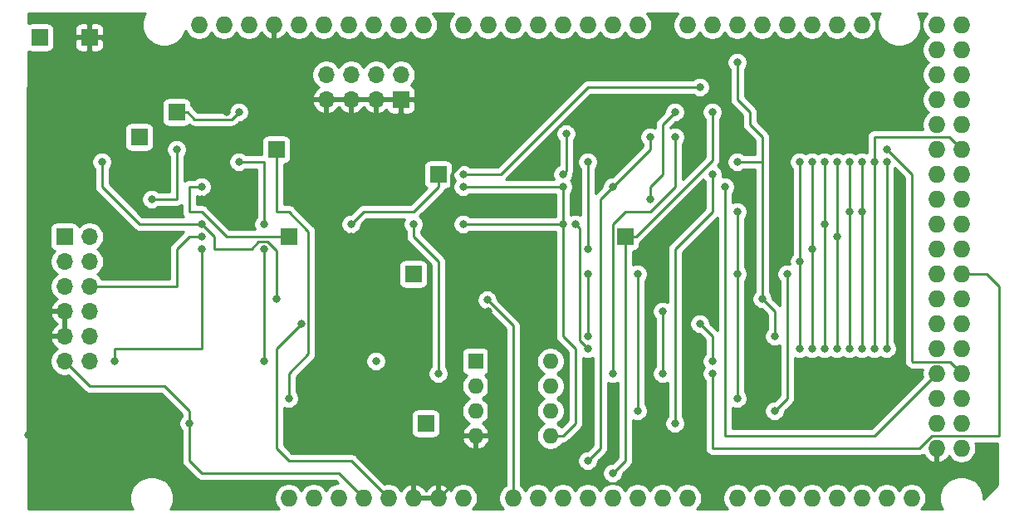
<source format=gbr>
G04 #@! TF.GenerationSoftware,KiCad,Pcbnew,(5.1.5-0-10_14)*
G04 #@! TF.CreationDate,2020-03-05T22:25:02-06:00*
G04 #@! TF.ProjectId,Electronic Target,456c6563-7472-46f6-9e69-632054617267,rev?*
G04 #@! TF.SameCoordinates,Original*
G04 #@! TF.FileFunction,Copper,L2,Bot*
G04 #@! TF.FilePolarity,Positive*
%FSLAX46Y46*%
G04 Gerber Fmt 4.6, Leading zero omitted, Abs format (unit mm)*
G04 Created by KiCad (PCBNEW (5.1.5-0-10_14)) date 2020-03-05 22:25:02*
%MOMM*%
%LPD*%
G04 APERTURE LIST*
%ADD10O,1.727200X1.727200*%
%ADD11R,1.700000X1.700000*%
%ADD12O,1.700000X1.700000*%
%ADD13R,1.600000X1.600000*%
%ADD14O,1.600000X1.600000*%
%ADD15C,0.800000*%
%ADD16C,0.250000*%
%ADD17C,0.254000*%
G04 APERTURE END LIST*
D10*
X167640000Y-133350000D03*
X162560000Y-133350000D03*
X160020000Y-133350000D03*
X157480000Y-133350000D03*
X154940000Y-133350000D03*
X152400000Y-133350000D03*
X149860000Y-133350000D03*
X147320000Y-133350000D03*
X203200000Y-85090000D03*
X200660000Y-85090000D03*
X198120000Y-85090000D03*
X195580000Y-85090000D03*
X193040000Y-85090000D03*
X190500000Y-85090000D03*
X187960000Y-85090000D03*
X185420000Y-85090000D03*
X180340000Y-85090000D03*
X177800000Y-85090000D03*
X175260000Y-85090000D03*
X172720000Y-85090000D03*
X170180000Y-85090000D03*
X167640000Y-85090000D03*
X165100000Y-85090000D03*
X162560000Y-85090000D03*
X143256000Y-85090000D03*
X158496000Y-85090000D03*
X155956000Y-85090000D03*
X153416000Y-85090000D03*
X135636000Y-85090000D03*
X138176000Y-85090000D03*
X140716000Y-85090000D03*
X145796000Y-85090000D03*
X148336000Y-85090000D03*
X150876000Y-85090000D03*
X144780000Y-133350000D03*
X170180000Y-133350000D03*
X172720000Y-133350000D03*
X175260000Y-133350000D03*
X177800000Y-133350000D03*
X180340000Y-133350000D03*
X182880000Y-133350000D03*
X185420000Y-133350000D03*
X190500000Y-133350000D03*
X193040000Y-133350000D03*
X195580000Y-133350000D03*
X198120000Y-133350000D03*
X200660000Y-133350000D03*
X203200000Y-133350000D03*
X205740000Y-133350000D03*
X208280000Y-133350000D03*
X210820000Y-85090000D03*
X213360000Y-85090000D03*
X210820000Y-87630000D03*
X213360000Y-87630000D03*
X210820000Y-90170000D03*
X213360000Y-90170000D03*
X210820000Y-92710000D03*
X213360000Y-92710000D03*
X210820000Y-95250000D03*
X213360000Y-95250000D03*
X210820000Y-97790000D03*
X213360000Y-97790000D03*
X210820000Y-100330000D03*
X213360000Y-100330000D03*
X210820000Y-102870000D03*
X213360000Y-102870000D03*
X210820000Y-105410000D03*
X213360000Y-105410000D03*
X210820000Y-107950000D03*
X213360000Y-107950000D03*
X210820000Y-110490000D03*
X213360000Y-110490000D03*
X210820000Y-113030000D03*
X213360000Y-113030000D03*
X210820000Y-115570000D03*
X213360000Y-115570000D03*
X210820000Y-118110000D03*
X213360000Y-118110000D03*
X210820000Y-120650000D03*
X213360000Y-120650000D03*
X210820000Y-123190000D03*
X213360000Y-123190000D03*
X210820000Y-125730000D03*
X213360000Y-125730000D03*
X210820000Y-128270000D03*
X213360000Y-128270000D03*
D11*
X156210000Y-92710000D03*
D12*
X156210000Y-90170000D03*
X153670000Y-92710000D03*
X153670000Y-90170000D03*
X151130000Y-92710000D03*
X151130000Y-90170000D03*
X148590000Y-92710000D03*
X148590000Y-90170000D03*
D11*
X144780000Y-106680000D03*
X129540000Y-96520000D03*
X143510000Y-97790000D03*
X133350000Y-93980000D03*
X160020000Y-100330000D03*
X157480000Y-110490000D03*
X179070000Y-106680000D03*
X158750000Y-125730000D03*
X119380000Y-86360000D03*
X124460000Y-86360000D03*
D13*
X163830000Y-119380000D03*
D14*
X171450000Y-127000000D03*
X163830000Y-121920000D03*
X171450000Y-124460000D03*
X163830000Y-124460000D03*
X171450000Y-121920000D03*
X163830000Y-127000000D03*
X171450000Y-119380000D03*
D11*
X121920000Y-106680000D03*
D12*
X124460000Y-106680000D03*
X121920000Y-109220000D03*
X124460000Y-109220000D03*
X121920000Y-111760000D03*
X124460000Y-111760000D03*
X121920000Y-114300000D03*
X124460000Y-114300000D03*
X121920000Y-116840000D03*
X124460000Y-116840000D03*
X121920000Y-119380000D03*
X124460000Y-119380000D03*
D15*
X161290000Y-107950000D03*
X144780000Y-90170000D03*
X118230000Y-126880000D03*
X165100000Y-114300000D03*
X165100000Y-97790000D03*
X153670000Y-96520000D03*
X167640000Y-111760000D03*
X195580000Y-90170000D03*
X181610000Y-111760000D03*
X208280000Y-130810000D03*
X138430000Y-93980000D03*
X129410000Y-129410000D03*
X120650000Y-95250000D03*
X181610000Y-123190000D03*
X184150000Y-104140000D03*
X156210000Y-102870000D03*
X146050000Y-102870000D03*
X146050000Y-121920000D03*
X156210000Y-121920000D03*
X151130000Y-106680000D03*
X156210000Y-115570000D03*
X151130000Y-127000000D03*
X138430000Y-97790000D03*
X135890000Y-102870000D03*
X153670000Y-119380000D03*
X146050000Y-115570000D03*
X190500000Y-88900000D03*
X193040000Y-113030000D03*
X194310000Y-116840000D03*
X190500000Y-99060000D03*
X172720000Y-100330000D03*
X173052500Y-96187500D03*
X133350000Y-97790000D03*
X130810000Y-102870000D03*
X135890000Y-106680000D03*
X135890000Y-101600000D03*
X142240000Y-107950000D03*
X142240000Y-119380000D03*
X142240000Y-105410000D03*
X139700000Y-93980000D03*
X139700000Y-99060000D03*
X151130000Y-105410000D03*
X162560000Y-100330000D03*
X186690000Y-91440000D03*
X181610000Y-102870000D03*
X184150000Y-93980000D03*
X177800000Y-130810000D03*
X187960000Y-93980000D03*
X175260000Y-129540000D03*
X181610000Y-96520000D03*
X177800000Y-101600000D03*
X157480000Y-105410000D03*
X160020000Y-120650000D03*
X162560000Y-105410000D03*
X172720000Y-105410000D03*
X172720000Y-101600000D03*
X162560000Y-101600000D03*
X175260000Y-99060000D03*
X175260000Y-107950000D03*
X175260000Y-110490000D03*
X175260000Y-116840000D03*
X173990000Y-105410000D03*
X175260000Y-118110000D03*
X180340000Y-124460000D03*
X180340000Y-110490000D03*
X184150000Y-125730000D03*
X187960000Y-100330000D03*
X205740000Y-97790000D03*
X205740000Y-97790000D03*
X189230000Y-101600000D03*
X190500000Y-104140000D03*
X190500000Y-123190000D03*
X190500000Y-110490000D03*
X194310000Y-124460000D03*
X195580000Y-110490000D03*
X205740000Y-118110000D03*
X205740000Y-99060000D03*
X204470000Y-118110000D03*
X204470000Y-99060000D03*
X203200000Y-118110000D03*
X203200000Y-99060000D03*
X203200000Y-104140000D03*
X201930000Y-118110000D03*
X201930000Y-99060000D03*
X201930000Y-104140000D03*
X200660000Y-118110000D03*
X200660000Y-99060000D03*
X200660000Y-106680000D03*
X199390000Y-118110000D03*
X199390000Y-99060000D03*
X199390000Y-105410000D03*
X198120000Y-118110000D03*
X198120000Y-99060000D03*
X198120000Y-107950000D03*
X196850000Y-99060000D03*
X196850000Y-118110000D03*
X196850000Y-109220000D03*
X187960000Y-120650000D03*
X182880000Y-114300000D03*
X182880000Y-120650000D03*
X187960000Y-119380000D03*
X186690000Y-115570000D03*
X135890000Y-107950000D03*
X127000000Y-119380000D03*
X125730000Y-99060000D03*
X135890000Y-105410000D03*
X165001501Y-113128499D03*
X143510000Y-113030000D03*
X177800000Y-120650000D03*
X184150000Y-96520000D03*
X144780000Y-123190000D03*
X134620000Y-125730000D03*
D16*
X144780000Y-90170000D02*
X144780000Y-92710000D01*
X144780000Y-92710000D02*
X156210000Y-92710000D01*
X143256000Y-87376000D02*
X143256000Y-85090000D01*
X144780000Y-90170000D02*
X144780000Y-88900000D01*
X144780000Y-88900000D02*
X143256000Y-87376000D01*
X144780000Y-90170000D02*
X139700000Y-90170000D01*
X139700000Y-90170000D02*
X138430000Y-91440000D01*
X118110000Y-101600000D02*
X118110000Y-114300000D01*
X118110000Y-126760000D02*
X118230000Y-126880000D01*
X118110000Y-114300000D02*
X118110000Y-126760000D01*
X125560000Y-86360000D02*
X130640000Y-91440000D01*
X124460000Y-86360000D02*
X125560000Y-86360000D01*
X130810000Y-91440000D02*
X118110000Y-91440000D01*
X130640000Y-91440000D02*
X130810000Y-91440000D01*
X130810000Y-91440000D02*
X138430000Y-91440000D01*
X118110000Y-114300000D02*
X121920000Y-114300000D01*
X121920000Y-116840000D02*
X118110000Y-116840000D01*
X165100000Y-114300000D02*
X165100000Y-127000000D01*
X165100000Y-127000000D02*
X163830000Y-127000000D01*
X163830000Y-129540000D02*
X160020000Y-133350000D01*
X163830000Y-127000000D02*
X163830000Y-129540000D01*
X160020000Y-133350000D02*
X157480000Y-133350000D01*
X160020000Y-92710000D02*
X165100000Y-97790000D01*
X156210000Y-92710000D02*
X160020000Y-92710000D01*
X165100000Y-97790000D02*
X163830000Y-97790000D01*
X163830000Y-97790000D02*
X161290000Y-100330000D01*
X161290000Y-100330000D02*
X161290000Y-110490000D01*
X161290000Y-110490000D02*
X162560000Y-111760000D01*
X162560000Y-111760000D02*
X167640000Y-111760000D01*
X195580000Y-90170000D02*
X195580000Y-87630000D01*
X195580000Y-87630000D02*
X162560000Y-87630000D01*
X162560000Y-90170000D02*
X160020000Y-92710000D01*
X162560000Y-87630000D02*
X162560000Y-90170000D01*
X138430000Y-93980000D02*
X138430000Y-91440000D01*
X120760000Y-129410000D02*
X118230000Y-126880000D01*
X129410000Y-129410000D02*
X120760000Y-129410000D01*
X120650000Y-95250000D02*
X118110000Y-95250000D01*
X118110000Y-95250000D02*
X118110000Y-101600000D01*
X118110000Y-91440000D02*
X118110000Y-95250000D01*
X181610000Y-128270000D02*
X181610000Y-106680000D01*
X181610000Y-106680000D02*
X184150000Y-104140000D01*
X184150000Y-130810000D02*
X181610000Y-128270000D01*
X208280000Y-130810000D02*
X184150000Y-130810000D01*
X156210000Y-102870000D02*
X146050000Y-102870000D01*
X146050000Y-121920000D02*
X156210000Y-121920000D01*
X151130000Y-106680000D02*
X151130000Y-121920000D01*
X156210000Y-121920000D02*
X156210000Y-115570000D01*
X156210000Y-115570000D02*
X156210000Y-115570000D01*
X151130000Y-121920000D02*
X151130000Y-127000000D01*
X138430000Y-97790000D02*
X138430000Y-102870000D01*
X138430000Y-102870000D02*
X135890000Y-102870000D01*
X154940000Y-133350000D02*
X151130000Y-129540000D01*
X143510000Y-118110000D02*
X146050000Y-115570000D01*
X191770000Y-95250000D02*
X191770000Y-93980000D01*
X190500000Y-92710000D02*
X190500000Y-88900000D01*
X191770000Y-93980000D02*
X190500000Y-92710000D01*
X191770000Y-95250000D02*
X193040000Y-96520000D01*
X193040000Y-96520000D02*
X193040000Y-96520000D01*
X193040000Y-96520000D02*
X193040000Y-97790000D01*
X193040000Y-113030000D02*
X194310000Y-114300000D01*
X194310000Y-114300000D02*
X194310000Y-116840000D01*
X194310000Y-116840000D02*
X194310000Y-116840000D01*
X190500000Y-99060000D02*
X193040000Y-99060000D01*
X193040000Y-99060000D02*
X193040000Y-113030000D01*
X193040000Y-97790000D02*
X193040000Y-99060000D01*
X173052500Y-99997500D02*
X172720000Y-100330000D01*
X173052500Y-96187500D02*
X173052500Y-99997500D01*
X133350000Y-97790000D02*
X133350000Y-102870000D01*
X133350000Y-102870000D02*
X130810000Y-102870000D01*
X151130000Y-129540000D02*
X144780000Y-129540000D01*
X144780000Y-129540000D02*
X143510000Y-128270000D01*
X143510000Y-128270000D02*
X143510000Y-118110000D01*
X135890000Y-106680000D02*
X134620000Y-106680000D01*
X134620000Y-106680000D02*
X133350000Y-107950000D01*
X133350000Y-107950000D02*
X133350000Y-111760000D01*
X133350000Y-111760000D02*
X124460000Y-111760000D01*
X138430000Y-106680000D02*
X144780000Y-106680000D01*
X135890000Y-101600000D02*
X134620000Y-101600000D01*
X134620000Y-101600000D02*
X134620000Y-104140000D01*
X134620000Y-104140000D02*
X135890000Y-104140000D01*
X135890000Y-104140000D02*
X138430000Y-106680000D01*
X142240000Y-107950000D02*
X142240000Y-119380000D01*
X135175001Y-94705001D02*
X134450000Y-93980000D01*
X138974999Y-94705001D02*
X135175001Y-94705001D01*
X134450000Y-93980000D02*
X133350000Y-93980000D01*
X139700000Y-93980000D02*
X138974999Y-94705001D01*
X139700000Y-99060000D02*
X142240000Y-99060000D01*
X142240000Y-99060000D02*
X142240000Y-105410000D01*
X160020000Y-100330000D02*
X160020000Y-101600000D01*
X160020000Y-101600000D02*
X157480000Y-104140000D01*
X157480000Y-104140000D02*
X152400000Y-104140000D01*
X152400000Y-104140000D02*
X151130000Y-105410000D01*
X166370000Y-100330000D02*
X162560000Y-100330000D01*
X175260000Y-91440000D02*
X166370000Y-100330000D01*
X186690000Y-91440000D02*
X175260000Y-91440000D01*
X184150000Y-93980000D02*
X182880000Y-95250000D01*
X182880000Y-95250000D02*
X182880000Y-100330000D01*
X182880000Y-100330000D02*
X181610000Y-101600000D01*
X181610000Y-101600000D02*
X181610000Y-102870000D01*
X179070000Y-106680000D02*
X179070000Y-129540000D01*
X179070000Y-129540000D02*
X177800000Y-130810000D01*
X180170000Y-106680000D02*
X187960000Y-98890000D01*
X179070000Y-106680000D02*
X180170000Y-106680000D01*
X187960000Y-98890000D02*
X187960000Y-93980000D01*
X177800000Y-101600000D02*
X176530000Y-102870000D01*
X176530000Y-102870000D02*
X176530000Y-128270000D01*
X176530000Y-128270000D02*
X175260000Y-129540000D01*
X181610000Y-97790000D02*
X177800000Y-101600000D01*
X181610000Y-96520000D02*
X181610000Y-97790000D01*
X157480000Y-105410000D02*
X157480000Y-106680000D01*
X157480000Y-106680000D02*
X160020000Y-109220000D01*
X160020000Y-109220000D02*
X160020000Y-120650000D01*
X162560000Y-105410000D02*
X172720000Y-105410000D01*
X172720000Y-101600000D02*
X162560000Y-101600000D01*
X172720000Y-101600000D02*
X172720000Y-105410000D01*
X171450000Y-127000000D02*
X172720000Y-127000000D01*
X172720000Y-105410000D02*
X172720000Y-116840000D01*
X172720000Y-116840000D02*
X173990000Y-118110000D01*
X173990000Y-118110000D02*
X173990000Y-125730000D01*
X173990000Y-125730000D02*
X172720000Y-127000000D01*
X175260000Y-107950000D02*
X175260000Y-99060000D01*
X175260000Y-110490000D02*
X175260000Y-114300000D01*
X175260000Y-114300000D02*
X175260000Y-116840000D01*
X175260000Y-116840000D02*
X175260000Y-116840000D01*
X174440010Y-105860010D02*
X174440010Y-114750010D01*
X173990000Y-105410000D02*
X174440010Y-105860010D01*
X174440010Y-114750010D02*
X174440010Y-117290010D01*
X174440010Y-117290010D02*
X175260000Y-118110000D01*
X175260000Y-118110000D02*
X175260000Y-118110000D01*
X180340000Y-110490000D02*
X180340000Y-124460000D01*
X184150000Y-115570000D02*
X184150000Y-125730000D01*
X187960000Y-101600000D02*
X187960000Y-100330000D01*
X187960000Y-101600000D02*
X187960000Y-104140000D01*
X187960000Y-104140000D02*
X184150000Y-107950000D01*
X184150000Y-107950000D02*
X184150000Y-115570000D01*
X205740000Y-97790000D02*
X205740000Y-97790000D01*
X205740000Y-97790000D02*
X205740000Y-97790000D01*
X208280000Y-119380000D02*
X208280000Y-100330000D01*
X208280000Y-100330000D02*
X205740000Y-97790000D01*
X208361399Y-119461399D02*
X208280000Y-119380000D01*
X212171399Y-119461399D02*
X208361399Y-119461399D01*
X213360000Y-120650000D02*
X212171399Y-119461399D01*
X210820000Y-120650000D02*
X204470000Y-127000000D01*
X204470000Y-127000000D02*
X189230000Y-127000000D01*
X189230016Y-102870000D02*
X189230016Y-124459984D01*
X189230000Y-127000000D02*
X189230000Y-124460000D01*
X189230000Y-124460000D02*
X189230016Y-124459984D01*
X189230016Y-102870000D02*
X189230016Y-101600016D01*
X190500000Y-104140000D02*
X190500000Y-110490000D01*
X190500000Y-110490000D02*
X190500000Y-123190000D01*
X194310000Y-124460000D02*
X195580000Y-123190000D01*
X195580000Y-123190000D02*
X195580000Y-110490000D01*
X195580000Y-110490000D02*
X195580000Y-110490000D01*
X205740000Y-118110000D02*
X205740000Y-99060000D01*
X213360000Y-97790000D02*
X212090000Y-96520000D01*
X212090000Y-96520000D02*
X204470000Y-96520000D01*
X204470000Y-99060000D02*
X204470000Y-118110000D01*
X204470000Y-99060000D02*
X204470000Y-96520000D01*
X203200000Y-118110000D02*
X203200000Y-99060000D01*
X201930000Y-99060000D02*
X201930000Y-118110000D01*
X200660000Y-118110000D02*
X200660000Y-99060000D01*
X199390000Y-99060000D02*
X199390000Y-118110000D01*
X198120000Y-99256998D02*
X198120000Y-99060000D01*
X198120000Y-118110000D02*
X198120000Y-99256998D01*
X196850000Y-99060000D02*
X196850000Y-118110000D01*
X187960000Y-128270000D02*
X187960000Y-120650000D01*
X210330870Y-127000000D02*
X209060870Y-128270000D01*
X217170000Y-127000000D02*
X210330870Y-127000000D01*
X217170000Y-111760000D02*
X217170000Y-127000000D01*
X209060870Y-128270000D02*
X187960000Y-128270000D01*
X215900000Y-110490000D02*
X217170000Y-111760000D01*
X213360000Y-110490000D02*
X215900000Y-110490000D01*
X182880000Y-114300000D02*
X182880000Y-120650000D01*
X187960000Y-119380000D02*
X187960000Y-116840000D01*
X187960000Y-116840000D02*
X186690000Y-115570000D01*
X186690000Y-115570000D02*
X186690000Y-115570000D01*
X135890000Y-107950000D02*
X135890000Y-118110000D01*
X135890000Y-118110000D02*
X127000000Y-118110000D01*
X127000000Y-118110000D02*
X127000000Y-119380000D01*
X125730000Y-99060000D02*
X125730000Y-101600000D01*
X129540000Y-105410000D02*
X135890000Y-105410000D01*
X125730000Y-101600000D02*
X129540000Y-105410000D01*
X167640000Y-133350000D02*
X167640000Y-115766998D01*
X167640000Y-115766998D02*
X165001501Y-113128499D01*
X165001501Y-113128499D02*
X164903002Y-113030000D01*
X135890000Y-105410000D02*
X137160000Y-106680000D01*
X142588001Y-107224999D02*
X141695001Y-107224999D01*
X143510000Y-108146998D02*
X142588001Y-107224999D01*
X143510000Y-113030000D02*
X143510000Y-108146998D01*
X140970000Y-107950000D02*
X137160000Y-107950000D01*
X141695001Y-107224999D02*
X140970000Y-107950000D01*
X137160000Y-106680000D02*
X137160000Y-107950000D01*
X177800000Y-105410000D02*
X177800000Y-120650000D01*
X179070000Y-104140000D02*
X177800000Y-105410000D01*
X181610000Y-104140000D02*
X179070000Y-104140000D01*
X184150000Y-101600000D02*
X181610000Y-104140000D01*
X184150000Y-96520000D02*
X184150000Y-101600000D01*
X146775001Y-106135001D02*
X146775001Y-118654999D01*
X144780000Y-104140000D02*
X146775001Y-106135001D01*
X144780000Y-120650000D02*
X144780000Y-123190000D01*
X143510000Y-104140000D02*
X144780000Y-104140000D01*
X146775001Y-118654999D02*
X144780000Y-120650000D01*
X143510000Y-97790000D02*
X143510000Y-104140000D01*
X134620000Y-125730000D02*
X134620000Y-124460000D01*
X134620000Y-124460000D02*
X132080000Y-121920000D01*
X124460000Y-121920000D02*
X121920000Y-119380000D01*
X132080000Y-121920000D02*
X124460000Y-121920000D01*
X152400000Y-133350000D02*
X149860000Y-130810000D01*
X149860000Y-130810000D02*
X135890000Y-130810000D01*
X135890000Y-130810000D02*
X134620000Y-129540000D01*
X134620000Y-129540000D02*
X134620000Y-125730000D01*
D17*
G36*
X130099369Y-84031331D02*
G01*
X129930890Y-84438075D01*
X129845000Y-84869872D01*
X129845000Y-85310128D01*
X129930890Y-85741925D01*
X130099369Y-86148669D01*
X130343962Y-86514729D01*
X130655271Y-86826038D01*
X131021331Y-87070631D01*
X131428075Y-87239110D01*
X131859872Y-87325000D01*
X132300128Y-87325000D01*
X132731925Y-87239110D01*
X133138669Y-87070631D01*
X133504729Y-86826038D01*
X133816038Y-86514729D01*
X134060631Y-86148669D01*
X134229110Y-85741925D01*
X134246906Y-85652460D01*
X134307958Y-85799853D01*
X134471961Y-86045302D01*
X134680698Y-86254039D01*
X134926147Y-86418042D01*
X135198875Y-86531010D01*
X135488401Y-86588600D01*
X135783599Y-86588600D01*
X136073125Y-86531010D01*
X136345853Y-86418042D01*
X136591302Y-86254039D01*
X136800039Y-86045302D01*
X136906000Y-85886719D01*
X137011961Y-86045302D01*
X137220698Y-86254039D01*
X137466147Y-86418042D01*
X137738875Y-86531010D01*
X138028401Y-86588600D01*
X138323599Y-86588600D01*
X138613125Y-86531010D01*
X138885853Y-86418042D01*
X139131302Y-86254039D01*
X139340039Y-86045302D01*
X139446000Y-85886719D01*
X139551961Y-86045302D01*
X139760698Y-86254039D01*
X140006147Y-86418042D01*
X140278875Y-86531010D01*
X140568401Y-86588600D01*
X140863599Y-86588600D01*
X141153125Y-86531010D01*
X141425853Y-86418042D01*
X141671302Y-86254039D01*
X141880039Y-86045302D01*
X141987692Y-85884187D01*
X142149146Y-86100293D01*
X142367512Y-86296817D01*
X142620022Y-86446964D01*
X142896973Y-86544963D01*
X143129000Y-86424464D01*
X143129000Y-85217000D01*
X143109000Y-85217000D01*
X143109000Y-84963000D01*
X143129000Y-84963000D01*
X143129000Y-84943000D01*
X143383000Y-84943000D01*
X143383000Y-84963000D01*
X143403000Y-84963000D01*
X143403000Y-85217000D01*
X143383000Y-85217000D01*
X143383000Y-86424464D01*
X143615027Y-86544963D01*
X143891978Y-86446964D01*
X144144488Y-86296817D01*
X144362854Y-86100293D01*
X144524308Y-85884187D01*
X144631961Y-86045302D01*
X144840698Y-86254039D01*
X145086147Y-86418042D01*
X145358875Y-86531010D01*
X145648401Y-86588600D01*
X145943599Y-86588600D01*
X146233125Y-86531010D01*
X146505853Y-86418042D01*
X146751302Y-86254039D01*
X146960039Y-86045302D01*
X147066000Y-85886719D01*
X147171961Y-86045302D01*
X147380698Y-86254039D01*
X147626147Y-86418042D01*
X147898875Y-86531010D01*
X148188401Y-86588600D01*
X148483599Y-86588600D01*
X148773125Y-86531010D01*
X149045853Y-86418042D01*
X149291302Y-86254039D01*
X149500039Y-86045302D01*
X149606000Y-85886719D01*
X149711961Y-86045302D01*
X149920698Y-86254039D01*
X150166147Y-86418042D01*
X150438875Y-86531010D01*
X150728401Y-86588600D01*
X151023599Y-86588600D01*
X151313125Y-86531010D01*
X151585853Y-86418042D01*
X151831302Y-86254039D01*
X152040039Y-86045302D01*
X152146000Y-85886719D01*
X152251961Y-86045302D01*
X152460698Y-86254039D01*
X152706147Y-86418042D01*
X152978875Y-86531010D01*
X153268401Y-86588600D01*
X153563599Y-86588600D01*
X153853125Y-86531010D01*
X154125853Y-86418042D01*
X154371302Y-86254039D01*
X154580039Y-86045302D01*
X154686000Y-85886719D01*
X154791961Y-86045302D01*
X155000698Y-86254039D01*
X155246147Y-86418042D01*
X155518875Y-86531010D01*
X155808401Y-86588600D01*
X156103599Y-86588600D01*
X156393125Y-86531010D01*
X156665853Y-86418042D01*
X156911302Y-86254039D01*
X157120039Y-86045302D01*
X157226000Y-85886719D01*
X157331961Y-86045302D01*
X157540698Y-86254039D01*
X157786147Y-86418042D01*
X158058875Y-86531010D01*
X158348401Y-86588600D01*
X158643599Y-86588600D01*
X158933125Y-86531010D01*
X159205853Y-86418042D01*
X159451302Y-86254039D01*
X159660039Y-86045302D01*
X159824042Y-85799853D01*
X159937010Y-85527125D01*
X159994600Y-85237599D01*
X159994600Y-84942401D01*
X159937010Y-84652875D01*
X159824042Y-84380147D01*
X159660039Y-84134698D01*
X159472341Y-83947000D01*
X161583659Y-83947000D01*
X161395961Y-84134698D01*
X161231958Y-84380147D01*
X161118990Y-84652875D01*
X161061400Y-84942401D01*
X161061400Y-85237599D01*
X161118990Y-85527125D01*
X161231958Y-85799853D01*
X161395961Y-86045302D01*
X161604698Y-86254039D01*
X161850147Y-86418042D01*
X162122875Y-86531010D01*
X162412401Y-86588600D01*
X162707599Y-86588600D01*
X162997125Y-86531010D01*
X163269853Y-86418042D01*
X163515302Y-86254039D01*
X163724039Y-86045302D01*
X163830000Y-85886719D01*
X163935961Y-86045302D01*
X164144698Y-86254039D01*
X164390147Y-86418042D01*
X164662875Y-86531010D01*
X164952401Y-86588600D01*
X165247599Y-86588600D01*
X165537125Y-86531010D01*
X165809853Y-86418042D01*
X166055302Y-86254039D01*
X166264039Y-86045302D01*
X166370000Y-85886719D01*
X166475961Y-86045302D01*
X166684698Y-86254039D01*
X166930147Y-86418042D01*
X167202875Y-86531010D01*
X167492401Y-86588600D01*
X167787599Y-86588600D01*
X168077125Y-86531010D01*
X168349853Y-86418042D01*
X168595302Y-86254039D01*
X168804039Y-86045302D01*
X168910000Y-85886719D01*
X169015961Y-86045302D01*
X169224698Y-86254039D01*
X169470147Y-86418042D01*
X169742875Y-86531010D01*
X170032401Y-86588600D01*
X170327599Y-86588600D01*
X170617125Y-86531010D01*
X170889853Y-86418042D01*
X171135302Y-86254039D01*
X171344039Y-86045302D01*
X171450000Y-85886719D01*
X171555961Y-86045302D01*
X171764698Y-86254039D01*
X172010147Y-86418042D01*
X172282875Y-86531010D01*
X172572401Y-86588600D01*
X172867599Y-86588600D01*
X173157125Y-86531010D01*
X173429853Y-86418042D01*
X173675302Y-86254039D01*
X173884039Y-86045302D01*
X173990000Y-85886719D01*
X174095961Y-86045302D01*
X174304698Y-86254039D01*
X174550147Y-86418042D01*
X174822875Y-86531010D01*
X175112401Y-86588600D01*
X175407599Y-86588600D01*
X175697125Y-86531010D01*
X175969853Y-86418042D01*
X176215302Y-86254039D01*
X176424039Y-86045302D01*
X176530000Y-85886719D01*
X176635961Y-86045302D01*
X176844698Y-86254039D01*
X177090147Y-86418042D01*
X177362875Y-86531010D01*
X177652401Y-86588600D01*
X177947599Y-86588600D01*
X178237125Y-86531010D01*
X178509853Y-86418042D01*
X178755302Y-86254039D01*
X178964039Y-86045302D01*
X179070000Y-85886719D01*
X179175961Y-86045302D01*
X179384698Y-86254039D01*
X179630147Y-86418042D01*
X179902875Y-86531010D01*
X180192401Y-86588600D01*
X180487599Y-86588600D01*
X180777125Y-86531010D01*
X181049853Y-86418042D01*
X181295302Y-86254039D01*
X181504039Y-86045302D01*
X181668042Y-85799853D01*
X181781010Y-85527125D01*
X181838600Y-85237599D01*
X181838600Y-84942401D01*
X181781010Y-84652875D01*
X181668042Y-84380147D01*
X181504039Y-84134698D01*
X181316341Y-83947000D01*
X184443659Y-83947000D01*
X184255961Y-84134698D01*
X184091958Y-84380147D01*
X183978990Y-84652875D01*
X183921400Y-84942401D01*
X183921400Y-85237599D01*
X183978990Y-85527125D01*
X184091958Y-85799853D01*
X184255961Y-86045302D01*
X184464698Y-86254039D01*
X184710147Y-86418042D01*
X184982875Y-86531010D01*
X185272401Y-86588600D01*
X185567599Y-86588600D01*
X185857125Y-86531010D01*
X186129853Y-86418042D01*
X186375302Y-86254039D01*
X186584039Y-86045302D01*
X186690000Y-85886719D01*
X186795961Y-86045302D01*
X187004698Y-86254039D01*
X187250147Y-86418042D01*
X187522875Y-86531010D01*
X187812401Y-86588600D01*
X188107599Y-86588600D01*
X188397125Y-86531010D01*
X188669853Y-86418042D01*
X188915302Y-86254039D01*
X189124039Y-86045302D01*
X189230000Y-85886719D01*
X189335961Y-86045302D01*
X189544698Y-86254039D01*
X189790147Y-86418042D01*
X190062875Y-86531010D01*
X190352401Y-86588600D01*
X190647599Y-86588600D01*
X190937125Y-86531010D01*
X191209853Y-86418042D01*
X191455302Y-86254039D01*
X191664039Y-86045302D01*
X191770000Y-85886719D01*
X191875961Y-86045302D01*
X192084698Y-86254039D01*
X192330147Y-86418042D01*
X192602875Y-86531010D01*
X192892401Y-86588600D01*
X193187599Y-86588600D01*
X193477125Y-86531010D01*
X193749853Y-86418042D01*
X193995302Y-86254039D01*
X194204039Y-86045302D01*
X194310000Y-85886719D01*
X194415961Y-86045302D01*
X194624698Y-86254039D01*
X194870147Y-86418042D01*
X195142875Y-86531010D01*
X195432401Y-86588600D01*
X195727599Y-86588600D01*
X196017125Y-86531010D01*
X196289853Y-86418042D01*
X196535302Y-86254039D01*
X196744039Y-86045302D01*
X196850000Y-85886719D01*
X196955961Y-86045302D01*
X197164698Y-86254039D01*
X197410147Y-86418042D01*
X197682875Y-86531010D01*
X197972401Y-86588600D01*
X198267599Y-86588600D01*
X198557125Y-86531010D01*
X198829853Y-86418042D01*
X199075302Y-86254039D01*
X199284039Y-86045302D01*
X199390000Y-85886719D01*
X199495961Y-86045302D01*
X199704698Y-86254039D01*
X199950147Y-86418042D01*
X200222875Y-86531010D01*
X200512401Y-86588600D01*
X200807599Y-86588600D01*
X201097125Y-86531010D01*
X201369853Y-86418042D01*
X201615302Y-86254039D01*
X201824039Y-86045302D01*
X201930000Y-85886719D01*
X202035961Y-86045302D01*
X202244698Y-86254039D01*
X202490147Y-86418042D01*
X202762875Y-86531010D01*
X203052401Y-86588600D01*
X203347599Y-86588600D01*
X203637125Y-86531010D01*
X203909853Y-86418042D01*
X204155302Y-86254039D01*
X204364039Y-86045302D01*
X204528042Y-85799853D01*
X204641010Y-85527125D01*
X204698600Y-85237599D01*
X204698600Y-84942401D01*
X204641010Y-84652875D01*
X204528042Y-84380147D01*
X204364039Y-84134698D01*
X204176341Y-83947000D01*
X205085717Y-83947000D01*
X205029369Y-84031331D01*
X204860890Y-84438075D01*
X204775000Y-84869872D01*
X204775000Y-85310128D01*
X204860890Y-85741925D01*
X205029369Y-86148669D01*
X205273962Y-86514729D01*
X205585271Y-86826038D01*
X205951331Y-87070631D01*
X206358075Y-87239110D01*
X206789872Y-87325000D01*
X207230128Y-87325000D01*
X207661925Y-87239110D01*
X208068669Y-87070631D01*
X208434729Y-86826038D01*
X208746038Y-86514729D01*
X208990631Y-86148669D01*
X209159110Y-85741925D01*
X209245000Y-85310128D01*
X209245000Y-84869872D01*
X209159110Y-84438075D01*
X208990631Y-84031331D01*
X208934283Y-83947000D01*
X209843659Y-83947000D01*
X209655961Y-84134698D01*
X209491958Y-84380147D01*
X209378990Y-84652875D01*
X209321400Y-84942401D01*
X209321400Y-85237599D01*
X209378990Y-85527125D01*
X209491958Y-85799853D01*
X209655961Y-86045302D01*
X209864698Y-86254039D01*
X210023281Y-86360000D01*
X209864698Y-86465961D01*
X209655961Y-86674698D01*
X209491958Y-86920147D01*
X209378990Y-87192875D01*
X209321400Y-87482401D01*
X209321400Y-87777599D01*
X209378990Y-88067125D01*
X209491958Y-88339853D01*
X209655961Y-88585302D01*
X209864698Y-88794039D01*
X210023281Y-88900000D01*
X209864698Y-89005961D01*
X209655961Y-89214698D01*
X209491958Y-89460147D01*
X209378990Y-89732875D01*
X209321400Y-90022401D01*
X209321400Y-90317599D01*
X209378990Y-90607125D01*
X209491958Y-90879853D01*
X209655961Y-91125302D01*
X209864698Y-91334039D01*
X210023281Y-91440000D01*
X209864698Y-91545961D01*
X209655961Y-91754698D01*
X209491958Y-92000147D01*
X209378990Y-92272875D01*
X209321400Y-92562401D01*
X209321400Y-92857599D01*
X209378990Y-93147125D01*
X209491958Y-93419853D01*
X209655961Y-93665302D01*
X209864698Y-93874039D01*
X210023281Y-93980000D01*
X209864698Y-94085961D01*
X209655961Y-94294698D01*
X209491958Y-94540147D01*
X209378990Y-94812875D01*
X209321400Y-95102401D01*
X209321400Y-95397599D01*
X209378990Y-95687125D01*
X209409176Y-95760000D01*
X204507333Y-95760000D01*
X204470000Y-95756323D01*
X204432667Y-95760000D01*
X204321014Y-95770997D01*
X204177753Y-95814454D01*
X204045724Y-95885026D01*
X203929999Y-95979999D01*
X203835026Y-96095724D01*
X203764454Y-96227753D01*
X203720997Y-96371014D01*
X203706323Y-96520000D01*
X203710001Y-96557343D01*
X203710000Y-98155988D01*
X203690256Y-98142795D01*
X203501898Y-98064774D01*
X203301939Y-98025000D01*
X203098061Y-98025000D01*
X202898102Y-98064774D01*
X202709744Y-98142795D01*
X202565000Y-98239510D01*
X202420256Y-98142795D01*
X202231898Y-98064774D01*
X202031939Y-98025000D01*
X201828061Y-98025000D01*
X201628102Y-98064774D01*
X201439744Y-98142795D01*
X201295000Y-98239510D01*
X201150256Y-98142795D01*
X200961898Y-98064774D01*
X200761939Y-98025000D01*
X200558061Y-98025000D01*
X200358102Y-98064774D01*
X200169744Y-98142795D01*
X200025000Y-98239510D01*
X199880256Y-98142795D01*
X199691898Y-98064774D01*
X199491939Y-98025000D01*
X199288061Y-98025000D01*
X199088102Y-98064774D01*
X198899744Y-98142795D01*
X198755000Y-98239510D01*
X198610256Y-98142795D01*
X198421898Y-98064774D01*
X198221939Y-98025000D01*
X198018061Y-98025000D01*
X197818102Y-98064774D01*
X197629744Y-98142795D01*
X197485000Y-98239510D01*
X197340256Y-98142795D01*
X197151898Y-98064774D01*
X196951939Y-98025000D01*
X196748061Y-98025000D01*
X196548102Y-98064774D01*
X196359744Y-98142795D01*
X196190226Y-98256063D01*
X196046063Y-98400226D01*
X195932795Y-98569744D01*
X195854774Y-98758102D01*
X195815000Y-98958061D01*
X195815000Y-99161939D01*
X195854774Y-99361898D01*
X195932795Y-99550256D01*
X196046063Y-99719774D01*
X196090000Y-99763711D01*
X196090000Y-108516289D01*
X196046063Y-108560226D01*
X195932795Y-108729744D01*
X195854774Y-108918102D01*
X195815000Y-109118061D01*
X195815000Y-109321939D01*
X195848039Y-109488039D01*
X195681939Y-109455000D01*
X195478061Y-109455000D01*
X195278102Y-109494774D01*
X195089744Y-109572795D01*
X194920226Y-109686063D01*
X194776063Y-109830226D01*
X194662795Y-109999744D01*
X194584774Y-110188102D01*
X194545000Y-110388061D01*
X194545000Y-110591939D01*
X194584774Y-110791898D01*
X194662795Y-110980256D01*
X194776063Y-111149774D01*
X194820001Y-111193712D01*
X194820001Y-113735199D01*
X194075000Y-112990199D01*
X194075000Y-112928061D01*
X194035226Y-112728102D01*
X193957205Y-112539744D01*
X193843937Y-112370226D01*
X193800000Y-112326289D01*
X193800000Y-99097332D01*
X193803677Y-99060000D01*
X193800000Y-99022667D01*
X193800000Y-96557333D01*
X193803677Y-96520000D01*
X193789003Y-96371014D01*
X193745546Y-96227753D01*
X193674974Y-96095724D01*
X193580001Y-95979999D01*
X193551003Y-95956201D01*
X192530000Y-94935199D01*
X192530000Y-94017322D01*
X192533676Y-93979999D01*
X192530000Y-93942676D01*
X192530000Y-93942667D01*
X192519003Y-93831014D01*
X192475546Y-93687753D01*
X192404974Y-93555724D01*
X192310001Y-93439999D01*
X192281003Y-93416201D01*
X191260000Y-92395199D01*
X191260000Y-89603711D01*
X191303937Y-89559774D01*
X191417205Y-89390256D01*
X191495226Y-89201898D01*
X191535000Y-89001939D01*
X191535000Y-88798061D01*
X191495226Y-88598102D01*
X191417205Y-88409744D01*
X191303937Y-88240226D01*
X191159774Y-88096063D01*
X190990256Y-87982795D01*
X190801898Y-87904774D01*
X190601939Y-87865000D01*
X190398061Y-87865000D01*
X190198102Y-87904774D01*
X190009744Y-87982795D01*
X189840226Y-88096063D01*
X189696063Y-88240226D01*
X189582795Y-88409744D01*
X189504774Y-88598102D01*
X189465000Y-88798061D01*
X189465000Y-89001939D01*
X189504774Y-89201898D01*
X189582795Y-89390256D01*
X189696063Y-89559774D01*
X189740001Y-89603712D01*
X189740000Y-92672677D01*
X189736324Y-92710000D01*
X189740000Y-92747322D01*
X189740000Y-92747332D01*
X189750997Y-92858985D01*
X189794454Y-93002246D01*
X189865026Y-93134276D01*
X189899320Y-93176063D01*
X189959999Y-93250001D01*
X189989003Y-93273804D01*
X191010001Y-94294803D01*
X191010000Y-95212677D01*
X191006324Y-95250000D01*
X191010000Y-95287322D01*
X191010000Y-95287332D01*
X191020997Y-95398985D01*
X191064454Y-95542246D01*
X191135026Y-95674276D01*
X191153876Y-95697244D01*
X191229999Y-95790001D01*
X191259003Y-95813804D01*
X192280000Y-96834802D01*
X192280001Y-97752658D01*
X192280000Y-97752668D01*
X192280000Y-98300000D01*
X191203711Y-98300000D01*
X191159774Y-98256063D01*
X190990256Y-98142795D01*
X190801898Y-98064774D01*
X190601939Y-98025000D01*
X190398061Y-98025000D01*
X190198102Y-98064774D01*
X190009744Y-98142795D01*
X189840226Y-98256063D01*
X189696063Y-98400226D01*
X189582795Y-98569744D01*
X189504774Y-98758102D01*
X189465000Y-98958061D01*
X189465000Y-99161939D01*
X189504774Y-99361898D01*
X189582795Y-99550256D01*
X189696063Y-99719774D01*
X189840226Y-99863937D01*
X190009744Y-99977205D01*
X190198102Y-100055226D01*
X190398061Y-100095000D01*
X190601939Y-100095000D01*
X190801898Y-100055226D01*
X190990256Y-99977205D01*
X191159774Y-99863937D01*
X191203711Y-99820000D01*
X192280000Y-99820000D01*
X192280001Y-112326288D01*
X192236063Y-112370226D01*
X192122795Y-112539744D01*
X192044774Y-112728102D01*
X192005000Y-112928061D01*
X192005000Y-113131939D01*
X192044774Y-113331898D01*
X192122795Y-113520256D01*
X192236063Y-113689774D01*
X192380226Y-113833937D01*
X192549744Y-113947205D01*
X192738102Y-114025226D01*
X192938061Y-114065000D01*
X193000199Y-114065000D01*
X193550000Y-114614802D01*
X193550001Y-116136288D01*
X193506063Y-116180226D01*
X193392795Y-116349744D01*
X193314774Y-116538102D01*
X193275000Y-116738061D01*
X193275000Y-116941939D01*
X193314774Y-117141898D01*
X193392795Y-117330256D01*
X193506063Y-117499774D01*
X193650226Y-117643937D01*
X193819744Y-117757205D01*
X194008102Y-117835226D01*
X194208061Y-117875000D01*
X194411939Y-117875000D01*
X194611898Y-117835226D01*
X194800256Y-117757205D01*
X194820000Y-117744012D01*
X194820000Y-122875198D01*
X194270199Y-123425000D01*
X194208061Y-123425000D01*
X194008102Y-123464774D01*
X193819744Y-123542795D01*
X193650226Y-123656063D01*
X193506063Y-123800226D01*
X193392795Y-123969744D01*
X193314774Y-124158102D01*
X193275000Y-124358061D01*
X193275000Y-124561939D01*
X193314774Y-124761898D01*
X193392795Y-124950256D01*
X193506063Y-125119774D01*
X193650226Y-125263937D01*
X193819744Y-125377205D01*
X194008102Y-125455226D01*
X194208061Y-125495000D01*
X194411939Y-125495000D01*
X194611898Y-125455226D01*
X194800256Y-125377205D01*
X194969774Y-125263937D01*
X195113937Y-125119774D01*
X195227205Y-124950256D01*
X195305226Y-124761898D01*
X195345000Y-124561939D01*
X195345000Y-124499801D01*
X196091004Y-123753798D01*
X196120001Y-123730001D01*
X196214974Y-123614276D01*
X196285546Y-123482247D01*
X196329003Y-123338986D01*
X196340000Y-123227333D01*
X196340000Y-123227324D01*
X196343676Y-123190001D01*
X196340000Y-123152678D01*
X196340000Y-119014013D01*
X196359744Y-119027205D01*
X196548102Y-119105226D01*
X196748061Y-119145000D01*
X196951939Y-119145000D01*
X197151898Y-119105226D01*
X197340256Y-119027205D01*
X197485000Y-118930490D01*
X197629744Y-119027205D01*
X197818102Y-119105226D01*
X198018061Y-119145000D01*
X198221939Y-119145000D01*
X198421898Y-119105226D01*
X198610256Y-119027205D01*
X198755000Y-118930490D01*
X198899744Y-119027205D01*
X199088102Y-119105226D01*
X199288061Y-119145000D01*
X199491939Y-119145000D01*
X199691898Y-119105226D01*
X199880256Y-119027205D01*
X200025000Y-118930490D01*
X200169744Y-119027205D01*
X200358102Y-119105226D01*
X200558061Y-119145000D01*
X200761939Y-119145000D01*
X200961898Y-119105226D01*
X201150256Y-119027205D01*
X201295000Y-118930490D01*
X201439744Y-119027205D01*
X201628102Y-119105226D01*
X201828061Y-119145000D01*
X202031939Y-119145000D01*
X202231898Y-119105226D01*
X202420256Y-119027205D01*
X202565000Y-118930490D01*
X202709744Y-119027205D01*
X202898102Y-119105226D01*
X203098061Y-119145000D01*
X203301939Y-119145000D01*
X203501898Y-119105226D01*
X203690256Y-119027205D01*
X203835000Y-118930490D01*
X203979744Y-119027205D01*
X204168102Y-119105226D01*
X204368061Y-119145000D01*
X204571939Y-119145000D01*
X204771898Y-119105226D01*
X204960256Y-119027205D01*
X205105000Y-118930490D01*
X205249744Y-119027205D01*
X205438102Y-119105226D01*
X205638061Y-119145000D01*
X205841939Y-119145000D01*
X206041898Y-119105226D01*
X206230256Y-119027205D01*
X206399774Y-118913937D01*
X206543937Y-118769774D01*
X206657205Y-118600256D01*
X206735226Y-118411898D01*
X206775000Y-118211939D01*
X206775000Y-118008061D01*
X206735226Y-117808102D01*
X206657205Y-117619744D01*
X206543937Y-117450226D01*
X206500000Y-117406289D01*
X206500000Y-99763711D01*
X206543937Y-99719774D01*
X206564379Y-99689181D01*
X207520001Y-100644804D01*
X207520000Y-119342678D01*
X207516324Y-119380000D01*
X207520000Y-119417322D01*
X207520000Y-119417332D01*
X207530997Y-119528985D01*
X207555148Y-119608600D01*
X207574454Y-119672246D01*
X207645026Y-119804276D01*
X207679320Y-119846063D01*
X207739999Y-119920001D01*
X207769003Y-119943804D01*
X207797595Y-119972396D01*
X207821398Y-120001400D01*
X207937123Y-120096373D01*
X208069152Y-120166945D01*
X208212413Y-120210402D01*
X208324066Y-120221399D01*
X208361399Y-120225076D01*
X208398732Y-120221399D01*
X209377294Y-120221399D01*
X209321400Y-120502401D01*
X209321400Y-120797599D01*
X209367224Y-121027974D01*
X204155199Y-126240000D01*
X189990000Y-126240000D01*
X189990000Y-124497479D01*
X189990016Y-124497317D01*
X189993693Y-124459984D01*
X189990016Y-124422651D01*
X189990016Y-124094023D01*
X190009744Y-124107205D01*
X190198102Y-124185226D01*
X190398061Y-124225000D01*
X190601939Y-124225000D01*
X190801898Y-124185226D01*
X190990256Y-124107205D01*
X191159774Y-123993937D01*
X191303937Y-123849774D01*
X191417205Y-123680256D01*
X191495226Y-123491898D01*
X191535000Y-123291939D01*
X191535000Y-123088061D01*
X191495226Y-122888102D01*
X191417205Y-122699744D01*
X191303937Y-122530226D01*
X191260000Y-122486289D01*
X191260000Y-111193711D01*
X191303937Y-111149774D01*
X191417205Y-110980256D01*
X191495226Y-110791898D01*
X191535000Y-110591939D01*
X191535000Y-110388061D01*
X191495226Y-110188102D01*
X191417205Y-109999744D01*
X191303937Y-109830226D01*
X191260000Y-109786289D01*
X191260000Y-104843711D01*
X191303937Y-104799774D01*
X191417205Y-104630256D01*
X191495226Y-104441898D01*
X191535000Y-104241939D01*
X191535000Y-104038061D01*
X191495226Y-103838102D01*
X191417205Y-103649744D01*
X191303937Y-103480226D01*
X191159774Y-103336063D01*
X190990256Y-103222795D01*
X190801898Y-103144774D01*
X190601939Y-103105000D01*
X190398061Y-103105000D01*
X190198102Y-103144774D01*
X190009744Y-103222795D01*
X189990016Y-103235977D01*
X189990016Y-102303695D01*
X190033937Y-102259774D01*
X190147205Y-102090256D01*
X190225226Y-101901898D01*
X190265000Y-101701939D01*
X190265000Y-101498061D01*
X190225226Y-101298102D01*
X190147205Y-101109744D01*
X190033937Y-100940226D01*
X189889774Y-100796063D01*
X189720256Y-100682795D01*
X189531898Y-100604774D01*
X189331939Y-100565000D01*
X189128061Y-100565000D01*
X188961961Y-100598039D01*
X188995000Y-100431939D01*
X188995000Y-100228061D01*
X188955226Y-100028102D01*
X188877205Y-99839744D01*
X188763937Y-99670226D01*
X188619774Y-99526063D01*
X188489233Y-99438838D01*
X188500001Y-99430001D01*
X188594974Y-99314276D01*
X188665546Y-99182247D01*
X188709003Y-99038986D01*
X188720000Y-98927333D01*
X188720000Y-98927325D01*
X188723676Y-98890000D01*
X188720000Y-98852675D01*
X188720000Y-94683711D01*
X188763937Y-94639774D01*
X188877205Y-94470256D01*
X188955226Y-94281898D01*
X188995000Y-94081939D01*
X188995000Y-93878061D01*
X188955226Y-93678102D01*
X188877205Y-93489744D01*
X188763937Y-93320226D01*
X188619774Y-93176063D01*
X188450256Y-93062795D01*
X188261898Y-92984774D01*
X188061939Y-92945000D01*
X187858061Y-92945000D01*
X187658102Y-92984774D01*
X187469744Y-93062795D01*
X187300226Y-93176063D01*
X187156063Y-93320226D01*
X187042795Y-93489744D01*
X186964774Y-93678102D01*
X186925000Y-93878061D01*
X186925000Y-94081939D01*
X186964774Y-94281898D01*
X187042795Y-94470256D01*
X187156063Y-94639774D01*
X187200001Y-94683712D01*
X187200000Y-98575198D01*
X184910000Y-100865198D01*
X184910000Y-97223711D01*
X184953937Y-97179774D01*
X185067205Y-97010256D01*
X185145226Y-96821898D01*
X185185000Y-96621939D01*
X185185000Y-96418061D01*
X185145226Y-96218102D01*
X185067205Y-96029744D01*
X184953937Y-95860226D01*
X184809774Y-95716063D01*
X184640256Y-95602795D01*
X184451898Y-95524774D01*
X184251939Y-95485000D01*
X184048061Y-95485000D01*
X183848102Y-95524774D01*
X183659744Y-95602795D01*
X183640000Y-95615987D01*
X183640000Y-95564801D01*
X184189802Y-95015000D01*
X184251939Y-95015000D01*
X184451898Y-94975226D01*
X184640256Y-94897205D01*
X184809774Y-94783937D01*
X184953937Y-94639774D01*
X185067205Y-94470256D01*
X185145226Y-94281898D01*
X185185000Y-94081939D01*
X185185000Y-93878061D01*
X185145226Y-93678102D01*
X185067205Y-93489744D01*
X184953937Y-93320226D01*
X184809774Y-93176063D01*
X184640256Y-93062795D01*
X184451898Y-92984774D01*
X184251939Y-92945000D01*
X184048061Y-92945000D01*
X183848102Y-92984774D01*
X183659744Y-93062795D01*
X183490226Y-93176063D01*
X183346063Y-93320226D01*
X183232795Y-93489744D01*
X183154774Y-93678102D01*
X183115000Y-93878061D01*
X183115000Y-93940198D01*
X182369003Y-94686196D01*
X182339999Y-94709999D01*
X182284871Y-94777174D01*
X182245026Y-94825724D01*
X182176203Y-94954482D01*
X182174454Y-94957754D01*
X182130997Y-95101015D01*
X182120000Y-95212668D01*
X182120000Y-95212678D01*
X182116324Y-95250000D01*
X182120000Y-95287323D01*
X182120000Y-95615988D01*
X182100256Y-95602795D01*
X181911898Y-95524774D01*
X181711939Y-95485000D01*
X181508061Y-95485000D01*
X181308102Y-95524774D01*
X181119744Y-95602795D01*
X180950226Y-95716063D01*
X180806063Y-95860226D01*
X180692795Y-96029744D01*
X180614774Y-96218102D01*
X180575000Y-96418061D01*
X180575000Y-96621939D01*
X180614774Y-96821898D01*
X180692795Y-97010256D01*
X180806063Y-97179774D01*
X180850001Y-97223712D01*
X180850001Y-97475197D01*
X177760199Y-100565000D01*
X177698061Y-100565000D01*
X177498102Y-100604774D01*
X177309744Y-100682795D01*
X177140226Y-100796063D01*
X176996063Y-100940226D01*
X176882795Y-101109744D01*
X176804774Y-101298102D01*
X176765000Y-101498061D01*
X176765000Y-101560198D01*
X176020000Y-102305199D01*
X176020000Y-99763711D01*
X176063937Y-99719774D01*
X176177205Y-99550256D01*
X176255226Y-99361898D01*
X176295000Y-99161939D01*
X176295000Y-98958061D01*
X176255226Y-98758102D01*
X176177205Y-98569744D01*
X176063937Y-98400226D01*
X175919774Y-98256063D01*
X175750256Y-98142795D01*
X175561898Y-98064774D01*
X175361939Y-98025000D01*
X175158061Y-98025000D01*
X174958102Y-98064774D01*
X174769744Y-98142795D01*
X174600226Y-98256063D01*
X174456063Y-98400226D01*
X174342795Y-98569744D01*
X174264774Y-98758102D01*
X174225000Y-98958061D01*
X174225000Y-99161939D01*
X174264774Y-99361898D01*
X174342795Y-99550256D01*
X174456063Y-99719774D01*
X174500001Y-99763712D01*
X174500000Y-104505988D01*
X174480256Y-104492795D01*
X174291898Y-104414774D01*
X174091939Y-104375000D01*
X173888061Y-104375000D01*
X173688102Y-104414774D01*
X173499744Y-104492795D01*
X173480000Y-104505987D01*
X173480000Y-102303711D01*
X173523937Y-102259774D01*
X173637205Y-102090256D01*
X173715226Y-101901898D01*
X173755000Y-101701939D01*
X173755000Y-101498061D01*
X173715226Y-101298102D01*
X173637205Y-101109744D01*
X173540490Y-100965000D01*
X173637205Y-100820256D01*
X173715226Y-100631898D01*
X173755000Y-100431939D01*
X173755000Y-100295446D01*
X173758046Y-100289747D01*
X173801503Y-100146486D01*
X173812500Y-100034833D01*
X173812500Y-100034823D01*
X173816176Y-99997501D01*
X173812500Y-99960178D01*
X173812500Y-96891211D01*
X173856437Y-96847274D01*
X173969705Y-96677756D01*
X174047726Y-96489398D01*
X174087500Y-96289439D01*
X174087500Y-96085561D01*
X174047726Y-95885602D01*
X173969705Y-95697244D01*
X173856437Y-95527726D01*
X173712274Y-95383563D01*
X173542756Y-95270295D01*
X173354398Y-95192274D01*
X173154439Y-95152500D01*
X172950561Y-95152500D01*
X172750602Y-95192274D01*
X172562244Y-95270295D01*
X172392726Y-95383563D01*
X172248563Y-95527726D01*
X172135295Y-95697244D01*
X172057274Y-95885602D01*
X172017500Y-96085561D01*
X172017500Y-96289439D01*
X172057274Y-96489398D01*
X172135295Y-96677756D01*
X172248563Y-96847274D01*
X172292500Y-96891211D01*
X172292501Y-99386800D01*
X172229744Y-99412795D01*
X172060226Y-99526063D01*
X171916063Y-99670226D01*
X171802795Y-99839744D01*
X171724774Y-100028102D01*
X171685000Y-100228061D01*
X171685000Y-100431939D01*
X171724774Y-100631898D01*
X171802795Y-100820256D01*
X171815987Y-100840000D01*
X166934801Y-100840000D01*
X175574802Y-92200000D01*
X185986289Y-92200000D01*
X186030226Y-92243937D01*
X186199744Y-92357205D01*
X186388102Y-92435226D01*
X186588061Y-92475000D01*
X186791939Y-92475000D01*
X186991898Y-92435226D01*
X187180256Y-92357205D01*
X187349774Y-92243937D01*
X187493937Y-92099774D01*
X187607205Y-91930256D01*
X187685226Y-91741898D01*
X187725000Y-91541939D01*
X187725000Y-91338061D01*
X187685226Y-91138102D01*
X187607205Y-90949744D01*
X187493937Y-90780226D01*
X187349774Y-90636063D01*
X187180256Y-90522795D01*
X186991898Y-90444774D01*
X186791939Y-90405000D01*
X186588061Y-90405000D01*
X186388102Y-90444774D01*
X186199744Y-90522795D01*
X186030226Y-90636063D01*
X185986289Y-90680000D01*
X175297333Y-90680000D01*
X175260000Y-90676323D01*
X175222667Y-90680000D01*
X175111014Y-90690997D01*
X174967753Y-90734454D01*
X174835724Y-90805026D01*
X174719999Y-90899999D01*
X174696201Y-90928997D01*
X166055199Y-99570000D01*
X163263711Y-99570000D01*
X163219774Y-99526063D01*
X163050256Y-99412795D01*
X162861898Y-99334774D01*
X162661939Y-99295000D01*
X162458061Y-99295000D01*
X162258102Y-99334774D01*
X162069744Y-99412795D01*
X161900226Y-99526063D01*
X161756063Y-99670226D01*
X161642795Y-99839744D01*
X161564774Y-100028102D01*
X161525000Y-100228061D01*
X161525000Y-100431939D01*
X161564774Y-100631898D01*
X161642795Y-100820256D01*
X161739510Y-100965000D01*
X161642795Y-101109744D01*
X161564774Y-101298102D01*
X161525000Y-101498061D01*
X161525000Y-101701939D01*
X161564774Y-101901898D01*
X161642795Y-102090256D01*
X161756063Y-102259774D01*
X161900226Y-102403937D01*
X162069744Y-102517205D01*
X162258102Y-102595226D01*
X162458061Y-102635000D01*
X162661939Y-102635000D01*
X162861898Y-102595226D01*
X163050256Y-102517205D01*
X163219774Y-102403937D01*
X163263711Y-102360000D01*
X171960000Y-102360000D01*
X171960001Y-104650000D01*
X163263711Y-104650000D01*
X163219774Y-104606063D01*
X163050256Y-104492795D01*
X162861898Y-104414774D01*
X162661939Y-104375000D01*
X162458061Y-104375000D01*
X162258102Y-104414774D01*
X162069744Y-104492795D01*
X161900226Y-104606063D01*
X161756063Y-104750226D01*
X161642795Y-104919744D01*
X161564774Y-105108102D01*
X161525000Y-105308061D01*
X161525000Y-105511939D01*
X161564774Y-105711898D01*
X161642795Y-105900256D01*
X161756063Y-106069774D01*
X161900226Y-106213937D01*
X162069744Y-106327205D01*
X162258102Y-106405226D01*
X162458061Y-106445000D01*
X162661939Y-106445000D01*
X162861898Y-106405226D01*
X163050256Y-106327205D01*
X163219774Y-106213937D01*
X163263711Y-106170000D01*
X171960000Y-106170000D01*
X171960001Y-116802667D01*
X171956324Y-116840000D01*
X171970998Y-116988985D01*
X172014454Y-117132246D01*
X172085026Y-117264276D01*
X172139175Y-117330256D01*
X172180000Y-117380001D01*
X172208998Y-117403799D01*
X173230000Y-118424802D01*
X173230001Y-125415197D01*
X172562297Y-126082901D01*
X172364759Y-125885363D01*
X172132241Y-125730000D01*
X172364759Y-125574637D01*
X172564637Y-125374759D01*
X172721680Y-125139727D01*
X172829853Y-124878574D01*
X172885000Y-124601335D01*
X172885000Y-124318665D01*
X172829853Y-124041426D01*
X172721680Y-123780273D01*
X172564637Y-123545241D01*
X172364759Y-123345363D01*
X172132241Y-123190000D01*
X172364759Y-123034637D01*
X172564637Y-122834759D01*
X172721680Y-122599727D01*
X172829853Y-122338574D01*
X172885000Y-122061335D01*
X172885000Y-121778665D01*
X172829853Y-121501426D01*
X172721680Y-121240273D01*
X172564637Y-121005241D01*
X172364759Y-120805363D01*
X172132241Y-120650000D01*
X172364759Y-120494637D01*
X172564637Y-120294759D01*
X172721680Y-120059727D01*
X172829853Y-119798574D01*
X172885000Y-119521335D01*
X172885000Y-119238665D01*
X172829853Y-118961426D01*
X172721680Y-118700273D01*
X172564637Y-118465241D01*
X172364759Y-118265363D01*
X172129727Y-118108320D01*
X171868574Y-118000147D01*
X171591335Y-117945000D01*
X171308665Y-117945000D01*
X171031426Y-118000147D01*
X170770273Y-118108320D01*
X170535241Y-118265363D01*
X170335363Y-118465241D01*
X170178320Y-118700273D01*
X170070147Y-118961426D01*
X170015000Y-119238665D01*
X170015000Y-119521335D01*
X170070147Y-119798574D01*
X170178320Y-120059727D01*
X170335363Y-120294759D01*
X170535241Y-120494637D01*
X170767759Y-120650000D01*
X170535241Y-120805363D01*
X170335363Y-121005241D01*
X170178320Y-121240273D01*
X170070147Y-121501426D01*
X170015000Y-121778665D01*
X170015000Y-122061335D01*
X170070147Y-122338574D01*
X170178320Y-122599727D01*
X170335363Y-122834759D01*
X170535241Y-123034637D01*
X170767759Y-123190000D01*
X170535241Y-123345363D01*
X170335363Y-123545241D01*
X170178320Y-123780273D01*
X170070147Y-124041426D01*
X170015000Y-124318665D01*
X170015000Y-124601335D01*
X170070147Y-124878574D01*
X170178320Y-125139727D01*
X170335363Y-125374759D01*
X170535241Y-125574637D01*
X170767759Y-125730000D01*
X170535241Y-125885363D01*
X170335363Y-126085241D01*
X170178320Y-126320273D01*
X170070147Y-126581426D01*
X170015000Y-126858665D01*
X170015000Y-127141335D01*
X170070147Y-127418574D01*
X170178320Y-127679727D01*
X170335363Y-127914759D01*
X170535241Y-128114637D01*
X170770273Y-128271680D01*
X171031426Y-128379853D01*
X171308665Y-128435000D01*
X171591335Y-128435000D01*
X171868574Y-128379853D01*
X172129727Y-128271680D01*
X172364759Y-128114637D01*
X172564637Y-127914759D01*
X172668043Y-127760000D01*
X172682678Y-127760000D01*
X172720000Y-127763676D01*
X172757322Y-127760000D01*
X172757333Y-127760000D01*
X172868986Y-127749003D01*
X173012247Y-127705546D01*
X173144276Y-127634974D01*
X173260001Y-127540001D01*
X173283804Y-127510997D01*
X174501003Y-126293799D01*
X174530001Y-126270001D01*
X174624974Y-126154276D01*
X174695546Y-126022247D01*
X174739003Y-125878986D01*
X174750000Y-125767333D01*
X174750000Y-125767324D01*
X174753676Y-125730001D01*
X174750000Y-125692678D01*
X174750000Y-119014013D01*
X174769744Y-119027205D01*
X174958102Y-119105226D01*
X175158061Y-119145000D01*
X175361939Y-119145000D01*
X175561898Y-119105226D01*
X175750256Y-119027205D01*
X175770001Y-119014012D01*
X175770001Y-127955197D01*
X175220199Y-128505000D01*
X175158061Y-128505000D01*
X174958102Y-128544774D01*
X174769744Y-128622795D01*
X174600226Y-128736063D01*
X174456063Y-128880226D01*
X174342795Y-129049744D01*
X174264774Y-129238102D01*
X174225000Y-129438061D01*
X174225000Y-129641939D01*
X174264774Y-129841898D01*
X174342795Y-130030256D01*
X174456063Y-130199774D01*
X174600226Y-130343937D01*
X174769744Y-130457205D01*
X174958102Y-130535226D01*
X175158061Y-130575000D01*
X175361939Y-130575000D01*
X175561898Y-130535226D01*
X175750256Y-130457205D01*
X175919774Y-130343937D01*
X176063937Y-130199774D01*
X176177205Y-130030256D01*
X176255226Y-129841898D01*
X176295000Y-129641939D01*
X176295000Y-129579801D01*
X177041003Y-128833799D01*
X177070001Y-128810001D01*
X177164974Y-128694276D01*
X177235546Y-128562247D01*
X177279003Y-128418986D01*
X177290000Y-128307333D01*
X177290000Y-128307324D01*
X177293676Y-128270001D01*
X177290000Y-128232678D01*
X177290000Y-121554013D01*
X177309744Y-121567205D01*
X177498102Y-121645226D01*
X177698061Y-121685000D01*
X177901939Y-121685000D01*
X178101898Y-121645226D01*
X178290256Y-121567205D01*
X178310001Y-121554012D01*
X178310001Y-129225197D01*
X177760199Y-129775000D01*
X177698061Y-129775000D01*
X177498102Y-129814774D01*
X177309744Y-129892795D01*
X177140226Y-130006063D01*
X176996063Y-130150226D01*
X176882795Y-130319744D01*
X176804774Y-130508102D01*
X176765000Y-130708061D01*
X176765000Y-130911939D01*
X176804774Y-131111898D01*
X176882795Y-131300256D01*
X176996063Y-131469774D01*
X177140226Y-131613937D01*
X177309744Y-131727205D01*
X177498102Y-131805226D01*
X177698061Y-131845000D01*
X177901939Y-131845000D01*
X178101898Y-131805226D01*
X178290256Y-131727205D01*
X178459774Y-131613937D01*
X178603937Y-131469774D01*
X178717205Y-131300256D01*
X178795226Y-131111898D01*
X178835000Y-130911939D01*
X178835000Y-130849801D01*
X179581003Y-130103799D01*
X179610001Y-130080001D01*
X179704974Y-129964276D01*
X179775546Y-129832247D01*
X179819003Y-129688986D01*
X179830000Y-129577333D01*
X179830000Y-129577324D01*
X179833676Y-129540001D01*
X179830000Y-129502678D01*
X179830000Y-125364013D01*
X179849744Y-125377205D01*
X180038102Y-125455226D01*
X180238061Y-125495000D01*
X180441939Y-125495000D01*
X180641898Y-125455226D01*
X180830256Y-125377205D01*
X180999774Y-125263937D01*
X181143937Y-125119774D01*
X181257205Y-124950256D01*
X181335226Y-124761898D01*
X181375000Y-124561939D01*
X181375000Y-124358061D01*
X181335226Y-124158102D01*
X181257205Y-123969744D01*
X181143937Y-123800226D01*
X181100000Y-123756289D01*
X181100000Y-111193711D01*
X181143937Y-111149774D01*
X181257205Y-110980256D01*
X181335226Y-110791898D01*
X181375000Y-110591939D01*
X181375000Y-110388061D01*
X181335226Y-110188102D01*
X181257205Y-109999744D01*
X181143937Y-109830226D01*
X180999774Y-109686063D01*
X180830256Y-109572795D01*
X180641898Y-109494774D01*
X180441939Y-109455000D01*
X180238061Y-109455000D01*
X180038102Y-109494774D01*
X179849744Y-109572795D01*
X179830000Y-109585987D01*
X179830000Y-108168072D01*
X179920000Y-108168072D01*
X180044482Y-108155812D01*
X180164180Y-108119502D01*
X180274494Y-108060537D01*
X180371185Y-107981185D01*
X180450537Y-107884494D01*
X180509502Y-107774180D01*
X180545812Y-107654482D01*
X180558072Y-107530000D01*
X180558072Y-107334326D01*
X180594276Y-107314974D01*
X180710001Y-107220001D01*
X180733804Y-107190997D01*
X187067529Y-100857273D01*
X187156063Y-100989774D01*
X187200000Y-101033711D01*
X187200000Y-101562668D01*
X187200001Y-103825197D01*
X183639003Y-107386196D01*
X183609999Y-107409999D01*
X183569175Y-107459744D01*
X183515026Y-107525724D01*
X183461089Y-107626632D01*
X183444454Y-107657754D01*
X183400997Y-107801015D01*
X183390000Y-107912668D01*
X183390000Y-107912678D01*
X183386324Y-107950000D01*
X183390000Y-107987322D01*
X183390001Y-113395988D01*
X183370256Y-113382795D01*
X183181898Y-113304774D01*
X182981939Y-113265000D01*
X182778061Y-113265000D01*
X182578102Y-113304774D01*
X182389744Y-113382795D01*
X182220226Y-113496063D01*
X182076063Y-113640226D01*
X181962795Y-113809744D01*
X181884774Y-113998102D01*
X181845000Y-114198061D01*
X181845000Y-114401939D01*
X181884774Y-114601898D01*
X181962795Y-114790256D01*
X182076063Y-114959774D01*
X182120000Y-115003711D01*
X182120001Y-119946288D01*
X182076063Y-119990226D01*
X181962795Y-120159744D01*
X181884774Y-120348102D01*
X181845000Y-120548061D01*
X181845000Y-120751939D01*
X181884774Y-120951898D01*
X181962795Y-121140256D01*
X182076063Y-121309774D01*
X182220226Y-121453937D01*
X182389744Y-121567205D01*
X182578102Y-121645226D01*
X182778061Y-121685000D01*
X182981939Y-121685000D01*
X183181898Y-121645226D01*
X183370256Y-121567205D01*
X183390001Y-121554012D01*
X183390001Y-125026288D01*
X183346063Y-125070226D01*
X183232795Y-125239744D01*
X183154774Y-125428102D01*
X183115000Y-125628061D01*
X183115000Y-125831939D01*
X183154774Y-126031898D01*
X183232795Y-126220256D01*
X183346063Y-126389774D01*
X183490226Y-126533937D01*
X183659744Y-126647205D01*
X183848102Y-126725226D01*
X184048061Y-126765000D01*
X184251939Y-126765000D01*
X184451898Y-126725226D01*
X184640256Y-126647205D01*
X184809774Y-126533937D01*
X184953937Y-126389774D01*
X185067205Y-126220256D01*
X185145226Y-126031898D01*
X185185000Y-125831939D01*
X185185000Y-125628061D01*
X185145226Y-125428102D01*
X185067205Y-125239744D01*
X184953937Y-125070226D01*
X184910000Y-125026289D01*
X184910000Y-108264801D01*
X188470016Y-104704786D01*
X188470017Y-116275215D01*
X187725000Y-115530199D01*
X187725000Y-115468061D01*
X187685226Y-115268102D01*
X187607205Y-115079744D01*
X187493937Y-114910226D01*
X187349774Y-114766063D01*
X187180256Y-114652795D01*
X186991898Y-114574774D01*
X186791939Y-114535000D01*
X186588061Y-114535000D01*
X186388102Y-114574774D01*
X186199744Y-114652795D01*
X186030226Y-114766063D01*
X185886063Y-114910226D01*
X185772795Y-115079744D01*
X185694774Y-115268102D01*
X185655000Y-115468061D01*
X185655000Y-115671939D01*
X185694774Y-115871898D01*
X185772795Y-116060256D01*
X185886063Y-116229774D01*
X186030226Y-116373937D01*
X186199744Y-116487205D01*
X186388102Y-116565226D01*
X186588061Y-116605000D01*
X186650199Y-116605000D01*
X187200001Y-117154803D01*
X187200000Y-118676289D01*
X187156063Y-118720226D01*
X187042795Y-118889744D01*
X186964774Y-119078102D01*
X186925000Y-119278061D01*
X186925000Y-119481939D01*
X186964774Y-119681898D01*
X187042795Y-119870256D01*
X187139510Y-120015000D01*
X187042795Y-120159744D01*
X186964774Y-120348102D01*
X186925000Y-120548061D01*
X186925000Y-120751939D01*
X186964774Y-120951898D01*
X187042795Y-121140256D01*
X187156063Y-121309774D01*
X187200001Y-121353712D01*
X187200000Y-128232667D01*
X187196323Y-128270000D01*
X187210997Y-128418986D01*
X187254454Y-128562247D01*
X187325026Y-128694276D01*
X187419999Y-128810001D01*
X187535724Y-128904974D01*
X187667753Y-128975546D01*
X187811014Y-129019003D01*
X187912484Y-129028997D01*
X187960000Y-129033677D01*
X187997333Y-129030000D01*
X209023548Y-129030000D01*
X209060870Y-129033676D01*
X209098192Y-129030000D01*
X209098203Y-129030000D01*
X209209856Y-129019003D01*
X209353117Y-128975546D01*
X209473487Y-128911206D01*
X209537316Y-129044944D01*
X209713146Y-129280293D01*
X209931512Y-129476817D01*
X210184022Y-129626964D01*
X210460973Y-129724963D01*
X210693000Y-129604464D01*
X210693000Y-128397000D01*
X210673000Y-128397000D01*
X210673000Y-128143000D01*
X210693000Y-128143000D01*
X210693000Y-128123000D01*
X210947000Y-128123000D01*
X210947000Y-128143000D01*
X210967000Y-128143000D01*
X210967000Y-128397000D01*
X210947000Y-128397000D01*
X210947000Y-129604464D01*
X211179027Y-129724963D01*
X211455978Y-129626964D01*
X211708488Y-129476817D01*
X211926854Y-129280293D01*
X212088308Y-129064187D01*
X212195961Y-129225302D01*
X212404698Y-129434039D01*
X212650147Y-129598042D01*
X212922875Y-129711010D01*
X213212401Y-129768600D01*
X213507599Y-129768600D01*
X213797125Y-129711010D01*
X214069853Y-129598042D01*
X214315302Y-129434039D01*
X214524039Y-129225302D01*
X214688042Y-128979853D01*
X214801010Y-128707125D01*
X214858600Y-128417599D01*
X214858600Y-128122401D01*
X214801010Y-127832875D01*
X214770824Y-127760000D01*
X217043000Y-127760000D01*
X217043000Y-132027394D01*
X215595000Y-133475394D01*
X215595000Y-133129872D01*
X215509110Y-132698075D01*
X215340631Y-132291331D01*
X215096038Y-131925271D01*
X214784729Y-131613962D01*
X214418669Y-131369369D01*
X214011925Y-131200890D01*
X213580128Y-131115000D01*
X213139872Y-131115000D01*
X212708075Y-131200890D01*
X212301331Y-131369369D01*
X211935271Y-131613962D01*
X211623962Y-131925271D01*
X211379369Y-132291331D01*
X211210890Y-132698075D01*
X211125000Y-133129872D01*
X211125000Y-133570128D01*
X211210890Y-134001925D01*
X211379369Y-134408669D01*
X211435717Y-134493000D01*
X209256341Y-134493000D01*
X209444039Y-134305302D01*
X209608042Y-134059853D01*
X209721010Y-133787125D01*
X209778600Y-133497599D01*
X209778600Y-133202401D01*
X209721010Y-132912875D01*
X209608042Y-132640147D01*
X209444039Y-132394698D01*
X209235302Y-132185961D01*
X208989853Y-132021958D01*
X208717125Y-131908990D01*
X208427599Y-131851400D01*
X208132401Y-131851400D01*
X207842875Y-131908990D01*
X207570147Y-132021958D01*
X207324698Y-132185961D01*
X207115961Y-132394698D01*
X207010000Y-132553281D01*
X206904039Y-132394698D01*
X206695302Y-132185961D01*
X206449853Y-132021958D01*
X206177125Y-131908990D01*
X205887599Y-131851400D01*
X205592401Y-131851400D01*
X205302875Y-131908990D01*
X205030147Y-132021958D01*
X204784698Y-132185961D01*
X204575961Y-132394698D01*
X204470000Y-132553281D01*
X204364039Y-132394698D01*
X204155302Y-132185961D01*
X203909853Y-132021958D01*
X203637125Y-131908990D01*
X203347599Y-131851400D01*
X203052401Y-131851400D01*
X202762875Y-131908990D01*
X202490147Y-132021958D01*
X202244698Y-132185961D01*
X202035961Y-132394698D01*
X201930000Y-132553281D01*
X201824039Y-132394698D01*
X201615302Y-132185961D01*
X201369853Y-132021958D01*
X201097125Y-131908990D01*
X200807599Y-131851400D01*
X200512401Y-131851400D01*
X200222875Y-131908990D01*
X199950147Y-132021958D01*
X199704698Y-132185961D01*
X199495961Y-132394698D01*
X199390000Y-132553281D01*
X199284039Y-132394698D01*
X199075302Y-132185961D01*
X198829853Y-132021958D01*
X198557125Y-131908990D01*
X198267599Y-131851400D01*
X197972401Y-131851400D01*
X197682875Y-131908990D01*
X197410147Y-132021958D01*
X197164698Y-132185961D01*
X196955961Y-132394698D01*
X196850000Y-132553281D01*
X196744039Y-132394698D01*
X196535302Y-132185961D01*
X196289853Y-132021958D01*
X196017125Y-131908990D01*
X195727599Y-131851400D01*
X195432401Y-131851400D01*
X195142875Y-131908990D01*
X194870147Y-132021958D01*
X194624698Y-132185961D01*
X194415961Y-132394698D01*
X194310000Y-132553281D01*
X194204039Y-132394698D01*
X193995302Y-132185961D01*
X193749853Y-132021958D01*
X193477125Y-131908990D01*
X193187599Y-131851400D01*
X192892401Y-131851400D01*
X192602875Y-131908990D01*
X192330147Y-132021958D01*
X192084698Y-132185961D01*
X191875961Y-132394698D01*
X191770000Y-132553281D01*
X191664039Y-132394698D01*
X191455302Y-132185961D01*
X191209853Y-132021958D01*
X190937125Y-131908990D01*
X190647599Y-131851400D01*
X190352401Y-131851400D01*
X190062875Y-131908990D01*
X189790147Y-132021958D01*
X189544698Y-132185961D01*
X189335961Y-132394698D01*
X189171958Y-132640147D01*
X189058990Y-132912875D01*
X189001400Y-133202401D01*
X189001400Y-133497599D01*
X189058990Y-133787125D01*
X189171958Y-134059853D01*
X189335961Y-134305302D01*
X189523659Y-134493000D01*
X186396341Y-134493000D01*
X186584039Y-134305302D01*
X186748042Y-134059853D01*
X186861010Y-133787125D01*
X186918600Y-133497599D01*
X186918600Y-133202401D01*
X186861010Y-132912875D01*
X186748042Y-132640147D01*
X186584039Y-132394698D01*
X186375302Y-132185961D01*
X186129853Y-132021958D01*
X185857125Y-131908990D01*
X185567599Y-131851400D01*
X185272401Y-131851400D01*
X184982875Y-131908990D01*
X184710147Y-132021958D01*
X184464698Y-132185961D01*
X184255961Y-132394698D01*
X184150000Y-132553281D01*
X184044039Y-132394698D01*
X183835302Y-132185961D01*
X183589853Y-132021958D01*
X183317125Y-131908990D01*
X183027599Y-131851400D01*
X182732401Y-131851400D01*
X182442875Y-131908990D01*
X182170147Y-132021958D01*
X181924698Y-132185961D01*
X181715961Y-132394698D01*
X181610000Y-132553281D01*
X181504039Y-132394698D01*
X181295302Y-132185961D01*
X181049853Y-132021958D01*
X180777125Y-131908990D01*
X180487599Y-131851400D01*
X180192401Y-131851400D01*
X179902875Y-131908990D01*
X179630147Y-132021958D01*
X179384698Y-132185961D01*
X179175961Y-132394698D01*
X179070000Y-132553281D01*
X178964039Y-132394698D01*
X178755302Y-132185961D01*
X178509853Y-132021958D01*
X178237125Y-131908990D01*
X177947599Y-131851400D01*
X177652401Y-131851400D01*
X177362875Y-131908990D01*
X177090147Y-132021958D01*
X176844698Y-132185961D01*
X176635961Y-132394698D01*
X176530000Y-132553281D01*
X176424039Y-132394698D01*
X176215302Y-132185961D01*
X175969853Y-132021958D01*
X175697125Y-131908990D01*
X175407599Y-131851400D01*
X175112401Y-131851400D01*
X174822875Y-131908990D01*
X174550147Y-132021958D01*
X174304698Y-132185961D01*
X174095961Y-132394698D01*
X173990000Y-132553281D01*
X173884039Y-132394698D01*
X173675302Y-132185961D01*
X173429853Y-132021958D01*
X173157125Y-131908990D01*
X172867599Y-131851400D01*
X172572401Y-131851400D01*
X172282875Y-131908990D01*
X172010147Y-132021958D01*
X171764698Y-132185961D01*
X171555961Y-132394698D01*
X171450000Y-132553281D01*
X171344039Y-132394698D01*
X171135302Y-132185961D01*
X170889853Y-132021958D01*
X170617125Y-131908990D01*
X170327599Y-131851400D01*
X170032401Y-131851400D01*
X169742875Y-131908990D01*
X169470147Y-132021958D01*
X169224698Y-132185961D01*
X169015961Y-132394698D01*
X168910000Y-132553281D01*
X168804039Y-132394698D01*
X168595302Y-132185961D01*
X168400000Y-132055465D01*
X168400000Y-115804320D01*
X168403676Y-115766997D01*
X168400000Y-115729674D01*
X168400000Y-115729665D01*
X168389003Y-115618012D01*
X168345546Y-115474751D01*
X168281537Y-115355000D01*
X168274974Y-115342721D01*
X168203799Y-115255995D01*
X168180001Y-115226997D01*
X168151003Y-115203199D01*
X166036501Y-113088698D01*
X166036501Y-113026560D01*
X165996727Y-112826601D01*
X165918706Y-112638243D01*
X165805438Y-112468725D01*
X165661275Y-112324562D01*
X165491757Y-112211294D01*
X165303399Y-112133273D01*
X165103440Y-112093499D01*
X164899562Y-112093499D01*
X164699603Y-112133273D01*
X164511245Y-112211294D01*
X164341727Y-112324562D01*
X164197564Y-112468725D01*
X164084296Y-112638243D01*
X164006275Y-112826601D01*
X163966501Y-113026560D01*
X163966501Y-113230438D01*
X164006275Y-113430397D01*
X164084296Y-113618755D01*
X164197564Y-113788273D01*
X164341727Y-113932436D01*
X164511245Y-114045704D01*
X164699603Y-114123725D01*
X164899562Y-114163499D01*
X164961700Y-114163499D01*
X166880001Y-116081801D01*
X166880000Y-132055465D01*
X166684698Y-132185961D01*
X166475961Y-132394698D01*
X166311958Y-132640147D01*
X166198990Y-132912875D01*
X166141400Y-133202401D01*
X166141400Y-133497599D01*
X166198990Y-133787125D01*
X166311958Y-134059853D01*
X166475961Y-134305302D01*
X166663659Y-134493000D01*
X163536341Y-134493000D01*
X163724039Y-134305302D01*
X163888042Y-134059853D01*
X164001010Y-133787125D01*
X164058600Y-133497599D01*
X164058600Y-133202401D01*
X164001010Y-132912875D01*
X163888042Y-132640147D01*
X163724039Y-132394698D01*
X163515302Y-132185961D01*
X163269853Y-132021958D01*
X162997125Y-131908990D01*
X162707599Y-131851400D01*
X162412401Y-131851400D01*
X162122875Y-131908990D01*
X161850147Y-132021958D01*
X161604698Y-132185961D01*
X161395961Y-132394698D01*
X161288308Y-132555813D01*
X161126854Y-132339707D01*
X160908488Y-132143183D01*
X160655978Y-131993036D01*
X160379027Y-131895037D01*
X160147000Y-132015536D01*
X160147000Y-133223000D01*
X160167000Y-133223000D01*
X160167000Y-133477000D01*
X160147000Y-133477000D01*
X160147000Y-133497000D01*
X159893000Y-133497000D01*
X159893000Y-133477000D01*
X157607000Y-133477000D01*
X157607000Y-133497000D01*
X157353000Y-133497000D01*
X157353000Y-133477000D01*
X157333000Y-133477000D01*
X157333000Y-133223000D01*
X157353000Y-133223000D01*
X157353000Y-132015536D01*
X157607000Y-132015536D01*
X157607000Y-133223000D01*
X159893000Y-133223000D01*
X159893000Y-132015536D01*
X159660973Y-131895037D01*
X159384022Y-131993036D01*
X159131512Y-132143183D01*
X158913146Y-132339707D01*
X158750000Y-132558078D01*
X158586854Y-132339707D01*
X158368488Y-132143183D01*
X158115978Y-131993036D01*
X157839027Y-131895037D01*
X157607000Y-132015536D01*
X157353000Y-132015536D01*
X157120973Y-131895037D01*
X156844022Y-131993036D01*
X156591512Y-132143183D01*
X156373146Y-132339707D01*
X156211692Y-132555813D01*
X156104039Y-132394698D01*
X155895302Y-132185961D01*
X155649853Y-132021958D01*
X155377125Y-131908990D01*
X155087599Y-131851400D01*
X154792401Y-131851400D01*
X154562026Y-131897224D01*
X151693804Y-129029003D01*
X151670001Y-128999999D01*
X151554276Y-128905026D01*
X151422247Y-128834454D01*
X151278986Y-128790997D01*
X151167333Y-128780000D01*
X151167322Y-128780000D01*
X151130000Y-128776324D01*
X151092678Y-128780000D01*
X145094802Y-128780000D01*
X144270000Y-127955199D01*
X144270000Y-127349039D01*
X162438096Y-127349039D01*
X162478754Y-127483087D01*
X162598963Y-127737420D01*
X162766481Y-127963414D01*
X162974869Y-128152385D01*
X163216119Y-128297070D01*
X163480960Y-128391909D01*
X163703000Y-128270624D01*
X163703000Y-127127000D01*
X163957000Y-127127000D01*
X163957000Y-128270624D01*
X164179040Y-128391909D01*
X164443881Y-128297070D01*
X164685131Y-128152385D01*
X164893519Y-127963414D01*
X165061037Y-127737420D01*
X165181246Y-127483087D01*
X165221904Y-127349039D01*
X165099915Y-127127000D01*
X163957000Y-127127000D01*
X163703000Y-127127000D01*
X162560085Y-127127000D01*
X162438096Y-127349039D01*
X144270000Y-127349039D01*
X144270000Y-124880000D01*
X157261928Y-124880000D01*
X157261928Y-126580000D01*
X157274188Y-126704482D01*
X157310498Y-126824180D01*
X157369463Y-126934494D01*
X157448815Y-127031185D01*
X157545506Y-127110537D01*
X157655820Y-127169502D01*
X157775518Y-127205812D01*
X157900000Y-127218072D01*
X159600000Y-127218072D01*
X159724482Y-127205812D01*
X159844180Y-127169502D01*
X159954494Y-127110537D01*
X160051185Y-127031185D01*
X160130537Y-126934494D01*
X160189502Y-126824180D01*
X160225812Y-126704482D01*
X160238072Y-126580000D01*
X160238072Y-124880000D01*
X160225812Y-124755518D01*
X160189502Y-124635820D01*
X160130537Y-124525506D01*
X160051185Y-124428815D01*
X159954494Y-124349463D01*
X159844180Y-124290498D01*
X159724482Y-124254188D01*
X159600000Y-124241928D01*
X157900000Y-124241928D01*
X157775518Y-124254188D01*
X157655820Y-124290498D01*
X157545506Y-124349463D01*
X157448815Y-124428815D01*
X157369463Y-124525506D01*
X157310498Y-124635820D01*
X157274188Y-124755518D01*
X157261928Y-124880000D01*
X144270000Y-124880000D01*
X144270000Y-124094013D01*
X144289744Y-124107205D01*
X144478102Y-124185226D01*
X144678061Y-124225000D01*
X144881939Y-124225000D01*
X145081898Y-124185226D01*
X145270256Y-124107205D01*
X145439774Y-123993937D01*
X145583937Y-123849774D01*
X145697205Y-123680256D01*
X145775226Y-123491898D01*
X145815000Y-123291939D01*
X145815000Y-123088061D01*
X145775226Y-122888102D01*
X145697205Y-122699744D01*
X145583937Y-122530226D01*
X145540000Y-122486289D01*
X145540000Y-120964801D01*
X147226741Y-119278061D01*
X152635000Y-119278061D01*
X152635000Y-119481939D01*
X152674774Y-119681898D01*
X152752795Y-119870256D01*
X152866063Y-120039774D01*
X153010226Y-120183937D01*
X153179744Y-120297205D01*
X153368102Y-120375226D01*
X153568061Y-120415000D01*
X153771939Y-120415000D01*
X153971898Y-120375226D01*
X154160256Y-120297205D01*
X154329774Y-120183937D01*
X154473937Y-120039774D01*
X154587205Y-119870256D01*
X154665226Y-119681898D01*
X154705000Y-119481939D01*
X154705000Y-119278061D01*
X154665226Y-119078102D01*
X154587205Y-118889744D01*
X154473937Y-118720226D01*
X154329774Y-118576063D01*
X154160256Y-118462795D01*
X153971898Y-118384774D01*
X153771939Y-118345000D01*
X153568061Y-118345000D01*
X153368102Y-118384774D01*
X153179744Y-118462795D01*
X153010226Y-118576063D01*
X152866063Y-118720226D01*
X152752795Y-118889744D01*
X152674774Y-119078102D01*
X152635000Y-119278061D01*
X147226741Y-119278061D01*
X147286009Y-119218794D01*
X147315002Y-119195000D01*
X147338796Y-119166007D01*
X147338800Y-119166003D01*
X147409974Y-119079276D01*
X147410602Y-119078102D01*
X147480547Y-118947246D01*
X147524004Y-118803985D01*
X147535001Y-118692332D01*
X147535001Y-118692323D01*
X147538677Y-118655000D01*
X147535001Y-118617677D01*
X147535001Y-109640000D01*
X155991928Y-109640000D01*
X155991928Y-111340000D01*
X156004188Y-111464482D01*
X156040498Y-111584180D01*
X156099463Y-111694494D01*
X156178815Y-111791185D01*
X156275506Y-111870537D01*
X156385820Y-111929502D01*
X156505518Y-111965812D01*
X156630000Y-111978072D01*
X158330000Y-111978072D01*
X158454482Y-111965812D01*
X158574180Y-111929502D01*
X158684494Y-111870537D01*
X158781185Y-111791185D01*
X158860537Y-111694494D01*
X158919502Y-111584180D01*
X158955812Y-111464482D01*
X158968072Y-111340000D01*
X158968072Y-109640000D01*
X158955812Y-109515518D01*
X158919502Y-109395820D01*
X158860537Y-109285506D01*
X158781185Y-109188815D01*
X158684494Y-109109463D01*
X158574180Y-109050498D01*
X158454482Y-109014188D01*
X158330000Y-109001928D01*
X156630000Y-109001928D01*
X156505518Y-109014188D01*
X156385820Y-109050498D01*
X156275506Y-109109463D01*
X156178815Y-109188815D01*
X156099463Y-109285506D01*
X156040498Y-109395820D01*
X156004188Y-109515518D01*
X155991928Y-109640000D01*
X147535001Y-109640000D01*
X147535001Y-106172323D01*
X147538677Y-106135000D01*
X147535001Y-106097677D01*
X147535001Y-106097668D01*
X147524004Y-105986015D01*
X147480547Y-105842754D01*
X147409975Y-105710725D01*
X147356036Y-105645000D01*
X147338800Y-105623997D01*
X147338796Y-105623993D01*
X147315002Y-105595000D01*
X147286010Y-105571207D01*
X147022864Y-105308061D01*
X150095000Y-105308061D01*
X150095000Y-105511939D01*
X150134774Y-105711898D01*
X150212795Y-105900256D01*
X150326063Y-106069774D01*
X150470226Y-106213937D01*
X150639744Y-106327205D01*
X150828102Y-106405226D01*
X151028061Y-106445000D01*
X151231939Y-106445000D01*
X151431898Y-106405226D01*
X151620256Y-106327205D01*
X151789774Y-106213937D01*
X151933937Y-106069774D01*
X152047205Y-105900256D01*
X152125226Y-105711898D01*
X152165000Y-105511939D01*
X152165000Y-105449801D01*
X152714802Y-104900000D01*
X156575987Y-104900000D01*
X156562795Y-104919744D01*
X156484774Y-105108102D01*
X156445000Y-105308061D01*
X156445000Y-105511939D01*
X156484774Y-105711898D01*
X156562795Y-105900256D01*
X156676063Y-106069774D01*
X156720001Y-106113712D01*
X156720001Y-106642667D01*
X156716324Y-106680000D01*
X156720001Y-106717333D01*
X156730998Y-106828986D01*
X156734505Y-106840546D01*
X156774454Y-106972246D01*
X156845026Y-107104276D01*
X156899175Y-107170256D01*
X156940000Y-107220001D01*
X156968998Y-107243799D01*
X159260000Y-109534803D01*
X159260001Y-119946288D01*
X159216063Y-119990226D01*
X159102795Y-120159744D01*
X159024774Y-120348102D01*
X158985000Y-120548061D01*
X158985000Y-120751939D01*
X159024774Y-120951898D01*
X159102795Y-121140256D01*
X159216063Y-121309774D01*
X159360226Y-121453937D01*
X159529744Y-121567205D01*
X159718102Y-121645226D01*
X159918061Y-121685000D01*
X160121939Y-121685000D01*
X160321898Y-121645226D01*
X160510256Y-121567205D01*
X160679774Y-121453937D01*
X160823937Y-121309774D01*
X160937205Y-121140256D01*
X161015226Y-120951898D01*
X161055000Y-120751939D01*
X161055000Y-120548061D01*
X161015226Y-120348102D01*
X160937205Y-120159744D01*
X160823937Y-119990226D01*
X160780000Y-119946289D01*
X160780000Y-118580000D01*
X162391928Y-118580000D01*
X162391928Y-120180000D01*
X162404188Y-120304482D01*
X162440498Y-120424180D01*
X162499463Y-120534494D01*
X162578815Y-120631185D01*
X162675506Y-120710537D01*
X162785820Y-120769502D01*
X162905518Y-120805812D01*
X162913961Y-120806643D01*
X162715363Y-121005241D01*
X162558320Y-121240273D01*
X162450147Y-121501426D01*
X162395000Y-121778665D01*
X162395000Y-122061335D01*
X162450147Y-122338574D01*
X162558320Y-122599727D01*
X162715363Y-122834759D01*
X162915241Y-123034637D01*
X163147759Y-123190000D01*
X162915241Y-123345363D01*
X162715363Y-123545241D01*
X162558320Y-123780273D01*
X162450147Y-124041426D01*
X162395000Y-124318665D01*
X162395000Y-124601335D01*
X162450147Y-124878574D01*
X162558320Y-125139727D01*
X162715363Y-125374759D01*
X162915241Y-125574637D01*
X163150273Y-125731680D01*
X163160865Y-125736067D01*
X162974869Y-125847615D01*
X162766481Y-126036586D01*
X162598963Y-126262580D01*
X162478754Y-126516913D01*
X162438096Y-126650961D01*
X162560085Y-126873000D01*
X163703000Y-126873000D01*
X163703000Y-126853000D01*
X163957000Y-126853000D01*
X163957000Y-126873000D01*
X165099915Y-126873000D01*
X165221904Y-126650961D01*
X165181246Y-126516913D01*
X165061037Y-126262580D01*
X164893519Y-126036586D01*
X164685131Y-125847615D01*
X164499135Y-125736067D01*
X164509727Y-125731680D01*
X164744759Y-125574637D01*
X164944637Y-125374759D01*
X165101680Y-125139727D01*
X165209853Y-124878574D01*
X165265000Y-124601335D01*
X165265000Y-124318665D01*
X165209853Y-124041426D01*
X165101680Y-123780273D01*
X164944637Y-123545241D01*
X164744759Y-123345363D01*
X164512241Y-123190000D01*
X164744759Y-123034637D01*
X164944637Y-122834759D01*
X165101680Y-122599727D01*
X165209853Y-122338574D01*
X165265000Y-122061335D01*
X165265000Y-121778665D01*
X165209853Y-121501426D01*
X165101680Y-121240273D01*
X164944637Y-121005241D01*
X164746039Y-120806643D01*
X164754482Y-120805812D01*
X164874180Y-120769502D01*
X164984494Y-120710537D01*
X165081185Y-120631185D01*
X165160537Y-120534494D01*
X165219502Y-120424180D01*
X165255812Y-120304482D01*
X165268072Y-120180000D01*
X165268072Y-118580000D01*
X165255812Y-118455518D01*
X165219502Y-118335820D01*
X165160537Y-118225506D01*
X165081185Y-118128815D01*
X164984494Y-118049463D01*
X164874180Y-117990498D01*
X164754482Y-117954188D01*
X164630000Y-117941928D01*
X163030000Y-117941928D01*
X162905518Y-117954188D01*
X162785820Y-117990498D01*
X162675506Y-118049463D01*
X162578815Y-118128815D01*
X162499463Y-118225506D01*
X162440498Y-118335820D01*
X162404188Y-118455518D01*
X162391928Y-118580000D01*
X160780000Y-118580000D01*
X160780000Y-109257322D01*
X160783676Y-109219999D01*
X160780000Y-109182676D01*
X160780000Y-109182667D01*
X160769003Y-109071014D01*
X160725546Y-108927753D01*
X160654974Y-108795724D01*
X160641811Y-108779685D01*
X160583799Y-108708996D01*
X160583795Y-108708992D01*
X160560001Y-108679999D01*
X160531009Y-108656206D01*
X158240000Y-106365199D01*
X158240000Y-106113711D01*
X158283937Y-106069774D01*
X158397205Y-105900256D01*
X158475226Y-105711898D01*
X158515000Y-105511939D01*
X158515000Y-105308061D01*
X158475226Y-105108102D01*
X158397205Y-104919744D01*
X158283937Y-104750226D01*
X158139774Y-104606063D01*
X158109180Y-104585621D01*
X160531008Y-102163795D01*
X160560001Y-102140001D01*
X160583795Y-102111008D01*
X160583799Y-102111004D01*
X160654973Y-102024277D01*
X160654974Y-102024276D01*
X160725546Y-101892247D01*
X160748046Y-101818072D01*
X160870000Y-101818072D01*
X160994482Y-101805812D01*
X161114180Y-101769502D01*
X161224494Y-101710537D01*
X161321185Y-101631185D01*
X161400537Y-101534494D01*
X161459502Y-101424180D01*
X161495812Y-101304482D01*
X161508072Y-101180000D01*
X161508072Y-99480000D01*
X161495812Y-99355518D01*
X161459502Y-99235820D01*
X161400537Y-99125506D01*
X161321185Y-99028815D01*
X161224494Y-98949463D01*
X161114180Y-98890498D01*
X160994482Y-98854188D01*
X160870000Y-98841928D01*
X159170000Y-98841928D01*
X159045518Y-98854188D01*
X158925820Y-98890498D01*
X158815506Y-98949463D01*
X158718815Y-99028815D01*
X158639463Y-99125506D01*
X158580498Y-99235820D01*
X158544188Y-99355518D01*
X158531928Y-99480000D01*
X158531928Y-101180000D01*
X158544188Y-101304482D01*
X158580498Y-101424180D01*
X158639463Y-101534494D01*
X158718815Y-101631185D01*
X158815506Y-101710537D01*
X158827988Y-101717209D01*
X157165199Y-103380000D01*
X152437322Y-103380000D01*
X152399999Y-103376324D01*
X152362676Y-103380000D01*
X152362667Y-103380000D01*
X152251014Y-103390997D01*
X152107753Y-103434454D01*
X151975724Y-103505026D01*
X151859999Y-103599999D01*
X151836201Y-103628997D01*
X151090199Y-104375000D01*
X151028061Y-104375000D01*
X150828102Y-104414774D01*
X150639744Y-104492795D01*
X150470226Y-104606063D01*
X150326063Y-104750226D01*
X150212795Y-104919744D01*
X150134774Y-105108102D01*
X150095000Y-105308061D01*
X147022864Y-105308061D01*
X145343804Y-103629002D01*
X145320001Y-103599999D01*
X145204276Y-103505026D01*
X145072247Y-103434454D01*
X144928986Y-103390997D01*
X144817333Y-103380000D01*
X144817322Y-103380000D01*
X144780000Y-103376324D01*
X144742678Y-103380000D01*
X144270000Y-103380000D01*
X144270000Y-99278072D01*
X144360000Y-99278072D01*
X144484482Y-99265812D01*
X144604180Y-99229502D01*
X144714494Y-99170537D01*
X144811185Y-99091185D01*
X144890537Y-98994494D01*
X144949502Y-98884180D01*
X144985812Y-98764482D01*
X144998072Y-98640000D01*
X144998072Y-96940000D01*
X144985812Y-96815518D01*
X144949502Y-96695820D01*
X144890537Y-96585506D01*
X144811185Y-96488815D01*
X144714494Y-96409463D01*
X144604180Y-96350498D01*
X144484482Y-96314188D01*
X144360000Y-96301928D01*
X142660000Y-96301928D01*
X142535518Y-96314188D01*
X142415820Y-96350498D01*
X142305506Y-96409463D01*
X142208815Y-96488815D01*
X142129463Y-96585506D01*
X142070498Y-96695820D01*
X142034188Y-96815518D01*
X142021928Y-96940000D01*
X142021928Y-98300000D01*
X140403711Y-98300000D01*
X140359774Y-98256063D01*
X140190256Y-98142795D01*
X140001898Y-98064774D01*
X139801939Y-98025000D01*
X139598061Y-98025000D01*
X139398102Y-98064774D01*
X139209744Y-98142795D01*
X139040226Y-98256063D01*
X138896063Y-98400226D01*
X138782795Y-98569744D01*
X138704774Y-98758102D01*
X138665000Y-98958061D01*
X138665000Y-99161939D01*
X138704774Y-99361898D01*
X138782795Y-99550256D01*
X138896063Y-99719774D01*
X139040226Y-99863937D01*
X139209744Y-99977205D01*
X139398102Y-100055226D01*
X139598061Y-100095000D01*
X139801939Y-100095000D01*
X140001898Y-100055226D01*
X140190256Y-99977205D01*
X140359774Y-99863937D01*
X140403711Y-99820000D01*
X141480000Y-99820000D01*
X141480001Y-104706288D01*
X141436063Y-104750226D01*
X141322795Y-104919744D01*
X141244774Y-105108102D01*
X141205000Y-105308061D01*
X141205000Y-105511939D01*
X141244774Y-105711898D01*
X141322795Y-105900256D01*
X141335987Y-105920000D01*
X138744803Y-105920000D01*
X136453804Y-103629003D01*
X136430001Y-103599999D01*
X136314276Y-103505026D01*
X136182247Y-103434454D01*
X136038986Y-103390997D01*
X135927333Y-103380000D01*
X135927322Y-103380000D01*
X135890000Y-103376324D01*
X135852678Y-103380000D01*
X135380000Y-103380000D01*
X135380000Y-102504013D01*
X135399744Y-102517205D01*
X135588102Y-102595226D01*
X135788061Y-102635000D01*
X135991939Y-102635000D01*
X136191898Y-102595226D01*
X136380256Y-102517205D01*
X136549774Y-102403937D01*
X136693937Y-102259774D01*
X136807205Y-102090256D01*
X136885226Y-101901898D01*
X136925000Y-101701939D01*
X136925000Y-101498061D01*
X136885226Y-101298102D01*
X136807205Y-101109744D01*
X136693937Y-100940226D01*
X136549774Y-100796063D01*
X136380256Y-100682795D01*
X136191898Y-100604774D01*
X135991939Y-100565000D01*
X135788061Y-100565000D01*
X135588102Y-100604774D01*
X135399744Y-100682795D01*
X135230226Y-100796063D01*
X135186289Y-100840000D01*
X134657333Y-100840000D01*
X134620000Y-100836323D01*
X134582667Y-100840000D01*
X134471014Y-100850997D01*
X134327753Y-100894454D01*
X134195724Y-100965026D01*
X134110000Y-101035378D01*
X134110000Y-98493711D01*
X134153937Y-98449774D01*
X134267205Y-98280256D01*
X134345226Y-98091898D01*
X134385000Y-97891939D01*
X134385000Y-97688061D01*
X134345226Y-97488102D01*
X134267205Y-97299744D01*
X134153937Y-97130226D01*
X134009774Y-96986063D01*
X133840256Y-96872795D01*
X133651898Y-96794774D01*
X133451939Y-96755000D01*
X133248061Y-96755000D01*
X133048102Y-96794774D01*
X132859744Y-96872795D01*
X132690226Y-96986063D01*
X132546063Y-97130226D01*
X132432795Y-97299744D01*
X132354774Y-97488102D01*
X132315000Y-97688061D01*
X132315000Y-97891939D01*
X132354774Y-98091898D01*
X132432795Y-98280256D01*
X132546063Y-98449774D01*
X132590000Y-98493711D01*
X132590001Y-102110000D01*
X131513711Y-102110000D01*
X131469774Y-102066063D01*
X131300256Y-101952795D01*
X131111898Y-101874774D01*
X130911939Y-101835000D01*
X130708061Y-101835000D01*
X130508102Y-101874774D01*
X130319744Y-101952795D01*
X130150226Y-102066063D01*
X130006063Y-102210226D01*
X129892795Y-102379744D01*
X129814774Y-102568102D01*
X129775000Y-102768061D01*
X129775000Y-102971939D01*
X129814774Y-103171898D01*
X129892795Y-103360256D01*
X130006063Y-103529774D01*
X130150226Y-103673937D01*
X130319744Y-103787205D01*
X130508102Y-103865226D01*
X130708061Y-103905000D01*
X130911939Y-103905000D01*
X131111898Y-103865226D01*
X131300256Y-103787205D01*
X131469774Y-103673937D01*
X131513711Y-103630000D01*
X133312667Y-103630000D01*
X133350000Y-103633677D01*
X133498986Y-103619003D01*
X133642247Y-103575546D01*
X133774276Y-103504974D01*
X133860001Y-103434622D01*
X133860001Y-104102657D01*
X133856323Y-104140000D01*
X133870997Y-104288986D01*
X133914454Y-104432247D01*
X133985026Y-104564276D01*
X134055378Y-104650000D01*
X129854802Y-104650000D01*
X126490000Y-101285199D01*
X126490000Y-99763711D01*
X126533937Y-99719774D01*
X126647205Y-99550256D01*
X126725226Y-99361898D01*
X126765000Y-99161939D01*
X126765000Y-98958061D01*
X126725226Y-98758102D01*
X126647205Y-98569744D01*
X126533937Y-98400226D01*
X126389774Y-98256063D01*
X126220256Y-98142795D01*
X126031898Y-98064774D01*
X125831939Y-98025000D01*
X125628061Y-98025000D01*
X125428102Y-98064774D01*
X125239744Y-98142795D01*
X125070226Y-98256063D01*
X124926063Y-98400226D01*
X124812795Y-98569744D01*
X124734774Y-98758102D01*
X124695000Y-98958061D01*
X124695000Y-99161939D01*
X124734774Y-99361898D01*
X124812795Y-99550256D01*
X124926063Y-99719774D01*
X124970000Y-99763711D01*
X124970001Y-101562667D01*
X124966324Y-101600000D01*
X124970001Y-101637332D01*
X124970001Y-101637333D01*
X124980998Y-101748986D01*
X124987679Y-101771010D01*
X125024454Y-101892246D01*
X125095026Y-102024276D01*
X125149175Y-102090256D01*
X125190000Y-102140001D01*
X125218998Y-102163799D01*
X128976200Y-105921002D01*
X128999999Y-105950001D01*
X129115724Y-106044974D01*
X129247753Y-106115546D01*
X129391014Y-106159003D01*
X129502667Y-106170000D01*
X129502675Y-106170000D01*
X129540000Y-106173676D01*
X129577325Y-106170000D01*
X134055198Y-106170000D01*
X132839003Y-107386196D01*
X132809999Y-107409999D01*
X132769175Y-107459744D01*
X132715026Y-107525724D01*
X132661089Y-107626632D01*
X132644454Y-107657754D01*
X132600997Y-107801015D01*
X132590000Y-107912668D01*
X132590000Y-107912678D01*
X132586324Y-107950000D01*
X132590000Y-107987323D01*
X132590001Y-111000000D01*
X125738178Y-111000000D01*
X125613475Y-110813368D01*
X125406632Y-110606525D01*
X125232240Y-110490000D01*
X125406632Y-110373475D01*
X125613475Y-110166632D01*
X125775990Y-109923411D01*
X125887932Y-109653158D01*
X125945000Y-109366260D01*
X125945000Y-109073740D01*
X125887932Y-108786842D01*
X125775990Y-108516589D01*
X125613475Y-108273368D01*
X125406632Y-108066525D01*
X125232240Y-107950000D01*
X125406632Y-107833475D01*
X125613475Y-107626632D01*
X125775990Y-107383411D01*
X125887932Y-107113158D01*
X125945000Y-106826260D01*
X125945000Y-106533740D01*
X125887932Y-106246842D01*
X125775990Y-105976589D01*
X125613475Y-105733368D01*
X125406632Y-105526525D01*
X125163411Y-105364010D01*
X124893158Y-105252068D01*
X124606260Y-105195000D01*
X124313740Y-105195000D01*
X124026842Y-105252068D01*
X123756589Y-105364010D01*
X123513368Y-105526525D01*
X123381513Y-105658380D01*
X123359502Y-105585820D01*
X123300537Y-105475506D01*
X123221185Y-105378815D01*
X123124494Y-105299463D01*
X123014180Y-105240498D01*
X122894482Y-105204188D01*
X122770000Y-105191928D01*
X121070000Y-105191928D01*
X120945518Y-105204188D01*
X120825820Y-105240498D01*
X120715506Y-105299463D01*
X120618815Y-105378815D01*
X120539463Y-105475506D01*
X120480498Y-105585820D01*
X120444188Y-105705518D01*
X120431928Y-105830000D01*
X120431928Y-107530000D01*
X120444188Y-107654482D01*
X120480498Y-107774180D01*
X120539463Y-107884494D01*
X120618815Y-107981185D01*
X120715506Y-108060537D01*
X120825820Y-108119502D01*
X120898380Y-108141513D01*
X120766525Y-108273368D01*
X120604010Y-108516589D01*
X120492068Y-108786842D01*
X120435000Y-109073740D01*
X120435000Y-109366260D01*
X120492068Y-109653158D01*
X120604010Y-109923411D01*
X120766525Y-110166632D01*
X120973368Y-110373475D01*
X121147760Y-110490000D01*
X120973368Y-110606525D01*
X120766525Y-110813368D01*
X120604010Y-111056589D01*
X120492068Y-111326842D01*
X120435000Y-111613740D01*
X120435000Y-111906260D01*
X120492068Y-112193158D01*
X120604010Y-112463411D01*
X120766525Y-112706632D01*
X120973368Y-112913475D01*
X121155534Y-113035195D01*
X121038645Y-113104822D01*
X120822412Y-113299731D01*
X120648359Y-113533080D01*
X120523175Y-113795901D01*
X120478524Y-113943110D01*
X120599845Y-114173000D01*
X121793000Y-114173000D01*
X121793000Y-114153000D01*
X122047000Y-114153000D01*
X122047000Y-114173000D01*
X122067000Y-114173000D01*
X122067000Y-114427000D01*
X122047000Y-114427000D01*
X122047000Y-116713000D01*
X122067000Y-116713000D01*
X122067000Y-116967000D01*
X122047000Y-116967000D01*
X122047000Y-116987000D01*
X121793000Y-116987000D01*
X121793000Y-116967000D01*
X120599845Y-116967000D01*
X120478524Y-117196890D01*
X120523175Y-117344099D01*
X120648359Y-117606920D01*
X120822412Y-117840269D01*
X121038645Y-118035178D01*
X121155534Y-118104805D01*
X120973368Y-118226525D01*
X120766525Y-118433368D01*
X120604010Y-118676589D01*
X120492068Y-118946842D01*
X120435000Y-119233740D01*
X120435000Y-119526260D01*
X120492068Y-119813158D01*
X120604010Y-120083411D01*
X120766525Y-120326632D01*
X120973368Y-120533475D01*
X121216589Y-120695990D01*
X121486842Y-120807932D01*
X121773740Y-120865000D01*
X122066260Y-120865000D01*
X122286408Y-120821210D01*
X123896205Y-122431008D01*
X123919999Y-122460001D01*
X123948992Y-122483795D01*
X123948996Y-122483799D01*
X124005568Y-122530226D01*
X124035724Y-122554974D01*
X124167753Y-122625546D01*
X124311014Y-122669003D01*
X124422667Y-122680000D01*
X124422676Y-122680000D01*
X124459999Y-122683676D01*
X124497322Y-122680000D01*
X131765199Y-122680000D01*
X133860001Y-124774804D01*
X133860001Y-125026288D01*
X133816063Y-125070226D01*
X133702795Y-125239744D01*
X133624774Y-125428102D01*
X133585000Y-125628061D01*
X133585000Y-125831939D01*
X133624774Y-126031898D01*
X133702795Y-126220256D01*
X133816063Y-126389774D01*
X133860001Y-126433712D01*
X133860000Y-129502677D01*
X133856324Y-129540000D01*
X133860000Y-129577322D01*
X133860000Y-129577332D01*
X133870997Y-129688985D01*
X133881911Y-129724963D01*
X133914454Y-129832246D01*
X133985026Y-129964276D01*
X134019320Y-130006063D01*
X134079999Y-130080001D01*
X134109003Y-130103804D01*
X135326200Y-131321002D01*
X135349999Y-131350001D01*
X135465724Y-131444974D01*
X135597753Y-131515546D01*
X135741014Y-131559003D01*
X135852667Y-131570000D01*
X135852676Y-131570000D01*
X135889999Y-131573676D01*
X135927322Y-131570000D01*
X149545199Y-131570000D01*
X149826599Y-131851400D01*
X149712401Y-131851400D01*
X149422875Y-131908990D01*
X149150147Y-132021958D01*
X148904698Y-132185961D01*
X148695961Y-132394698D01*
X148590000Y-132553281D01*
X148484039Y-132394698D01*
X148275302Y-132185961D01*
X148029853Y-132021958D01*
X147757125Y-131908990D01*
X147467599Y-131851400D01*
X147172401Y-131851400D01*
X146882875Y-131908990D01*
X146610147Y-132021958D01*
X146364698Y-132185961D01*
X146155961Y-132394698D01*
X146050000Y-132553281D01*
X145944039Y-132394698D01*
X145735302Y-132185961D01*
X145489853Y-132021958D01*
X145217125Y-131908990D01*
X144927599Y-131851400D01*
X144632401Y-131851400D01*
X144342875Y-131908990D01*
X144070147Y-132021958D01*
X143824698Y-132185961D01*
X143615961Y-132394698D01*
X143451958Y-132640147D01*
X143338990Y-132912875D01*
X143281400Y-133202401D01*
X143281400Y-133497599D01*
X143338990Y-133787125D01*
X143451958Y-134059853D01*
X143615961Y-134305302D01*
X143803659Y-134493000D01*
X132734283Y-134493000D01*
X132790631Y-134408669D01*
X132959110Y-134001925D01*
X133045000Y-133570128D01*
X133045000Y-133129872D01*
X132959110Y-132698075D01*
X132790631Y-132291331D01*
X132546038Y-131925271D01*
X132234729Y-131613962D01*
X131868669Y-131369369D01*
X131461925Y-131200890D01*
X131030128Y-131115000D01*
X130589872Y-131115000D01*
X130158075Y-131200890D01*
X129751331Y-131369369D01*
X129385271Y-131613962D01*
X129073962Y-131925271D01*
X128829369Y-132291331D01*
X128660890Y-132698075D01*
X128575000Y-133129872D01*
X128575000Y-133570128D01*
X128660890Y-134001925D01*
X128829369Y-134408669D01*
X128885717Y-134493000D01*
X118237000Y-134493000D01*
X118237000Y-114656890D01*
X120478524Y-114656890D01*
X120523175Y-114804099D01*
X120648359Y-115066920D01*
X120822412Y-115300269D01*
X121038645Y-115495178D01*
X121164255Y-115570000D01*
X121038645Y-115644822D01*
X120822412Y-115839731D01*
X120648359Y-116073080D01*
X120523175Y-116335901D01*
X120478524Y-116483110D01*
X120599845Y-116713000D01*
X121793000Y-116713000D01*
X121793000Y-114427000D01*
X120599845Y-114427000D01*
X120478524Y-114656890D01*
X118237000Y-114656890D01*
X118237000Y-95670000D01*
X128051928Y-95670000D01*
X128051928Y-97370000D01*
X128064188Y-97494482D01*
X128100498Y-97614180D01*
X128159463Y-97724494D01*
X128238815Y-97821185D01*
X128335506Y-97900537D01*
X128445820Y-97959502D01*
X128565518Y-97995812D01*
X128690000Y-98008072D01*
X130390000Y-98008072D01*
X130514482Y-97995812D01*
X130634180Y-97959502D01*
X130744494Y-97900537D01*
X130841185Y-97821185D01*
X130920537Y-97724494D01*
X130979502Y-97614180D01*
X131015812Y-97494482D01*
X131028072Y-97370000D01*
X131028072Y-95670000D01*
X131015812Y-95545518D01*
X130979502Y-95425820D01*
X130920537Y-95315506D01*
X130841185Y-95218815D01*
X130744494Y-95139463D01*
X130634180Y-95080498D01*
X130514482Y-95044188D01*
X130390000Y-95031928D01*
X128690000Y-95031928D01*
X128565518Y-95044188D01*
X128445820Y-95080498D01*
X128335506Y-95139463D01*
X128238815Y-95218815D01*
X128159463Y-95315506D01*
X128100498Y-95425820D01*
X128064188Y-95545518D01*
X128051928Y-95670000D01*
X118237000Y-95670000D01*
X118237000Y-93130000D01*
X131861928Y-93130000D01*
X131861928Y-94830000D01*
X131874188Y-94954482D01*
X131910498Y-95074180D01*
X131969463Y-95184494D01*
X132048815Y-95281185D01*
X132145506Y-95360537D01*
X132255820Y-95419502D01*
X132375518Y-95455812D01*
X132500000Y-95468072D01*
X134200000Y-95468072D01*
X134324482Y-95455812D01*
X134444180Y-95419502D01*
X134554494Y-95360537D01*
X134651185Y-95281185D01*
X134662415Y-95267501D01*
X134750725Y-95339975D01*
X134882754Y-95410547D01*
X135026015Y-95454004D01*
X135137668Y-95465001D01*
X135137677Y-95465001D01*
X135175000Y-95468677D01*
X135212323Y-95465001D01*
X138937677Y-95465001D01*
X138974999Y-95468677D01*
X139012321Y-95465001D01*
X139012332Y-95465001D01*
X139123985Y-95454004D01*
X139267246Y-95410547D01*
X139399275Y-95339975D01*
X139515000Y-95245002D01*
X139538802Y-95215999D01*
X139739801Y-95015000D01*
X139801939Y-95015000D01*
X140001898Y-94975226D01*
X140190256Y-94897205D01*
X140359774Y-94783937D01*
X140503937Y-94639774D01*
X140617205Y-94470256D01*
X140695226Y-94281898D01*
X140735000Y-94081939D01*
X140735000Y-93878061D01*
X140695226Y-93678102D01*
X140617205Y-93489744D01*
X140503937Y-93320226D01*
X140359774Y-93176063D01*
X140196387Y-93066891D01*
X147148519Y-93066891D01*
X147245843Y-93341252D01*
X147394822Y-93591355D01*
X147589731Y-93807588D01*
X147823080Y-93981641D01*
X148085901Y-94106825D01*
X148233110Y-94151476D01*
X148463000Y-94030155D01*
X148463000Y-92837000D01*
X148717000Y-92837000D01*
X148717000Y-94030155D01*
X148946890Y-94151476D01*
X149094099Y-94106825D01*
X149356920Y-93981641D01*
X149590269Y-93807588D01*
X149785178Y-93591355D01*
X149860000Y-93465745D01*
X149934822Y-93591355D01*
X150129731Y-93807588D01*
X150363080Y-93981641D01*
X150625901Y-94106825D01*
X150773110Y-94151476D01*
X151003000Y-94030155D01*
X151003000Y-92837000D01*
X151257000Y-92837000D01*
X151257000Y-94030155D01*
X151486890Y-94151476D01*
X151634099Y-94106825D01*
X151896920Y-93981641D01*
X152130269Y-93807588D01*
X152325178Y-93591355D01*
X152400000Y-93465745D01*
X152474822Y-93591355D01*
X152669731Y-93807588D01*
X152903080Y-93981641D01*
X153165901Y-94106825D01*
X153313110Y-94151476D01*
X153543000Y-94030155D01*
X153543000Y-92837000D01*
X153797000Y-92837000D01*
X153797000Y-94030155D01*
X154026890Y-94151476D01*
X154174099Y-94106825D01*
X154436920Y-93981641D01*
X154670269Y-93807588D01*
X154746034Y-93723534D01*
X154770498Y-93804180D01*
X154829463Y-93914494D01*
X154908815Y-94011185D01*
X155005506Y-94090537D01*
X155115820Y-94149502D01*
X155235518Y-94185812D01*
X155360000Y-94198072D01*
X155924250Y-94195000D01*
X156083000Y-94036250D01*
X156083000Y-92837000D01*
X156337000Y-92837000D01*
X156337000Y-94036250D01*
X156495750Y-94195000D01*
X157060000Y-94198072D01*
X157184482Y-94185812D01*
X157304180Y-94149502D01*
X157414494Y-94090537D01*
X157511185Y-94011185D01*
X157590537Y-93914494D01*
X157649502Y-93804180D01*
X157685812Y-93684482D01*
X157698072Y-93560000D01*
X157695000Y-92995750D01*
X157536250Y-92837000D01*
X156337000Y-92837000D01*
X156083000Y-92837000D01*
X153797000Y-92837000D01*
X153543000Y-92837000D01*
X151257000Y-92837000D01*
X151003000Y-92837000D01*
X148717000Y-92837000D01*
X148463000Y-92837000D01*
X147269186Y-92837000D01*
X147148519Y-93066891D01*
X140196387Y-93066891D01*
X140190256Y-93062795D01*
X140001898Y-92984774D01*
X139801939Y-92945000D01*
X139598061Y-92945000D01*
X139398102Y-92984774D01*
X139209744Y-93062795D01*
X139040226Y-93176063D01*
X138896063Y-93320226D01*
X138782795Y-93489744D01*
X138704774Y-93678102D01*
X138665000Y-93878061D01*
X138665000Y-93940199D01*
X138660198Y-93945001D01*
X135489803Y-93945001D01*
X135013803Y-93469002D01*
X134990001Y-93439999D01*
X134874276Y-93345026D01*
X134838072Y-93325674D01*
X134838072Y-93130000D01*
X134825812Y-93005518D01*
X134789502Y-92885820D01*
X134730537Y-92775506D01*
X134651185Y-92678815D01*
X134554494Y-92599463D01*
X134444180Y-92540498D01*
X134324482Y-92504188D01*
X134200000Y-92491928D01*
X132500000Y-92491928D01*
X132375518Y-92504188D01*
X132255820Y-92540498D01*
X132145506Y-92599463D01*
X132048815Y-92678815D01*
X131969463Y-92775506D01*
X131910498Y-92885820D01*
X131874188Y-93005518D01*
X131861928Y-93130000D01*
X118237000Y-93130000D01*
X118237000Y-90023740D01*
X147105000Y-90023740D01*
X147105000Y-90316260D01*
X147162068Y-90603158D01*
X147274010Y-90873411D01*
X147436525Y-91116632D01*
X147643368Y-91323475D01*
X147819406Y-91441100D01*
X147589731Y-91612412D01*
X147394822Y-91828645D01*
X147245843Y-92078748D01*
X147148519Y-92353109D01*
X147269186Y-92583000D01*
X148463000Y-92583000D01*
X148463000Y-92563000D01*
X148717000Y-92563000D01*
X148717000Y-92583000D01*
X151003000Y-92583000D01*
X151003000Y-92563000D01*
X151257000Y-92563000D01*
X151257000Y-92583000D01*
X153543000Y-92583000D01*
X153543000Y-92563000D01*
X153797000Y-92563000D01*
X153797000Y-92583000D01*
X156083000Y-92583000D01*
X156083000Y-92563000D01*
X156337000Y-92563000D01*
X156337000Y-92583000D01*
X157536250Y-92583000D01*
X157695000Y-92424250D01*
X157698072Y-91860000D01*
X157685812Y-91735518D01*
X157649502Y-91615820D01*
X157590537Y-91505506D01*
X157511185Y-91408815D01*
X157414494Y-91329463D01*
X157304180Y-91270498D01*
X157231620Y-91248487D01*
X157363475Y-91116632D01*
X157525990Y-90873411D01*
X157637932Y-90603158D01*
X157695000Y-90316260D01*
X157695000Y-90023740D01*
X157637932Y-89736842D01*
X157525990Y-89466589D01*
X157363475Y-89223368D01*
X157156632Y-89016525D01*
X156913411Y-88854010D01*
X156643158Y-88742068D01*
X156356260Y-88685000D01*
X156063740Y-88685000D01*
X155776842Y-88742068D01*
X155506589Y-88854010D01*
X155263368Y-89016525D01*
X155056525Y-89223368D01*
X154940000Y-89397760D01*
X154823475Y-89223368D01*
X154616632Y-89016525D01*
X154373411Y-88854010D01*
X154103158Y-88742068D01*
X153816260Y-88685000D01*
X153523740Y-88685000D01*
X153236842Y-88742068D01*
X152966589Y-88854010D01*
X152723368Y-89016525D01*
X152516525Y-89223368D01*
X152400000Y-89397760D01*
X152283475Y-89223368D01*
X152076632Y-89016525D01*
X151833411Y-88854010D01*
X151563158Y-88742068D01*
X151276260Y-88685000D01*
X150983740Y-88685000D01*
X150696842Y-88742068D01*
X150426589Y-88854010D01*
X150183368Y-89016525D01*
X149976525Y-89223368D01*
X149860000Y-89397760D01*
X149743475Y-89223368D01*
X149536632Y-89016525D01*
X149293411Y-88854010D01*
X149023158Y-88742068D01*
X148736260Y-88685000D01*
X148443740Y-88685000D01*
X148156842Y-88742068D01*
X147886589Y-88854010D01*
X147643368Y-89016525D01*
X147436525Y-89223368D01*
X147274010Y-89466589D01*
X147162068Y-89736842D01*
X147105000Y-90023740D01*
X118237000Y-90023740D01*
X118237000Y-87773407D01*
X118285820Y-87799502D01*
X118405518Y-87835812D01*
X118530000Y-87848072D01*
X120230000Y-87848072D01*
X120354482Y-87835812D01*
X120474180Y-87799502D01*
X120584494Y-87740537D01*
X120681185Y-87661185D01*
X120760537Y-87564494D01*
X120819502Y-87454180D01*
X120855812Y-87334482D01*
X120868072Y-87210000D01*
X122971928Y-87210000D01*
X122984188Y-87334482D01*
X123020498Y-87454180D01*
X123079463Y-87564494D01*
X123158815Y-87661185D01*
X123255506Y-87740537D01*
X123365820Y-87799502D01*
X123485518Y-87835812D01*
X123610000Y-87848072D01*
X124174250Y-87845000D01*
X124333000Y-87686250D01*
X124333000Y-86487000D01*
X124587000Y-86487000D01*
X124587000Y-87686250D01*
X124745750Y-87845000D01*
X125310000Y-87848072D01*
X125434482Y-87835812D01*
X125554180Y-87799502D01*
X125664494Y-87740537D01*
X125761185Y-87661185D01*
X125840537Y-87564494D01*
X125899502Y-87454180D01*
X125935812Y-87334482D01*
X125948072Y-87210000D01*
X125945000Y-86645750D01*
X125786250Y-86487000D01*
X124587000Y-86487000D01*
X124333000Y-86487000D01*
X123133750Y-86487000D01*
X122975000Y-86645750D01*
X122971928Y-87210000D01*
X120868072Y-87210000D01*
X120868072Y-85510000D01*
X122971928Y-85510000D01*
X122975000Y-86074250D01*
X123133750Y-86233000D01*
X124333000Y-86233000D01*
X124333000Y-85033750D01*
X124587000Y-85033750D01*
X124587000Y-86233000D01*
X125786250Y-86233000D01*
X125945000Y-86074250D01*
X125948072Y-85510000D01*
X125935812Y-85385518D01*
X125899502Y-85265820D01*
X125840537Y-85155506D01*
X125761185Y-85058815D01*
X125664494Y-84979463D01*
X125554180Y-84920498D01*
X125434482Y-84884188D01*
X125310000Y-84871928D01*
X124745750Y-84875000D01*
X124587000Y-85033750D01*
X124333000Y-85033750D01*
X124174250Y-84875000D01*
X123610000Y-84871928D01*
X123485518Y-84884188D01*
X123365820Y-84920498D01*
X123255506Y-84979463D01*
X123158815Y-85058815D01*
X123079463Y-85155506D01*
X123020498Y-85265820D01*
X122984188Y-85385518D01*
X122971928Y-85510000D01*
X120868072Y-85510000D01*
X120855812Y-85385518D01*
X120819502Y-85265820D01*
X120760537Y-85155506D01*
X120681185Y-85058815D01*
X120584494Y-84979463D01*
X120474180Y-84920498D01*
X120354482Y-84884188D01*
X120230000Y-84871928D01*
X118530000Y-84871928D01*
X118405518Y-84884188D01*
X118285820Y-84920498D01*
X118237000Y-84946593D01*
X118237000Y-83947000D01*
X130155717Y-83947000D01*
X130099369Y-84031331D01*
G37*
X130099369Y-84031331D02*
X129930890Y-84438075D01*
X129845000Y-84869872D01*
X129845000Y-85310128D01*
X129930890Y-85741925D01*
X130099369Y-86148669D01*
X130343962Y-86514729D01*
X130655271Y-86826038D01*
X131021331Y-87070631D01*
X131428075Y-87239110D01*
X131859872Y-87325000D01*
X132300128Y-87325000D01*
X132731925Y-87239110D01*
X133138669Y-87070631D01*
X133504729Y-86826038D01*
X133816038Y-86514729D01*
X134060631Y-86148669D01*
X134229110Y-85741925D01*
X134246906Y-85652460D01*
X134307958Y-85799853D01*
X134471961Y-86045302D01*
X134680698Y-86254039D01*
X134926147Y-86418042D01*
X135198875Y-86531010D01*
X135488401Y-86588600D01*
X135783599Y-86588600D01*
X136073125Y-86531010D01*
X136345853Y-86418042D01*
X136591302Y-86254039D01*
X136800039Y-86045302D01*
X136906000Y-85886719D01*
X137011961Y-86045302D01*
X137220698Y-86254039D01*
X137466147Y-86418042D01*
X137738875Y-86531010D01*
X138028401Y-86588600D01*
X138323599Y-86588600D01*
X138613125Y-86531010D01*
X138885853Y-86418042D01*
X139131302Y-86254039D01*
X139340039Y-86045302D01*
X139446000Y-85886719D01*
X139551961Y-86045302D01*
X139760698Y-86254039D01*
X140006147Y-86418042D01*
X140278875Y-86531010D01*
X140568401Y-86588600D01*
X140863599Y-86588600D01*
X141153125Y-86531010D01*
X141425853Y-86418042D01*
X141671302Y-86254039D01*
X141880039Y-86045302D01*
X141987692Y-85884187D01*
X142149146Y-86100293D01*
X142367512Y-86296817D01*
X142620022Y-86446964D01*
X142896973Y-86544963D01*
X143129000Y-86424464D01*
X143129000Y-85217000D01*
X143109000Y-85217000D01*
X143109000Y-84963000D01*
X143129000Y-84963000D01*
X143129000Y-84943000D01*
X143383000Y-84943000D01*
X143383000Y-84963000D01*
X143403000Y-84963000D01*
X143403000Y-85217000D01*
X143383000Y-85217000D01*
X143383000Y-86424464D01*
X143615027Y-86544963D01*
X143891978Y-86446964D01*
X144144488Y-86296817D01*
X144362854Y-86100293D01*
X144524308Y-85884187D01*
X144631961Y-86045302D01*
X144840698Y-86254039D01*
X145086147Y-86418042D01*
X145358875Y-86531010D01*
X145648401Y-86588600D01*
X145943599Y-86588600D01*
X146233125Y-86531010D01*
X146505853Y-86418042D01*
X146751302Y-86254039D01*
X146960039Y-86045302D01*
X147066000Y-85886719D01*
X147171961Y-86045302D01*
X147380698Y-86254039D01*
X147626147Y-86418042D01*
X147898875Y-86531010D01*
X148188401Y-86588600D01*
X148483599Y-86588600D01*
X148773125Y-86531010D01*
X149045853Y-86418042D01*
X149291302Y-86254039D01*
X149500039Y-86045302D01*
X149606000Y-85886719D01*
X149711961Y-86045302D01*
X149920698Y-86254039D01*
X150166147Y-86418042D01*
X150438875Y-86531010D01*
X150728401Y-86588600D01*
X151023599Y-86588600D01*
X151313125Y-86531010D01*
X151585853Y-86418042D01*
X151831302Y-86254039D01*
X152040039Y-86045302D01*
X152146000Y-85886719D01*
X152251961Y-86045302D01*
X152460698Y-86254039D01*
X152706147Y-86418042D01*
X152978875Y-86531010D01*
X153268401Y-86588600D01*
X153563599Y-86588600D01*
X153853125Y-86531010D01*
X154125853Y-86418042D01*
X154371302Y-86254039D01*
X154580039Y-86045302D01*
X154686000Y-85886719D01*
X154791961Y-86045302D01*
X155000698Y-86254039D01*
X155246147Y-86418042D01*
X155518875Y-86531010D01*
X155808401Y-86588600D01*
X156103599Y-86588600D01*
X156393125Y-86531010D01*
X156665853Y-86418042D01*
X156911302Y-86254039D01*
X157120039Y-86045302D01*
X157226000Y-85886719D01*
X157331961Y-86045302D01*
X157540698Y-86254039D01*
X157786147Y-86418042D01*
X158058875Y-86531010D01*
X158348401Y-86588600D01*
X158643599Y-86588600D01*
X158933125Y-86531010D01*
X159205853Y-86418042D01*
X159451302Y-86254039D01*
X159660039Y-86045302D01*
X159824042Y-85799853D01*
X159937010Y-85527125D01*
X159994600Y-85237599D01*
X159994600Y-84942401D01*
X159937010Y-84652875D01*
X159824042Y-84380147D01*
X159660039Y-84134698D01*
X159472341Y-83947000D01*
X161583659Y-83947000D01*
X161395961Y-84134698D01*
X161231958Y-84380147D01*
X161118990Y-84652875D01*
X161061400Y-84942401D01*
X161061400Y-85237599D01*
X161118990Y-85527125D01*
X161231958Y-85799853D01*
X161395961Y-86045302D01*
X161604698Y-86254039D01*
X161850147Y-86418042D01*
X162122875Y-86531010D01*
X162412401Y-86588600D01*
X162707599Y-86588600D01*
X162997125Y-86531010D01*
X163269853Y-86418042D01*
X163515302Y-86254039D01*
X163724039Y-86045302D01*
X163830000Y-85886719D01*
X163935961Y-86045302D01*
X164144698Y-86254039D01*
X164390147Y-86418042D01*
X164662875Y-86531010D01*
X164952401Y-86588600D01*
X165247599Y-86588600D01*
X165537125Y-86531010D01*
X165809853Y-86418042D01*
X166055302Y-86254039D01*
X166264039Y-86045302D01*
X166370000Y-85886719D01*
X166475961Y-86045302D01*
X166684698Y-86254039D01*
X166930147Y-86418042D01*
X167202875Y-86531010D01*
X167492401Y-86588600D01*
X167787599Y-86588600D01*
X168077125Y-86531010D01*
X168349853Y-86418042D01*
X168595302Y-86254039D01*
X168804039Y-86045302D01*
X168910000Y-85886719D01*
X169015961Y-86045302D01*
X169224698Y-86254039D01*
X169470147Y-86418042D01*
X169742875Y-86531010D01*
X170032401Y-86588600D01*
X170327599Y-86588600D01*
X170617125Y-86531010D01*
X170889853Y-86418042D01*
X171135302Y-86254039D01*
X171344039Y-86045302D01*
X171450000Y-85886719D01*
X171555961Y-86045302D01*
X171764698Y-86254039D01*
X172010147Y-86418042D01*
X172282875Y-86531010D01*
X172572401Y-86588600D01*
X172867599Y-86588600D01*
X173157125Y-86531010D01*
X173429853Y-86418042D01*
X173675302Y-86254039D01*
X173884039Y-86045302D01*
X173990000Y-85886719D01*
X174095961Y-86045302D01*
X174304698Y-86254039D01*
X174550147Y-86418042D01*
X174822875Y-86531010D01*
X175112401Y-86588600D01*
X175407599Y-86588600D01*
X175697125Y-86531010D01*
X175969853Y-86418042D01*
X176215302Y-86254039D01*
X176424039Y-86045302D01*
X176530000Y-85886719D01*
X176635961Y-86045302D01*
X176844698Y-86254039D01*
X177090147Y-86418042D01*
X177362875Y-86531010D01*
X177652401Y-86588600D01*
X177947599Y-86588600D01*
X178237125Y-86531010D01*
X178509853Y-86418042D01*
X178755302Y-86254039D01*
X178964039Y-86045302D01*
X179070000Y-85886719D01*
X179175961Y-86045302D01*
X179384698Y-86254039D01*
X179630147Y-86418042D01*
X179902875Y-86531010D01*
X180192401Y-86588600D01*
X180487599Y-86588600D01*
X180777125Y-86531010D01*
X181049853Y-86418042D01*
X181295302Y-86254039D01*
X181504039Y-86045302D01*
X181668042Y-85799853D01*
X181781010Y-85527125D01*
X181838600Y-85237599D01*
X181838600Y-84942401D01*
X181781010Y-84652875D01*
X181668042Y-84380147D01*
X181504039Y-84134698D01*
X181316341Y-83947000D01*
X184443659Y-83947000D01*
X184255961Y-84134698D01*
X184091958Y-84380147D01*
X183978990Y-84652875D01*
X183921400Y-84942401D01*
X183921400Y-85237599D01*
X183978990Y-85527125D01*
X184091958Y-85799853D01*
X184255961Y-86045302D01*
X184464698Y-86254039D01*
X184710147Y-86418042D01*
X184982875Y-86531010D01*
X185272401Y-86588600D01*
X185567599Y-86588600D01*
X185857125Y-86531010D01*
X186129853Y-86418042D01*
X186375302Y-86254039D01*
X186584039Y-86045302D01*
X186690000Y-85886719D01*
X186795961Y-86045302D01*
X187004698Y-86254039D01*
X187250147Y-86418042D01*
X187522875Y-86531010D01*
X187812401Y-86588600D01*
X188107599Y-86588600D01*
X188397125Y-86531010D01*
X188669853Y-86418042D01*
X188915302Y-86254039D01*
X189124039Y-86045302D01*
X189230000Y-85886719D01*
X189335961Y-86045302D01*
X189544698Y-86254039D01*
X189790147Y-86418042D01*
X190062875Y-86531010D01*
X190352401Y-86588600D01*
X190647599Y-86588600D01*
X190937125Y-86531010D01*
X191209853Y-86418042D01*
X191455302Y-86254039D01*
X191664039Y-86045302D01*
X191770000Y-85886719D01*
X191875961Y-86045302D01*
X192084698Y-86254039D01*
X192330147Y-86418042D01*
X192602875Y-86531010D01*
X192892401Y-86588600D01*
X193187599Y-86588600D01*
X193477125Y-86531010D01*
X193749853Y-86418042D01*
X193995302Y-86254039D01*
X194204039Y-86045302D01*
X194310000Y-85886719D01*
X194415961Y-86045302D01*
X194624698Y-86254039D01*
X194870147Y-86418042D01*
X195142875Y-86531010D01*
X195432401Y-86588600D01*
X195727599Y-86588600D01*
X196017125Y-86531010D01*
X196289853Y-86418042D01*
X196535302Y-86254039D01*
X196744039Y-86045302D01*
X196850000Y-85886719D01*
X196955961Y-86045302D01*
X197164698Y-86254039D01*
X197410147Y-86418042D01*
X197682875Y-86531010D01*
X197972401Y-86588600D01*
X198267599Y-86588600D01*
X198557125Y-86531010D01*
X198829853Y-86418042D01*
X199075302Y-86254039D01*
X199284039Y-86045302D01*
X199390000Y-85886719D01*
X199495961Y-86045302D01*
X199704698Y-86254039D01*
X199950147Y-86418042D01*
X200222875Y-86531010D01*
X200512401Y-86588600D01*
X200807599Y-86588600D01*
X201097125Y-86531010D01*
X201369853Y-86418042D01*
X201615302Y-86254039D01*
X201824039Y-86045302D01*
X201930000Y-85886719D01*
X202035961Y-86045302D01*
X202244698Y-86254039D01*
X202490147Y-86418042D01*
X202762875Y-86531010D01*
X203052401Y-86588600D01*
X203347599Y-86588600D01*
X203637125Y-86531010D01*
X203909853Y-86418042D01*
X204155302Y-86254039D01*
X204364039Y-86045302D01*
X204528042Y-85799853D01*
X204641010Y-85527125D01*
X204698600Y-85237599D01*
X204698600Y-84942401D01*
X204641010Y-84652875D01*
X204528042Y-84380147D01*
X204364039Y-84134698D01*
X204176341Y-83947000D01*
X205085717Y-83947000D01*
X205029369Y-84031331D01*
X204860890Y-84438075D01*
X204775000Y-84869872D01*
X204775000Y-85310128D01*
X204860890Y-85741925D01*
X205029369Y-86148669D01*
X205273962Y-86514729D01*
X205585271Y-86826038D01*
X205951331Y-87070631D01*
X206358075Y-87239110D01*
X206789872Y-87325000D01*
X207230128Y-87325000D01*
X207661925Y-87239110D01*
X208068669Y-87070631D01*
X208434729Y-86826038D01*
X208746038Y-86514729D01*
X208990631Y-86148669D01*
X209159110Y-85741925D01*
X209245000Y-85310128D01*
X209245000Y-84869872D01*
X209159110Y-84438075D01*
X208990631Y-84031331D01*
X208934283Y-83947000D01*
X209843659Y-83947000D01*
X209655961Y-84134698D01*
X209491958Y-84380147D01*
X209378990Y-84652875D01*
X209321400Y-84942401D01*
X209321400Y-85237599D01*
X209378990Y-85527125D01*
X209491958Y-85799853D01*
X209655961Y-86045302D01*
X209864698Y-86254039D01*
X210023281Y-86360000D01*
X209864698Y-86465961D01*
X209655961Y-86674698D01*
X209491958Y-86920147D01*
X209378990Y-87192875D01*
X209321400Y-87482401D01*
X209321400Y-87777599D01*
X209378990Y-88067125D01*
X209491958Y-88339853D01*
X209655961Y-88585302D01*
X209864698Y-88794039D01*
X210023281Y-88900000D01*
X209864698Y-89005961D01*
X209655961Y-89214698D01*
X209491958Y-89460147D01*
X209378990Y-89732875D01*
X209321400Y-90022401D01*
X209321400Y-90317599D01*
X209378990Y-90607125D01*
X209491958Y-90879853D01*
X209655961Y-91125302D01*
X209864698Y-91334039D01*
X210023281Y-91440000D01*
X209864698Y-91545961D01*
X209655961Y-91754698D01*
X209491958Y-92000147D01*
X209378990Y-92272875D01*
X209321400Y-92562401D01*
X209321400Y-92857599D01*
X209378990Y-93147125D01*
X209491958Y-93419853D01*
X209655961Y-93665302D01*
X209864698Y-93874039D01*
X210023281Y-93980000D01*
X209864698Y-94085961D01*
X209655961Y-94294698D01*
X209491958Y-94540147D01*
X209378990Y-94812875D01*
X209321400Y-95102401D01*
X209321400Y-95397599D01*
X209378990Y-95687125D01*
X209409176Y-95760000D01*
X204507333Y-95760000D01*
X204470000Y-95756323D01*
X204432667Y-95760000D01*
X204321014Y-95770997D01*
X204177753Y-95814454D01*
X204045724Y-95885026D01*
X203929999Y-95979999D01*
X203835026Y-96095724D01*
X203764454Y-96227753D01*
X203720997Y-96371014D01*
X203706323Y-96520000D01*
X203710001Y-96557343D01*
X203710000Y-98155988D01*
X203690256Y-98142795D01*
X203501898Y-98064774D01*
X203301939Y-98025000D01*
X203098061Y-98025000D01*
X202898102Y-98064774D01*
X202709744Y-98142795D01*
X202565000Y-98239510D01*
X202420256Y-98142795D01*
X202231898Y-98064774D01*
X202031939Y-98025000D01*
X201828061Y-98025000D01*
X201628102Y-98064774D01*
X201439744Y-98142795D01*
X201295000Y-98239510D01*
X201150256Y-98142795D01*
X200961898Y-98064774D01*
X200761939Y-98025000D01*
X200558061Y-98025000D01*
X200358102Y-98064774D01*
X200169744Y-98142795D01*
X200025000Y-98239510D01*
X199880256Y-98142795D01*
X199691898Y-98064774D01*
X199491939Y-98025000D01*
X199288061Y-98025000D01*
X199088102Y-98064774D01*
X198899744Y-98142795D01*
X198755000Y-98239510D01*
X198610256Y-98142795D01*
X198421898Y-98064774D01*
X198221939Y-98025000D01*
X198018061Y-98025000D01*
X197818102Y-98064774D01*
X197629744Y-98142795D01*
X197485000Y-98239510D01*
X197340256Y-98142795D01*
X197151898Y-98064774D01*
X196951939Y-98025000D01*
X196748061Y-98025000D01*
X196548102Y-98064774D01*
X196359744Y-98142795D01*
X196190226Y-98256063D01*
X196046063Y-98400226D01*
X195932795Y-98569744D01*
X195854774Y-98758102D01*
X195815000Y-98958061D01*
X195815000Y-99161939D01*
X195854774Y-99361898D01*
X195932795Y-99550256D01*
X196046063Y-99719774D01*
X196090000Y-99763711D01*
X196090000Y-108516289D01*
X196046063Y-108560226D01*
X195932795Y-108729744D01*
X195854774Y-108918102D01*
X195815000Y-109118061D01*
X195815000Y-109321939D01*
X195848039Y-109488039D01*
X195681939Y-109455000D01*
X195478061Y-109455000D01*
X195278102Y-109494774D01*
X195089744Y-109572795D01*
X194920226Y-109686063D01*
X194776063Y-109830226D01*
X194662795Y-109999744D01*
X194584774Y-110188102D01*
X194545000Y-110388061D01*
X194545000Y-110591939D01*
X194584774Y-110791898D01*
X194662795Y-110980256D01*
X194776063Y-111149774D01*
X194820001Y-111193712D01*
X194820001Y-113735199D01*
X194075000Y-112990199D01*
X194075000Y-112928061D01*
X194035226Y-112728102D01*
X193957205Y-112539744D01*
X193843937Y-112370226D01*
X193800000Y-112326289D01*
X193800000Y-99097332D01*
X193803677Y-99060000D01*
X193800000Y-99022667D01*
X193800000Y-96557333D01*
X193803677Y-96520000D01*
X193789003Y-96371014D01*
X193745546Y-96227753D01*
X193674974Y-96095724D01*
X193580001Y-95979999D01*
X193551003Y-95956201D01*
X192530000Y-94935199D01*
X192530000Y-94017322D01*
X192533676Y-93979999D01*
X192530000Y-93942676D01*
X192530000Y-93942667D01*
X192519003Y-93831014D01*
X192475546Y-93687753D01*
X192404974Y-93555724D01*
X192310001Y-93439999D01*
X192281003Y-93416201D01*
X191260000Y-92395199D01*
X191260000Y-89603711D01*
X191303937Y-89559774D01*
X191417205Y-89390256D01*
X191495226Y-89201898D01*
X191535000Y-89001939D01*
X191535000Y-88798061D01*
X191495226Y-88598102D01*
X191417205Y-88409744D01*
X191303937Y-88240226D01*
X191159774Y-88096063D01*
X190990256Y-87982795D01*
X190801898Y-87904774D01*
X190601939Y-87865000D01*
X190398061Y-87865000D01*
X190198102Y-87904774D01*
X190009744Y-87982795D01*
X189840226Y-88096063D01*
X189696063Y-88240226D01*
X189582795Y-88409744D01*
X189504774Y-88598102D01*
X189465000Y-88798061D01*
X189465000Y-89001939D01*
X189504774Y-89201898D01*
X189582795Y-89390256D01*
X189696063Y-89559774D01*
X189740001Y-89603712D01*
X189740000Y-92672677D01*
X189736324Y-92710000D01*
X189740000Y-92747322D01*
X189740000Y-92747332D01*
X189750997Y-92858985D01*
X189794454Y-93002246D01*
X189865026Y-93134276D01*
X189899320Y-93176063D01*
X189959999Y-93250001D01*
X189989003Y-93273804D01*
X191010001Y-94294803D01*
X191010000Y-95212677D01*
X191006324Y-95250000D01*
X191010000Y-95287322D01*
X191010000Y-95287332D01*
X191020997Y-95398985D01*
X191064454Y-95542246D01*
X191135026Y-95674276D01*
X191153876Y-95697244D01*
X191229999Y-95790001D01*
X191259003Y-95813804D01*
X192280000Y-96834802D01*
X192280001Y-97752658D01*
X192280000Y-97752668D01*
X192280000Y-98300000D01*
X191203711Y-98300000D01*
X191159774Y-98256063D01*
X190990256Y-98142795D01*
X190801898Y-98064774D01*
X190601939Y-98025000D01*
X190398061Y-98025000D01*
X190198102Y-98064774D01*
X190009744Y-98142795D01*
X189840226Y-98256063D01*
X189696063Y-98400226D01*
X189582795Y-98569744D01*
X189504774Y-98758102D01*
X189465000Y-98958061D01*
X189465000Y-99161939D01*
X189504774Y-99361898D01*
X189582795Y-99550256D01*
X189696063Y-99719774D01*
X189840226Y-99863937D01*
X190009744Y-99977205D01*
X190198102Y-100055226D01*
X190398061Y-100095000D01*
X190601939Y-100095000D01*
X190801898Y-100055226D01*
X190990256Y-99977205D01*
X191159774Y-99863937D01*
X191203711Y-99820000D01*
X192280000Y-99820000D01*
X192280001Y-112326288D01*
X192236063Y-112370226D01*
X192122795Y-112539744D01*
X192044774Y-112728102D01*
X192005000Y-112928061D01*
X192005000Y-113131939D01*
X192044774Y-113331898D01*
X192122795Y-113520256D01*
X192236063Y-113689774D01*
X192380226Y-113833937D01*
X192549744Y-113947205D01*
X192738102Y-114025226D01*
X192938061Y-114065000D01*
X193000199Y-114065000D01*
X193550000Y-114614802D01*
X193550001Y-116136288D01*
X193506063Y-116180226D01*
X193392795Y-116349744D01*
X193314774Y-116538102D01*
X193275000Y-116738061D01*
X193275000Y-116941939D01*
X193314774Y-117141898D01*
X193392795Y-117330256D01*
X193506063Y-117499774D01*
X193650226Y-117643937D01*
X193819744Y-117757205D01*
X194008102Y-117835226D01*
X194208061Y-117875000D01*
X194411939Y-117875000D01*
X194611898Y-117835226D01*
X194800256Y-117757205D01*
X194820000Y-117744012D01*
X194820000Y-122875198D01*
X194270199Y-123425000D01*
X194208061Y-123425000D01*
X194008102Y-123464774D01*
X193819744Y-123542795D01*
X193650226Y-123656063D01*
X193506063Y-123800226D01*
X193392795Y-123969744D01*
X193314774Y-124158102D01*
X193275000Y-124358061D01*
X193275000Y-124561939D01*
X193314774Y-124761898D01*
X193392795Y-124950256D01*
X193506063Y-125119774D01*
X193650226Y-125263937D01*
X193819744Y-125377205D01*
X194008102Y-125455226D01*
X194208061Y-125495000D01*
X194411939Y-125495000D01*
X194611898Y-125455226D01*
X194800256Y-125377205D01*
X194969774Y-125263937D01*
X195113937Y-125119774D01*
X195227205Y-124950256D01*
X195305226Y-124761898D01*
X195345000Y-124561939D01*
X195345000Y-124499801D01*
X196091004Y-123753798D01*
X196120001Y-123730001D01*
X196214974Y-123614276D01*
X196285546Y-123482247D01*
X196329003Y-123338986D01*
X196340000Y-123227333D01*
X196340000Y-123227324D01*
X196343676Y-123190001D01*
X196340000Y-123152678D01*
X196340000Y-119014013D01*
X196359744Y-119027205D01*
X196548102Y-119105226D01*
X196748061Y-119145000D01*
X196951939Y-119145000D01*
X197151898Y-119105226D01*
X197340256Y-119027205D01*
X197485000Y-118930490D01*
X197629744Y-119027205D01*
X197818102Y-119105226D01*
X198018061Y-119145000D01*
X198221939Y-119145000D01*
X198421898Y-119105226D01*
X198610256Y-119027205D01*
X198755000Y-118930490D01*
X198899744Y-119027205D01*
X199088102Y-119105226D01*
X199288061Y-119145000D01*
X199491939Y-119145000D01*
X199691898Y-119105226D01*
X199880256Y-119027205D01*
X200025000Y-118930490D01*
X200169744Y-119027205D01*
X200358102Y-119105226D01*
X200558061Y-119145000D01*
X200761939Y-119145000D01*
X200961898Y-119105226D01*
X201150256Y-119027205D01*
X201295000Y-118930490D01*
X201439744Y-119027205D01*
X201628102Y-119105226D01*
X201828061Y-119145000D01*
X202031939Y-119145000D01*
X202231898Y-119105226D01*
X202420256Y-119027205D01*
X202565000Y-118930490D01*
X202709744Y-119027205D01*
X202898102Y-119105226D01*
X203098061Y-119145000D01*
X203301939Y-119145000D01*
X203501898Y-119105226D01*
X203690256Y-119027205D01*
X203835000Y-118930490D01*
X203979744Y-119027205D01*
X204168102Y-119105226D01*
X204368061Y-119145000D01*
X204571939Y-119145000D01*
X204771898Y-119105226D01*
X204960256Y-119027205D01*
X205105000Y-118930490D01*
X205249744Y-119027205D01*
X205438102Y-119105226D01*
X205638061Y-119145000D01*
X205841939Y-119145000D01*
X206041898Y-119105226D01*
X206230256Y-119027205D01*
X206399774Y-118913937D01*
X206543937Y-118769774D01*
X206657205Y-118600256D01*
X206735226Y-118411898D01*
X206775000Y-118211939D01*
X206775000Y-118008061D01*
X206735226Y-117808102D01*
X206657205Y-117619744D01*
X206543937Y-117450226D01*
X206500000Y-117406289D01*
X206500000Y-99763711D01*
X206543937Y-99719774D01*
X206564379Y-99689181D01*
X207520001Y-100644804D01*
X207520000Y-119342678D01*
X207516324Y-119380000D01*
X207520000Y-119417322D01*
X207520000Y-119417332D01*
X207530997Y-119528985D01*
X207555148Y-119608600D01*
X207574454Y-119672246D01*
X207645026Y-119804276D01*
X207679320Y-119846063D01*
X207739999Y-119920001D01*
X207769003Y-119943804D01*
X207797595Y-119972396D01*
X207821398Y-120001400D01*
X207937123Y-120096373D01*
X208069152Y-120166945D01*
X208212413Y-120210402D01*
X208324066Y-120221399D01*
X208361399Y-120225076D01*
X208398732Y-120221399D01*
X209377294Y-120221399D01*
X209321400Y-120502401D01*
X209321400Y-120797599D01*
X209367224Y-121027974D01*
X204155199Y-126240000D01*
X189990000Y-126240000D01*
X189990000Y-124497479D01*
X189990016Y-124497317D01*
X189993693Y-124459984D01*
X189990016Y-124422651D01*
X189990016Y-124094023D01*
X190009744Y-124107205D01*
X190198102Y-124185226D01*
X190398061Y-124225000D01*
X190601939Y-124225000D01*
X190801898Y-124185226D01*
X190990256Y-124107205D01*
X191159774Y-123993937D01*
X191303937Y-123849774D01*
X191417205Y-123680256D01*
X191495226Y-123491898D01*
X191535000Y-123291939D01*
X191535000Y-123088061D01*
X191495226Y-122888102D01*
X191417205Y-122699744D01*
X191303937Y-122530226D01*
X191260000Y-122486289D01*
X191260000Y-111193711D01*
X191303937Y-111149774D01*
X191417205Y-110980256D01*
X191495226Y-110791898D01*
X191535000Y-110591939D01*
X191535000Y-110388061D01*
X191495226Y-110188102D01*
X191417205Y-109999744D01*
X191303937Y-109830226D01*
X191260000Y-109786289D01*
X191260000Y-104843711D01*
X191303937Y-104799774D01*
X191417205Y-104630256D01*
X191495226Y-104441898D01*
X191535000Y-104241939D01*
X191535000Y-104038061D01*
X191495226Y-103838102D01*
X191417205Y-103649744D01*
X191303937Y-103480226D01*
X191159774Y-103336063D01*
X190990256Y-103222795D01*
X190801898Y-103144774D01*
X190601939Y-103105000D01*
X190398061Y-103105000D01*
X190198102Y-103144774D01*
X190009744Y-103222795D01*
X189990016Y-103235977D01*
X189990016Y-102303695D01*
X190033937Y-102259774D01*
X190147205Y-102090256D01*
X190225226Y-101901898D01*
X190265000Y-101701939D01*
X190265000Y-101498061D01*
X190225226Y-101298102D01*
X190147205Y-101109744D01*
X190033937Y-100940226D01*
X189889774Y-100796063D01*
X189720256Y-100682795D01*
X189531898Y-100604774D01*
X189331939Y-100565000D01*
X189128061Y-100565000D01*
X188961961Y-100598039D01*
X188995000Y-100431939D01*
X188995000Y-100228061D01*
X188955226Y-100028102D01*
X188877205Y-99839744D01*
X188763937Y-99670226D01*
X188619774Y-99526063D01*
X188489233Y-99438838D01*
X188500001Y-99430001D01*
X188594974Y-99314276D01*
X188665546Y-99182247D01*
X188709003Y-99038986D01*
X188720000Y-98927333D01*
X188720000Y-98927325D01*
X188723676Y-98890000D01*
X188720000Y-98852675D01*
X188720000Y-94683711D01*
X188763937Y-94639774D01*
X188877205Y-94470256D01*
X188955226Y-94281898D01*
X188995000Y-94081939D01*
X188995000Y-93878061D01*
X188955226Y-93678102D01*
X188877205Y-93489744D01*
X188763937Y-93320226D01*
X188619774Y-93176063D01*
X188450256Y-93062795D01*
X188261898Y-92984774D01*
X188061939Y-92945000D01*
X187858061Y-92945000D01*
X187658102Y-92984774D01*
X187469744Y-93062795D01*
X187300226Y-93176063D01*
X187156063Y-93320226D01*
X187042795Y-93489744D01*
X186964774Y-93678102D01*
X186925000Y-93878061D01*
X186925000Y-94081939D01*
X186964774Y-94281898D01*
X187042795Y-94470256D01*
X187156063Y-94639774D01*
X187200001Y-94683712D01*
X187200000Y-98575198D01*
X184910000Y-100865198D01*
X184910000Y-97223711D01*
X184953937Y-97179774D01*
X185067205Y-97010256D01*
X185145226Y-96821898D01*
X185185000Y-96621939D01*
X185185000Y-96418061D01*
X185145226Y-96218102D01*
X185067205Y-96029744D01*
X184953937Y-95860226D01*
X184809774Y-95716063D01*
X184640256Y-95602795D01*
X184451898Y-95524774D01*
X184251939Y-95485000D01*
X184048061Y-95485000D01*
X183848102Y-95524774D01*
X183659744Y-95602795D01*
X183640000Y-95615987D01*
X183640000Y-95564801D01*
X184189802Y-95015000D01*
X184251939Y-95015000D01*
X184451898Y-94975226D01*
X184640256Y-94897205D01*
X184809774Y-94783937D01*
X184953937Y-94639774D01*
X185067205Y-94470256D01*
X185145226Y-94281898D01*
X185185000Y-94081939D01*
X185185000Y-93878061D01*
X185145226Y-93678102D01*
X185067205Y-93489744D01*
X184953937Y-93320226D01*
X184809774Y-93176063D01*
X184640256Y-93062795D01*
X184451898Y-92984774D01*
X184251939Y-92945000D01*
X184048061Y-92945000D01*
X183848102Y-92984774D01*
X183659744Y-93062795D01*
X183490226Y-93176063D01*
X183346063Y-93320226D01*
X183232795Y-93489744D01*
X183154774Y-93678102D01*
X183115000Y-93878061D01*
X183115000Y-93940198D01*
X182369003Y-94686196D01*
X182339999Y-94709999D01*
X182284871Y-94777174D01*
X182245026Y-94825724D01*
X182176203Y-94954482D01*
X182174454Y-94957754D01*
X182130997Y-95101015D01*
X182120000Y-95212668D01*
X182120000Y-95212678D01*
X182116324Y-95250000D01*
X182120000Y-95287323D01*
X182120000Y-95615988D01*
X182100256Y-95602795D01*
X181911898Y-95524774D01*
X181711939Y-95485000D01*
X181508061Y-95485000D01*
X181308102Y-95524774D01*
X181119744Y-95602795D01*
X180950226Y-95716063D01*
X180806063Y-95860226D01*
X180692795Y-96029744D01*
X180614774Y-96218102D01*
X180575000Y-96418061D01*
X180575000Y-96621939D01*
X180614774Y-96821898D01*
X180692795Y-97010256D01*
X180806063Y-97179774D01*
X180850001Y-97223712D01*
X180850001Y-97475197D01*
X177760199Y-100565000D01*
X177698061Y-100565000D01*
X177498102Y-100604774D01*
X177309744Y-100682795D01*
X177140226Y-100796063D01*
X176996063Y-100940226D01*
X176882795Y-101109744D01*
X176804774Y-101298102D01*
X176765000Y-101498061D01*
X176765000Y-101560198D01*
X176020000Y-102305199D01*
X176020000Y-99763711D01*
X176063937Y-99719774D01*
X176177205Y-99550256D01*
X176255226Y-99361898D01*
X176295000Y-99161939D01*
X176295000Y-98958061D01*
X176255226Y-98758102D01*
X176177205Y-98569744D01*
X176063937Y-98400226D01*
X175919774Y-98256063D01*
X175750256Y-98142795D01*
X175561898Y-98064774D01*
X175361939Y-98025000D01*
X175158061Y-98025000D01*
X174958102Y-98064774D01*
X174769744Y-98142795D01*
X174600226Y-98256063D01*
X174456063Y-98400226D01*
X174342795Y-98569744D01*
X174264774Y-98758102D01*
X174225000Y-98958061D01*
X174225000Y-99161939D01*
X174264774Y-99361898D01*
X174342795Y-99550256D01*
X174456063Y-99719774D01*
X174500001Y-99763712D01*
X174500000Y-104505988D01*
X174480256Y-104492795D01*
X174291898Y-104414774D01*
X174091939Y-104375000D01*
X173888061Y-104375000D01*
X173688102Y-104414774D01*
X173499744Y-104492795D01*
X173480000Y-104505987D01*
X173480000Y-102303711D01*
X173523937Y-102259774D01*
X173637205Y-102090256D01*
X173715226Y-101901898D01*
X173755000Y-101701939D01*
X173755000Y-101498061D01*
X173715226Y-101298102D01*
X173637205Y-101109744D01*
X173540490Y-100965000D01*
X173637205Y-100820256D01*
X173715226Y-100631898D01*
X173755000Y-100431939D01*
X173755000Y-100295446D01*
X173758046Y-100289747D01*
X173801503Y-100146486D01*
X173812500Y-100034833D01*
X173812500Y-100034823D01*
X173816176Y-99997501D01*
X173812500Y-99960178D01*
X173812500Y-96891211D01*
X173856437Y-96847274D01*
X173969705Y-96677756D01*
X174047726Y-96489398D01*
X174087500Y-96289439D01*
X174087500Y-96085561D01*
X174047726Y-95885602D01*
X173969705Y-95697244D01*
X173856437Y-95527726D01*
X173712274Y-95383563D01*
X173542756Y-95270295D01*
X173354398Y-95192274D01*
X173154439Y-95152500D01*
X172950561Y-95152500D01*
X172750602Y-95192274D01*
X172562244Y-95270295D01*
X172392726Y-95383563D01*
X172248563Y-95527726D01*
X172135295Y-95697244D01*
X172057274Y-95885602D01*
X172017500Y-96085561D01*
X172017500Y-96289439D01*
X172057274Y-96489398D01*
X172135295Y-96677756D01*
X172248563Y-96847274D01*
X172292500Y-96891211D01*
X172292501Y-99386800D01*
X172229744Y-99412795D01*
X172060226Y-99526063D01*
X171916063Y-99670226D01*
X171802795Y-99839744D01*
X171724774Y-100028102D01*
X171685000Y-100228061D01*
X171685000Y-100431939D01*
X171724774Y-100631898D01*
X171802795Y-100820256D01*
X171815987Y-100840000D01*
X166934801Y-100840000D01*
X175574802Y-92200000D01*
X185986289Y-92200000D01*
X186030226Y-92243937D01*
X186199744Y-92357205D01*
X186388102Y-92435226D01*
X186588061Y-92475000D01*
X186791939Y-92475000D01*
X186991898Y-92435226D01*
X187180256Y-92357205D01*
X187349774Y-92243937D01*
X187493937Y-92099774D01*
X187607205Y-91930256D01*
X187685226Y-91741898D01*
X187725000Y-91541939D01*
X187725000Y-91338061D01*
X187685226Y-91138102D01*
X187607205Y-90949744D01*
X187493937Y-90780226D01*
X187349774Y-90636063D01*
X187180256Y-90522795D01*
X186991898Y-90444774D01*
X186791939Y-90405000D01*
X186588061Y-90405000D01*
X186388102Y-90444774D01*
X186199744Y-90522795D01*
X186030226Y-90636063D01*
X185986289Y-90680000D01*
X175297333Y-90680000D01*
X175260000Y-90676323D01*
X175222667Y-90680000D01*
X175111014Y-90690997D01*
X174967753Y-90734454D01*
X174835724Y-90805026D01*
X174719999Y-90899999D01*
X174696201Y-90928997D01*
X166055199Y-99570000D01*
X163263711Y-99570000D01*
X163219774Y-99526063D01*
X163050256Y-99412795D01*
X162861898Y-99334774D01*
X162661939Y-99295000D01*
X162458061Y-99295000D01*
X162258102Y-99334774D01*
X162069744Y-99412795D01*
X161900226Y-99526063D01*
X161756063Y-99670226D01*
X161642795Y-99839744D01*
X161564774Y-100028102D01*
X161525000Y-100228061D01*
X161525000Y-100431939D01*
X161564774Y-100631898D01*
X161642795Y-100820256D01*
X161739510Y-100965000D01*
X161642795Y-101109744D01*
X161564774Y-101298102D01*
X161525000Y-101498061D01*
X161525000Y-101701939D01*
X161564774Y-101901898D01*
X161642795Y-102090256D01*
X161756063Y-102259774D01*
X161900226Y-102403937D01*
X162069744Y-102517205D01*
X162258102Y-102595226D01*
X162458061Y-102635000D01*
X162661939Y-102635000D01*
X162861898Y-102595226D01*
X163050256Y-102517205D01*
X163219774Y-102403937D01*
X163263711Y-102360000D01*
X171960000Y-102360000D01*
X171960001Y-104650000D01*
X163263711Y-104650000D01*
X163219774Y-104606063D01*
X163050256Y-104492795D01*
X162861898Y-104414774D01*
X162661939Y-104375000D01*
X162458061Y-104375000D01*
X162258102Y-104414774D01*
X162069744Y-104492795D01*
X161900226Y-104606063D01*
X161756063Y-104750226D01*
X161642795Y-104919744D01*
X161564774Y-105108102D01*
X161525000Y-105308061D01*
X161525000Y-105511939D01*
X161564774Y-105711898D01*
X161642795Y-105900256D01*
X161756063Y-106069774D01*
X161900226Y-106213937D01*
X162069744Y-106327205D01*
X162258102Y-106405226D01*
X162458061Y-106445000D01*
X162661939Y-106445000D01*
X162861898Y-106405226D01*
X163050256Y-106327205D01*
X163219774Y-106213937D01*
X163263711Y-106170000D01*
X171960000Y-106170000D01*
X171960001Y-116802667D01*
X171956324Y-116840000D01*
X171970998Y-116988985D01*
X172014454Y-117132246D01*
X172085026Y-117264276D01*
X172139175Y-117330256D01*
X172180000Y-117380001D01*
X172208998Y-117403799D01*
X173230000Y-118424802D01*
X173230001Y-125415197D01*
X172562297Y-126082901D01*
X172364759Y-125885363D01*
X172132241Y-125730000D01*
X172364759Y-125574637D01*
X172564637Y-125374759D01*
X172721680Y-125139727D01*
X172829853Y-124878574D01*
X172885000Y-124601335D01*
X172885000Y-124318665D01*
X172829853Y-124041426D01*
X172721680Y-123780273D01*
X172564637Y-123545241D01*
X172364759Y-123345363D01*
X172132241Y-123190000D01*
X172364759Y-123034637D01*
X172564637Y-122834759D01*
X172721680Y-122599727D01*
X172829853Y-122338574D01*
X172885000Y-122061335D01*
X172885000Y-121778665D01*
X172829853Y-121501426D01*
X172721680Y-121240273D01*
X172564637Y-121005241D01*
X172364759Y-120805363D01*
X172132241Y-120650000D01*
X172364759Y-120494637D01*
X172564637Y-120294759D01*
X172721680Y-120059727D01*
X172829853Y-119798574D01*
X172885000Y-119521335D01*
X172885000Y-119238665D01*
X172829853Y-118961426D01*
X172721680Y-118700273D01*
X172564637Y-118465241D01*
X172364759Y-118265363D01*
X172129727Y-118108320D01*
X171868574Y-118000147D01*
X171591335Y-117945000D01*
X171308665Y-117945000D01*
X171031426Y-118000147D01*
X170770273Y-118108320D01*
X170535241Y-118265363D01*
X170335363Y-118465241D01*
X170178320Y-118700273D01*
X170070147Y-118961426D01*
X170015000Y-119238665D01*
X170015000Y-119521335D01*
X170070147Y-119798574D01*
X170178320Y-120059727D01*
X170335363Y-120294759D01*
X170535241Y-120494637D01*
X170767759Y-120650000D01*
X170535241Y-120805363D01*
X170335363Y-121005241D01*
X170178320Y-121240273D01*
X170070147Y-121501426D01*
X170015000Y-121778665D01*
X170015000Y-122061335D01*
X170070147Y-122338574D01*
X170178320Y-122599727D01*
X170335363Y-122834759D01*
X170535241Y-123034637D01*
X170767759Y-123190000D01*
X170535241Y-123345363D01*
X170335363Y-123545241D01*
X170178320Y-123780273D01*
X170070147Y-124041426D01*
X170015000Y-124318665D01*
X170015000Y-124601335D01*
X170070147Y-124878574D01*
X170178320Y-125139727D01*
X170335363Y-125374759D01*
X170535241Y-125574637D01*
X170767759Y-125730000D01*
X170535241Y-125885363D01*
X170335363Y-126085241D01*
X170178320Y-126320273D01*
X170070147Y-126581426D01*
X170015000Y-126858665D01*
X170015000Y-127141335D01*
X170070147Y-127418574D01*
X170178320Y-127679727D01*
X170335363Y-127914759D01*
X170535241Y-128114637D01*
X170770273Y-128271680D01*
X171031426Y-128379853D01*
X171308665Y-128435000D01*
X171591335Y-128435000D01*
X171868574Y-128379853D01*
X172129727Y-128271680D01*
X172364759Y-128114637D01*
X172564637Y-127914759D01*
X172668043Y-127760000D01*
X172682678Y-127760000D01*
X172720000Y-127763676D01*
X172757322Y-127760000D01*
X172757333Y-127760000D01*
X172868986Y-127749003D01*
X173012247Y-127705546D01*
X173144276Y-127634974D01*
X173260001Y-127540001D01*
X173283804Y-127510997D01*
X174501003Y-126293799D01*
X174530001Y-126270001D01*
X174624974Y-126154276D01*
X174695546Y-126022247D01*
X174739003Y-125878986D01*
X174750000Y-125767333D01*
X174750000Y-125767324D01*
X174753676Y-125730001D01*
X174750000Y-125692678D01*
X174750000Y-119014013D01*
X174769744Y-119027205D01*
X174958102Y-119105226D01*
X175158061Y-119145000D01*
X175361939Y-119145000D01*
X175561898Y-119105226D01*
X175750256Y-119027205D01*
X175770001Y-119014012D01*
X175770001Y-127955197D01*
X175220199Y-128505000D01*
X175158061Y-128505000D01*
X174958102Y-128544774D01*
X174769744Y-128622795D01*
X174600226Y-128736063D01*
X174456063Y-128880226D01*
X174342795Y-129049744D01*
X174264774Y-129238102D01*
X174225000Y-129438061D01*
X174225000Y-129641939D01*
X174264774Y-129841898D01*
X174342795Y-130030256D01*
X174456063Y-130199774D01*
X174600226Y-130343937D01*
X174769744Y-130457205D01*
X174958102Y-130535226D01*
X175158061Y-130575000D01*
X175361939Y-130575000D01*
X175561898Y-130535226D01*
X175750256Y-130457205D01*
X175919774Y-130343937D01*
X176063937Y-130199774D01*
X176177205Y-130030256D01*
X176255226Y-129841898D01*
X176295000Y-129641939D01*
X176295000Y-129579801D01*
X177041003Y-128833799D01*
X177070001Y-128810001D01*
X177164974Y-128694276D01*
X177235546Y-128562247D01*
X177279003Y-128418986D01*
X177290000Y-128307333D01*
X177290000Y-128307324D01*
X177293676Y-128270001D01*
X177290000Y-128232678D01*
X177290000Y-121554013D01*
X177309744Y-121567205D01*
X177498102Y-121645226D01*
X177698061Y-121685000D01*
X177901939Y-121685000D01*
X178101898Y-121645226D01*
X178290256Y-121567205D01*
X178310001Y-121554012D01*
X178310001Y-129225197D01*
X177760199Y-129775000D01*
X177698061Y-129775000D01*
X177498102Y-129814774D01*
X177309744Y-129892795D01*
X177140226Y-130006063D01*
X176996063Y-130150226D01*
X176882795Y-130319744D01*
X176804774Y-130508102D01*
X176765000Y-130708061D01*
X176765000Y-130911939D01*
X176804774Y-131111898D01*
X176882795Y-131300256D01*
X176996063Y-131469774D01*
X177140226Y-131613937D01*
X177309744Y-131727205D01*
X177498102Y-131805226D01*
X177698061Y-131845000D01*
X177901939Y-131845000D01*
X178101898Y-131805226D01*
X178290256Y-131727205D01*
X178459774Y-131613937D01*
X178603937Y-131469774D01*
X178717205Y-131300256D01*
X178795226Y-131111898D01*
X178835000Y-130911939D01*
X178835000Y-130849801D01*
X179581003Y-130103799D01*
X179610001Y-130080001D01*
X179704974Y-129964276D01*
X179775546Y-129832247D01*
X179819003Y-129688986D01*
X179830000Y-129577333D01*
X179830000Y-129577324D01*
X179833676Y-129540001D01*
X179830000Y-129502678D01*
X179830000Y-125364013D01*
X179849744Y-125377205D01*
X180038102Y-125455226D01*
X180238061Y-125495000D01*
X180441939Y-125495000D01*
X180641898Y-125455226D01*
X180830256Y-125377205D01*
X180999774Y-125263937D01*
X181143937Y-125119774D01*
X181257205Y-124950256D01*
X181335226Y-124761898D01*
X181375000Y-124561939D01*
X181375000Y-124358061D01*
X181335226Y-124158102D01*
X181257205Y-123969744D01*
X181143937Y-123800226D01*
X181100000Y-123756289D01*
X181100000Y-111193711D01*
X181143937Y-111149774D01*
X181257205Y-110980256D01*
X181335226Y-110791898D01*
X181375000Y-110591939D01*
X181375000Y-110388061D01*
X181335226Y-110188102D01*
X181257205Y-109999744D01*
X181143937Y-109830226D01*
X180999774Y-109686063D01*
X180830256Y-109572795D01*
X180641898Y-109494774D01*
X180441939Y-109455000D01*
X180238061Y-109455000D01*
X180038102Y-109494774D01*
X179849744Y-109572795D01*
X179830000Y-109585987D01*
X179830000Y-108168072D01*
X179920000Y-108168072D01*
X180044482Y-108155812D01*
X180164180Y-108119502D01*
X180274494Y-108060537D01*
X180371185Y-107981185D01*
X180450537Y-107884494D01*
X180509502Y-107774180D01*
X180545812Y-107654482D01*
X180558072Y-107530000D01*
X180558072Y-107334326D01*
X180594276Y-107314974D01*
X180710001Y-107220001D01*
X180733804Y-107190997D01*
X187067529Y-100857273D01*
X187156063Y-100989774D01*
X187200000Y-101033711D01*
X187200000Y-101562668D01*
X187200001Y-103825197D01*
X183639003Y-107386196D01*
X183609999Y-107409999D01*
X183569175Y-107459744D01*
X183515026Y-107525724D01*
X183461089Y-107626632D01*
X183444454Y-107657754D01*
X183400997Y-107801015D01*
X183390000Y-107912668D01*
X183390000Y-107912678D01*
X183386324Y-107950000D01*
X183390000Y-107987322D01*
X183390001Y-113395988D01*
X183370256Y-113382795D01*
X183181898Y-113304774D01*
X182981939Y-113265000D01*
X182778061Y-113265000D01*
X182578102Y-113304774D01*
X182389744Y-113382795D01*
X182220226Y-113496063D01*
X182076063Y-113640226D01*
X181962795Y-113809744D01*
X181884774Y-113998102D01*
X181845000Y-114198061D01*
X181845000Y-114401939D01*
X181884774Y-114601898D01*
X181962795Y-114790256D01*
X182076063Y-114959774D01*
X182120000Y-115003711D01*
X182120001Y-119946288D01*
X182076063Y-119990226D01*
X181962795Y-120159744D01*
X181884774Y-120348102D01*
X181845000Y-120548061D01*
X181845000Y-120751939D01*
X181884774Y-120951898D01*
X181962795Y-121140256D01*
X182076063Y-121309774D01*
X182220226Y-121453937D01*
X182389744Y-121567205D01*
X182578102Y-121645226D01*
X182778061Y-121685000D01*
X182981939Y-121685000D01*
X183181898Y-121645226D01*
X183370256Y-121567205D01*
X183390001Y-121554012D01*
X183390001Y-125026288D01*
X183346063Y-125070226D01*
X183232795Y-125239744D01*
X183154774Y-125428102D01*
X183115000Y-125628061D01*
X183115000Y-125831939D01*
X183154774Y-126031898D01*
X183232795Y-126220256D01*
X183346063Y-126389774D01*
X183490226Y-126533937D01*
X183659744Y-126647205D01*
X183848102Y-126725226D01*
X184048061Y-126765000D01*
X184251939Y-126765000D01*
X184451898Y-126725226D01*
X184640256Y-126647205D01*
X184809774Y-126533937D01*
X184953937Y-126389774D01*
X185067205Y-126220256D01*
X185145226Y-126031898D01*
X185185000Y-125831939D01*
X185185000Y-125628061D01*
X185145226Y-125428102D01*
X185067205Y-125239744D01*
X184953937Y-125070226D01*
X184910000Y-125026289D01*
X184910000Y-108264801D01*
X188470016Y-104704786D01*
X188470017Y-116275215D01*
X187725000Y-115530199D01*
X187725000Y-115468061D01*
X187685226Y-115268102D01*
X187607205Y-115079744D01*
X187493937Y-114910226D01*
X187349774Y-114766063D01*
X187180256Y-114652795D01*
X186991898Y-114574774D01*
X186791939Y-114535000D01*
X186588061Y-114535000D01*
X186388102Y-114574774D01*
X186199744Y-114652795D01*
X186030226Y-114766063D01*
X185886063Y-114910226D01*
X185772795Y-115079744D01*
X185694774Y-115268102D01*
X185655000Y-115468061D01*
X185655000Y-115671939D01*
X185694774Y-115871898D01*
X185772795Y-116060256D01*
X185886063Y-116229774D01*
X186030226Y-116373937D01*
X186199744Y-116487205D01*
X186388102Y-116565226D01*
X186588061Y-116605000D01*
X186650199Y-116605000D01*
X187200001Y-117154803D01*
X187200000Y-118676289D01*
X187156063Y-118720226D01*
X187042795Y-118889744D01*
X186964774Y-119078102D01*
X186925000Y-119278061D01*
X186925000Y-119481939D01*
X186964774Y-119681898D01*
X187042795Y-119870256D01*
X187139510Y-120015000D01*
X187042795Y-120159744D01*
X186964774Y-120348102D01*
X186925000Y-120548061D01*
X186925000Y-120751939D01*
X186964774Y-120951898D01*
X187042795Y-121140256D01*
X187156063Y-121309774D01*
X187200001Y-121353712D01*
X187200000Y-128232667D01*
X187196323Y-128270000D01*
X187210997Y-128418986D01*
X187254454Y-128562247D01*
X187325026Y-128694276D01*
X187419999Y-128810001D01*
X187535724Y-128904974D01*
X187667753Y-128975546D01*
X187811014Y-129019003D01*
X187912484Y-129028997D01*
X187960000Y-129033677D01*
X187997333Y-129030000D01*
X209023548Y-129030000D01*
X209060870Y-129033676D01*
X209098192Y-129030000D01*
X209098203Y-129030000D01*
X209209856Y-129019003D01*
X209353117Y-128975546D01*
X209473487Y-128911206D01*
X209537316Y-129044944D01*
X209713146Y-129280293D01*
X209931512Y-129476817D01*
X210184022Y-129626964D01*
X210460973Y-129724963D01*
X210693000Y-129604464D01*
X210693000Y-128397000D01*
X210673000Y-128397000D01*
X210673000Y-128143000D01*
X210693000Y-128143000D01*
X210693000Y-128123000D01*
X210947000Y-128123000D01*
X210947000Y-128143000D01*
X210967000Y-128143000D01*
X210967000Y-128397000D01*
X210947000Y-128397000D01*
X210947000Y-129604464D01*
X211179027Y-129724963D01*
X211455978Y-129626964D01*
X211708488Y-129476817D01*
X211926854Y-129280293D01*
X212088308Y-129064187D01*
X212195961Y-129225302D01*
X212404698Y-129434039D01*
X212650147Y-129598042D01*
X212922875Y-129711010D01*
X213212401Y-129768600D01*
X213507599Y-129768600D01*
X213797125Y-129711010D01*
X214069853Y-129598042D01*
X214315302Y-129434039D01*
X214524039Y-129225302D01*
X214688042Y-128979853D01*
X214801010Y-128707125D01*
X214858600Y-128417599D01*
X214858600Y-128122401D01*
X214801010Y-127832875D01*
X214770824Y-127760000D01*
X217043000Y-127760000D01*
X217043000Y-132027394D01*
X215595000Y-133475394D01*
X215595000Y-133129872D01*
X215509110Y-132698075D01*
X215340631Y-132291331D01*
X215096038Y-131925271D01*
X214784729Y-131613962D01*
X214418669Y-131369369D01*
X214011925Y-131200890D01*
X213580128Y-131115000D01*
X213139872Y-131115000D01*
X212708075Y-131200890D01*
X212301331Y-131369369D01*
X211935271Y-131613962D01*
X211623962Y-131925271D01*
X211379369Y-132291331D01*
X211210890Y-132698075D01*
X211125000Y-133129872D01*
X211125000Y-133570128D01*
X211210890Y-134001925D01*
X211379369Y-134408669D01*
X211435717Y-134493000D01*
X209256341Y-134493000D01*
X209444039Y-134305302D01*
X209608042Y-134059853D01*
X209721010Y-133787125D01*
X209778600Y-133497599D01*
X209778600Y-133202401D01*
X209721010Y-132912875D01*
X209608042Y-132640147D01*
X209444039Y-132394698D01*
X209235302Y-132185961D01*
X208989853Y-132021958D01*
X208717125Y-131908990D01*
X208427599Y-131851400D01*
X208132401Y-131851400D01*
X207842875Y-131908990D01*
X207570147Y-132021958D01*
X207324698Y-132185961D01*
X207115961Y-132394698D01*
X207010000Y-132553281D01*
X206904039Y-132394698D01*
X206695302Y-132185961D01*
X206449853Y-132021958D01*
X206177125Y-131908990D01*
X205887599Y-131851400D01*
X205592401Y-131851400D01*
X205302875Y-131908990D01*
X205030147Y-132021958D01*
X204784698Y-132185961D01*
X204575961Y-132394698D01*
X204470000Y-132553281D01*
X204364039Y-132394698D01*
X204155302Y-132185961D01*
X203909853Y-132021958D01*
X203637125Y-131908990D01*
X203347599Y-131851400D01*
X203052401Y-131851400D01*
X202762875Y-131908990D01*
X202490147Y-132021958D01*
X202244698Y-132185961D01*
X202035961Y-132394698D01*
X201930000Y-132553281D01*
X201824039Y-132394698D01*
X201615302Y-132185961D01*
X201369853Y-132021958D01*
X201097125Y-131908990D01*
X200807599Y-131851400D01*
X200512401Y-131851400D01*
X200222875Y-131908990D01*
X199950147Y-132021958D01*
X199704698Y-132185961D01*
X199495961Y-132394698D01*
X199390000Y-132553281D01*
X199284039Y-132394698D01*
X199075302Y-132185961D01*
X198829853Y-132021958D01*
X198557125Y-131908990D01*
X198267599Y-131851400D01*
X197972401Y-131851400D01*
X197682875Y-131908990D01*
X197410147Y-132021958D01*
X197164698Y-132185961D01*
X196955961Y-132394698D01*
X196850000Y-132553281D01*
X196744039Y-132394698D01*
X196535302Y-132185961D01*
X196289853Y-132021958D01*
X196017125Y-131908990D01*
X195727599Y-131851400D01*
X195432401Y-131851400D01*
X195142875Y-131908990D01*
X194870147Y-132021958D01*
X194624698Y-132185961D01*
X194415961Y-132394698D01*
X194310000Y-132553281D01*
X194204039Y-132394698D01*
X193995302Y-132185961D01*
X193749853Y-132021958D01*
X193477125Y-131908990D01*
X193187599Y-131851400D01*
X192892401Y-131851400D01*
X192602875Y-131908990D01*
X192330147Y-132021958D01*
X192084698Y-132185961D01*
X191875961Y-132394698D01*
X191770000Y-132553281D01*
X191664039Y-132394698D01*
X191455302Y-132185961D01*
X191209853Y-132021958D01*
X190937125Y-131908990D01*
X190647599Y-131851400D01*
X190352401Y-131851400D01*
X190062875Y-131908990D01*
X189790147Y-132021958D01*
X189544698Y-132185961D01*
X189335961Y-132394698D01*
X189171958Y-132640147D01*
X189058990Y-132912875D01*
X189001400Y-133202401D01*
X189001400Y-133497599D01*
X189058990Y-133787125D01*
X189171958Y-134059853D01*
X189335961Y-134305302D01*
X189523659Y-134493000D01*
X186396341Y-134493000D01*
X186584039Y-134305302D01*
X186748042Y-134059853D01*
X186861010Y-133787125D01*
X186918600Y-133497599D01*
X186918600Y-133202401D01*
X186861010Y-132912875D01*
X186748042Y-132640147D01*
X186584039Y-132394698D01*
X186375302Y-132185961D01*
X186129853Y-132021958D01*
X185857125Y-131908990D01*
X185567599Y-131851400D01*
X185272401Y-131851400D01*
X184982875Y-131908990D01*
X184710147Y-132021958D01*
X184464698Y-132185961D01*
X184255961Y-132394698D01*
X184150000Y-132553281D01*
X184044039Y-132394698D01*
X183835302Y-132185961D01*
X183589853Y-132021958D01*
X183317125Y-131908990D01*
X183027599Y-131851400D01*
X182732401Y-131851400D01*
X182442875Y-131908990D01*
X182170147Y-132021958D01*
X181924698Y-132185961D01*
X181715961Y-132394698D01*
X181610000Y-132553281D01*
X181504039Y-132394698D01*
X181295302Y-132185961D01*
X181049853Y-132021958D01*
X180777125Y-131908990D01*
X180487599Y-131851400D01*
X180192401Y-131851400D01*
X179902875Y-131908990D01*
X179630147Y-132021958D01*
X179384698Y-132185961D01*
X179175961Y-132394698D01*
X179070000Y-132553281D01*
X178964039Y-132394698D01*
X178755302Y-132185961D01*
X178509853Y-132021958D01*
X178237125Y-131908990D01*
X177947599Y-131851400D01*
X177652401Y-131851400D01*
X177362875Y-131908990D01*
X177090147Y-132021958D01*
X176844698Y-132185961D01*
X176635961Y-132394698D01*
X176530000Y-132553281D01*
X176424039Y-132394698D01*
X176215302Y-132185961D01*
X175969853Y-132021958D01*
X175697125Y-131908990D01*
X175407599Y-131851400D01*
X175112401Y-131851400D01*
X174822875Y-131908990D01*
X174550147Y-132021958D01*
X174304698Y-132185961D01*
X174095961Y-132394698D01*
X173990000Y-132553281D01*
X173884039Y-132394698D01*
X173675302Y-132185961D01*
X173429853Y-132021958D01*
X173157125Y-131908990D01*
X172867599Y-131851400D01*
X172572401Y-131851400D01*
X172282875Y-131908990D01*
X172010147Y-132021958D01*
X171764698Y-132185961D01*
X171555961Y-132394698D01*
X171450000Y-132553281D01*
X171344039Y-132394698D01*
X171135302Y-132185961D01*
X170889853Y-132021958D01*
X170617125Y-131908990D01*
X170327599Y-131851400D01*
X170032401Y-131851400D01*
X169742875Y-131908990D01*
X169470147Y-132021958D01*
X169224698Y-132185961D01*
X169015961Y-132394698D01*
X168910000Y-132553281D01*
X168804039Y-132394698D01*
X168595302Y-132185961D01*
X168400000Y-132055465D01*
X168400000Y-115804320D01*
X168403676Y-115766997D01*
X168400000Y-115729674D01*
X168400000Y-115729665D01*
X168389003Y-115618012D01*
X168345546Y-115474751D01*
X168281537Y-115355000D01*
X168274974Y-115342721D01*
X168203799Y-115255995D01*
X168180001Y-115226997D01*
X168151003Y-115203199D01*
X166036501Y-113088698D01*
X166036501Y-113026560D01*
X165996727Y-112826601D01*
X165918706Y-112638243D01*
X165805438Y-112468725D01*
X165661275Y-112324562D01*
X165491757Y-112211294D01*
X165303399Y-112133273D01*
X165103440Y-112093499D01*
X164899562Y-112093499D01*
X164699603Y-112133273D01*
X164511245Y-112211294D01*
X164341727Y-112324562D01*
X164197564Y-112468725D01*
X164084296Y-112638243D01*
X164006275Y-112826601D01*
X163966501Y-113026560D01*
X163966501Y-113230438D01*
X164006275Y-113430397D01*
X164084296Y-113618755D01*
X164197564Y-113788273D01*
X164341727Y-113932436D01*
X164511245Y-114045704D01*
X164699603Y-114123725D01*
X164899562Y-114163499D01*
X164961700Y-114163499D01*
X166880001Y-116081801D01*
X166880000Y-132055465D01*
X166684698Y-132185961D01*
X166475961Y-132394698D01*
X166311958Y-132640147D01*
X166198990Y-132912875D01*
X166141400Y-133202401D01*
X166141400Y-133497599D01*
X166198990Y-133787125D01*
X166311958Y-134059853D01*
X166475961Y-134305302D01*
X166663659Y-134493000D01*
X163536341Y-134493000D01*
X163724039Y-134305302D01*
X163888042Y-134059853D01*
X164001010Y-133787125D01*
X164058600Y-133497599D01*
X164058600Y-133202401D01*
X164001010Y-132912875D01*
X163888042Y-132640147D01*
X163724039Y-132394698D01*
X163515302Y-132185961D01*
X163269853Y-132021958D01*
X162997125Y-131908990D01*
X162707599Y-131851400D01*
X162412401Y-131851400D01*
X162122875Y-131908990D01*
X161850147Y-132021958D01*
X161604698Y-132185961D01*
X161395961Y-132394698D01*
X161288308Y-132555813D01*
X161126854Y-132339707D01*
X160908488Y-132143183D01*
X160655978Y-131993036D01*
X160379027Y-131895037D01*
X160147000Y-132015536D01*
X160147000Y-133223000D01*
X160167000Y-133223000D01*
X160167000Y-133477000D01*
X160147000Y-133477000D01*
X160147000Y-133497000D01*
X159893000Y-133497000D01*
X159893000Y-133477000D01*
X157607000Y-133477000D01*
X157607000Y-133497000D01*
X157353000Y-133497000D01*
X157353000Y-133477000D01*
X157333000Y-133477000D01*
X157333000Y-133223000D01*
X157353000Y-133223000D01*
X157353000Y-132015536D01*
X157607000Y-132015536D01*
X157607000Y-133223000D01*
X159893000Y-133223000D01*
X159893000Y-132015536D01*
X159660973Y-131895037D01*
X159384022Y-131993036D01*
X159131512Y-132143183D01*
X158913146Y-132339707D01*
X158750000Y-132558078D01*
X158586854Y-132339707D01*
X158368488Y-132143183D01*
X158115978Y-131993036D01*
X157839027Y-131895037D01*
X157607000Y-132015536D01*
X157353000Y-132015536D01*
X157120973Y-131895037D01*
X156844022Y-131993036D01*
X156591512Y-132143183D01*
X156373146Y-132339707D01*
X156211692Y-132555813D01*
X156104039Y-132394698D01*
X155895302Y-132185961D01*
X155649853Y-132021958D01*
X155377125Y-131908990D01*
X155087599Y-131851400D01*
X154792401Y-131851400D01*
X154562026Y-131897224D01*
X151693804Y-129029003D01*
X151670001Y-128999999D01*
X151554276Y-128905026D01*
X151422247Y-128834454D01*
X151278986Y-128790997D01*
X151167333Y-128780000D01*
X151167322Y-128780000D01*
X151130000Y-128776324D01*
X151092678Y-128780000D01*
X145094802Y-128780000D01*
X144270000Y-127955199D01*
X144270000Y-127349039D01*
X162438096Y-127349039D01*
X162478754Y-127483087D01*
X162598963Y-127737420D01*
X162766481Y-127963414D01*
X162974869Y-128152385D01*
X163216119Y-128297070D01*
X163480960Y-128391909D01*
X163703000Y-128270624D01*
X163703000Y-127127000D01*
X163957000Y-127127000D01*
X163957000Y-128270624D01*
X164179040Y-128391909D01*
X164443881Y-128297070D01*
X164685131Y-128152385D01*
X164893519Y-127963414D01*
X165061037Y-127737420D01*
X165181246Y-127483087D01*
X165221904Y-127349039D01*
X165099915Y-127127000D01*
X163957000Y-127127000D01*
X163703000Y-127127000D01*
X162560085Y-127127000D01*
X162438096Y-127349039D01*
X144270000Y-127349039D01*
X144270000Y-124880000D01*
X157261928Y-124880000D01*
X157261928Y-126580000D01*
X157274188Y-126704482D01*
X157310498Y-126824180D01*
X157369463Y-126934494D01*
X157448815Y-127031185D01*
X157545506Y-127110537D01*
X157655820Y-127169502D01*
X157775518Y-127205812D01*
X157900000Y-127218072D01*
X159600000Y-127218072D01*
X159724482Y-127205812D01*
X159844180Y-127169502D01*
X159954494Y-127110537D01*
X160051185Y-127031185D01*
X160130537Y-126934494D01*
X160189502Y-126824180D01*
X160225812Y-126704482D01*
X160238072Y-126580000D01*
X160238072Y-124880000D01*
X160225812Y-124755518D01*
X160189502Y-124635820D01*
X160130537Y-124525506D01*
X160051185Y-124428815D01*
X159954494Y-124349463D01*
X159844180Y-124290498D01*
X159724482Y-124254188D01*
X159600000Y-124241928D01*
X157900000Y-124241928D01*
X157775518Y-124254188D01*
X157655820Y-124290498D01*
X157545506Y-124349463D01*
X157448815Y-124428815D01*
X157369463Y-124525506D01*
X157310498Y-124635820D01*
X157274188Y-124755518D01*
X157261928Y-124880000D01*
X144270000Y-124880000D01*
X144270000Y-124094013D01*
X144289744Y-124107205D01*
X144478102Y-124185226D01*
X144678061Y-124225000D01*
X144881939Y-124225000D01*
X145081898Y-124185226D01*
X145270256Y-124107205D01*
X145439774Y-123993937D01*
X145583937Y-123849774D01*
X145697205Y-123680256D01*
X145775226Y-123491898D01*
X145815000Y-123291939D01*
X145815000Y-123088061D01*
X145775226Y-122888102D01*
X145697205Y-122699744D01*
X145583937Y-122530226D01*
X145540000Y-122486289D01*
X145540000Y-120964801D01*
X147226741Y-119278061D01*
X152635000Y-119278061D01*
X152635000Y-119481939D01*
X152674774Y-119681898D01*
X152752795Y-119870256D01*
X152866063Y-120039774D01*
X153010226Y-120183937D01*
X153179744Y-120297205D01*
X153368102Y-120375226D01*
X153568061Y-120415000D01*
X153771939Y-120415000D01*
X153971898Y-120375226D01*
X154160256Y-120297205D01*
X154329774Y-120183937D01*
X154473937Y-120039774D01*
X154587205Y-119870256D01*
X154665226Y-119681898D01*
X154705000Y-119481939D01*
X154705000Y-119278061D01*
X154665226Y-119078102D01*
X154587205Y-118889744D01*
X154473937Y-118720226D01*
X154329774Y-118576063D01*
X154160256Y-118462795D01*
X153971898Y-118384774D01*
X153771939Y-118345000D01*
X153568061Y-118345000D01*
X153368102Y-118384774D01*
X153179744Y-118462795D01*
X153010226Y-118576063D01*
X152866063Y-118720226D01*
X152752795Y-118889744D01*
X152674774Y-119078102D01*
X152635000Y-119278061D01*
X147226741Y-119278061D01*
X147286009Y-119218794D01*
X147315002Y-119195000D01*
X147338796Y-119166007D01*
X147338800Y-119166003D01*
X147409974Y-119079276D01*
X147410602Y-119078102D01*
X147480547Y-118947246D01*
X147524004Y-118803985D01*
X147535001Y-118692332D01*
X147535001Y-118692323D01*
X147538677Y-118655000D01*
X147535001Y-118617677D01*
X147535001Y-109640000D01*
X155991928Y-109640000D01*
X155991928Y-111340000D01*
X156004188Y-111464482D01*
X156040498Y-111584180D01*
X156099463Y-111694494D01*
X156178815Y-111791185D01*
X156275506Y-111870537D01*
X156385820Y-111929502D01*
X156505518Y-111965812D01*
X156630000Y-111978072D01*
X158330000Y-111978072D01*
X158454482Y-111965812D01*
X158574180Y-111929502D01*
X158684494Y-111870537D01*
X158781185Y-111791185D01*
X158860537Y-111694494D01*
X158919502Y-111584180D01*
X158955812Y-111464482D01*
X158968072Y-111340000D01*
X158968072Y-109640000D01*
X158955812Y-109515518D01*
X158919502Y-109395820D01*
X158860537Y-109285506D01*
X158781185Y-109188815D01*
X158684494Y-109109463D01*
X158574180Y-109050498D01*
X158454482Y-109014188D01*
X158330000Y-109001928D01*
X156630000Y-109001928D01*
X156505518Y-109014188D01*
X156385820Y-109050498D01*
X156275506Y-109109463D01*
X156178815Y-109188815D01*
X156099463Y-109285506D01*
X156040498Y-109395820D01*
X156004188Y-109515518D01*
X155991928Y-109640000D01*
X147535001Y-109640000D01*
X147535001Y-106172323D01*
X147538677Y-106135000D01*
X147535001Y-106097677D01*
X147535001Y-106097668D01*
X147524004Y-105986015D01*
X147480547Y-105842754D01*
X147409975Y-105710725D01*
X147356036Y-105645000D01*
X147338800Y-105623997D01*
X147338796Y-105623993D01*
X147315002Y-105595000D01*
X147286010Y-105571207D01*
X147022864Y-105308061D01*
X150095000Y-105308061D01*
X150095000Y-105511939D01*
X150134774Y-105711898D01*
X150212795Y-105900256D01*
X150326063Y-106069774D01*
X150470226Y-106213937D01*
X150639744Y-106327205D01*
X150828102Y-106405226D01*
X151028061Y-106445000D01*
X151231939Y-106445000D01*
X151431898Y-106405226D01*
X151620256Y-106327205D01*
X151789774Y-106213937D01*
X151933937Y-106069774D01*
X152047205Y-105900256D01*
X152125226Y-105711898D01*
X152165000Y-105511939D01*
X152165000Y-105449801D01*
X152714802Y-104900000D01*
X156575987Y-104900000D01*
X156562795Y-104919744D01*
X156484774Y-105108102D01*
X156445000Y-105308061D01*
X156445000Y-105511939D01*
X156484774Y-105711898D01*
X156562795Y-105900256D01*
X156676063Y-106069774D01*
X156720001Y-106113712D01*
X156720001Y-106642667D01*
X156716324Y-106680000D01*
X156720001Y-106717333D01*
X156730998Y-106828986D01*
X156734505Y-106840546D01*
X156774454Y-106972246D01*
X156845026Y-107104276D01*
X156899175Y-107170256D01*
X156940000Y-107220001D01*
X156968998Y-107243799D01*
X159260000Y-109534803D01*
X159260001Y-119946288D01*
X159216063Y-119990226D01*
X159102795Y-120159744D01*
X159024774Y-120348102D01*
X158985000Y-120548061D01*
X158985000Y-120751939D01*
X159024774Y-120951898D01*
X159102795Y-121140256D01*
X159216063Y-121309774D01*
X159360226Y-121453937D01*
X159529744Y-121567205D01*
X159718102Y-121645226D01*
X159918061Y-121685000D01*
X160121939Y-121685000D01*
X160321898Y-121645226D01*
X160510256Y-121567205D01*
X160679774Y-121453937D01*
X160823937Y-121309774D01*
X160937205Y-121140256D01*
X161015226Y-120951898D01*
X161055000Y-120751939D01*
X161055000Y-120548061D01*
X161015226Y-120348102D01*
X160937205Y-120159744D01*
X160823937Y-119990226D01*
X160780000Y-119946289D01*
X160780000Y-118580000D01*
X162391928Y-118580000D01*
X162391928Y-120180000D01*
X162404188Y-120304482D01*
X162440498Y-120424180D01*
X162499463Y-120534494D01*
X162578815Y-120631185D01*
X162675506Y-120710537D01*
X162785820Y-120769502D01*
X162905518Y-120805812D01*
X162913961Y-120806643D01*
X162715363Y-121005241D01*
X162558320Y-121240273D01*
X162450147Y-121501426D01*
X162395000Y-121778665D01*
X162395000Y-122061335D01*
X162450147Y-122338574D01*
X162558320Y-122599727D01*
X162715363Y-122834759D01*
X162915241Y-123034637D01*
X163147759Y-123190000D01*
X162915241Y-123345363D01*
X162715363Y-123545241D01*
X162558320Y-123780273D01*
X162450147Y-124041426D01*
X162395000Y-124318665D01*
X162395000Y-124601335D01*
X162450147Y-124878574D01*
X162558320Y-125139727D01*
X162715363Y-125374759D01*
X162915241Y-125574637D01*
X163150273Y-125731680D01*
X163160865Y-125736067D01*
X162974869Y-125847615D01*
X162766481Y-126036586D01*
X162598963Y-126262580D01*
X162478754Y-126516913D01*
X162438096Y-126650961D01*
X162560085Y-126873000D01*
X163703000Y-126873000D01*
X163703000Y-126853000D01*
X163957000Y-126853000D01*
X163957000Y-126873000D01*
X165099915Y-126873000D01*
X165221904Y-126650961D01*
X165181246Y-126516913D01*
X165061037Y-126262580D01*
X164893519Y-126036586D01*
X164685131Y-125847615D01*
X164499135Y-125736067D01*
X164509727Y-125731680D01*
X164744759Y-125574637D01*
X164944637Y-125374759D01*
X165101680Y-125139727D01*
X165209853Y-124878574D01*
X165265000Y-124601335D01*
X165265000Y-124318665D01*
X165209853Y-124041426D01*
X165101680Y-123780273D01*
X164944637Y-123545241D01*
X164744759Y-123345363D01*
X164512241Y-123190000D01*
X164744759Y-123034637D01*
X164944637Y-122834759D01*
X165101680Y-122599727D01*
X165209853Y-122338574D01*
X165265000Y-122061335D01*
X165265000Y-121778665D01*
X165209853Y-121501426D01*
X165101680Y-121240273D01*
X164944637Y-121005241D01*
X164746039Y-120806643D01*
X164754482Y-120805812D01*
X164874180Y-120769502D01*
X164984494Y-120710537D01*
X165081185Y-120631185D01*
X165160537Y-120534494D01*
X165219502Y-120424180D01*
X165255812Y-120304482D01*
X165268072Y-120180000D01*
X165268072Y-118580000D01*
X165255812Y-118455518D01*
X165219502Y-118335820D01*
X165160537Y-118225506D01*
X165081185Y-118128815D01*
X164984494Y-118049463D01*
X164874180Y-117990498D01*
X164754482Y-117954188D01*
X164630000Y-117941928D01*
X163030000Y-117941928D01*
X162905518Y-117954188D01*
X162785820Y-117990498D01*
X162675506Y-118049463D01*
X162578815Y-118128815D01*
X162499463Y-118225506D01*
X162440498Y-118335820D01*
X162404188Y-118455518D01*
X162391928Y-118580000D01*
X160780000Y-118580000D01*
X160780000Y-109257322D01*
X160783676Y-109219999D01*
X160780000Y-109182676D01*
X160780000Y-109182667D01*
X160769003Y-109071014D01*
X160725546Y-108927753D01*
X160654974Y-108795724D01*
X160641811Y-108779685D01*
X160583799Y-108708996D01*
X160583795Y-108708992D01*
X160560001Y-108679999D01*
X160531009Y-108656206D01*
X158240000Y-106365199D01*
X158240000Y-106113711D01*
X158283937Y-106069774D01*
X158397205Y-105900256D01*
X158475226Y-105711898D01*
X158515000Y-105511939D01*
X158515000Y-105308061D01*
X158475226Y-105108102D01*
X158397205Y-104919744D01*
X158283937Y-104750226D01*
X158139774Y-104606063D01*
X158109180Y-104585621D01*
X160531008Y-102163795D01*
X160560001Y-102140001D01*
X160583795Y-102111008D01*
X160583799Y-102111004D01*
X160654973Y-102024277D01*
X160654974Y-102024276D01*
X160725546Y-101892247D01*
X160748046Y-101818072D01*
X160870000Y-101818072D01*
X160994482Y-101805812D01*
X161114180Y-101769502D01*
X161224494Y-101710537D01*
X161321185Y-101631185D01*
X161400537Y-101534494D01*
X161459502Y-101424180D01*
X161495812Y-101304482D01*
X161508072Y-101180000D01*
X161508072Y-99480000D01*
X161495812Y-99355518D01*
X161459502Y-99235820D01*
X161400537Y-99125506D01*
X161321185Y-99028815D01*
X161224494Y-98949463D01*
X161114180Y-98890498D01*
X160994482Y-98854188D01*
X160870000Y-98841928D01*
X159170000Y-98841928D01*
X159045518Y-98854188D01*
X158925820Y-98890498D01*
X158815506Y-98949463D01*
X158718815Y-99028815D01*
X158639463Y-99125506D01*
X158580498Y-99235820D01*
X158544188Y-99355518D01*
X158531928Y-99480000D01*
X158531928Y-101180000D01*
X158544188Y-101304482D01*
X158580498Y-101424180D01*
X158639463Y-101534494D01*
X158718815Y-101631185D01*
X158815506Y-101710537D01*
X158827988Y-101717209D01*
X157165199Y-103380000D01*
X152437322Y-103380000D01*
X152399999Y-103376324D01*
X152362676Y-103380000D01*
X152362667Y-103380000D01*
X152251014Y-103390997D01*
X152107753Y-103434454D01*
X151975724Y-103505026D01*
X151859999Y-103599999D01*
X151836201Y-103628997D01*
X151090199Y-104375000D01*
X151028061Y-104375000D01*
X150828102Y-104414774D01*
X150639744Y-104492795D01*
X150470226Y-104606063D01*
X150326063Y-104750226D01*
X150212795Y-104919744D01*
X150134774Y-105108102D01*
X150095000Y-105308061D01*
X147022864Y-105308061D01*
X145343804Y-103629002D01*
X145320001Y-103599999D01*
X145204276Y-103505026D01*
X145072247Y-103434454D01*
X144928986Y-103390997D01*
X144817333Y-103380000D01*
X144817322Y-103380000D01*
X144780000Y-103376324D01*
X144742678Y-103380000D01*
X144270000Y-103380000D01*
X144270000Y-99278072D01*
X144360000Y-99278072D01*
X144484482Y-99265812D01*
X144604180Y-99229502D01*
X144714494Y-99170537D01*
X144811185Y-99091185D01*
X144890537Y-98994494D01*
X144949502Y-98884180D01*
X144985812Y-98764482D01*
X144998072Y-98640000D01*
X144998072Y-96940000D01*
X144985812Y-96815518D01*
X144949502Y-96695820D01*
X144890537Y-96585506D01*
X144811185Y-96488815D01*
X144714494Y-96409463D01*
X144604180Y-96350498D01*
X144484482Y-96314188D01*
X144360000Y-96301928D01*
X142660000Y-96301928D01*
X142535518Y-96314188D01*
X142415820Y-96350498D01*
X142305506Y-96409463D01*
X142208815Y-96488815D01*
X142129463Y-96585506D01*
X142070498Y-96695820D01*
X142034188Y-96815518D01*
X142021928Y-96940000D01*
X142021928Y-98300000D01*
X140403711Y-98300000D01*
X140359774Y-98256063D01*
X140190256Y-98142795D01*
X140001898Y-98064774D01*
X139801939Y-98025000D01*
X139598061Y-98025000D01*
X139398102Y-98064774D01*
X139209744Y-98142795D01*
X139040226Y-98256063D01*
X138896063Y-98400226D01*
X138782795Y-98569744D01*
X138704774Y-98758102D01*
X138665000Y-98958061D01*
X138665000Y-99161939D01*
X138704774Y-99361898D01*
X138782795Y-99550256D01*
X138896063Y-99719774D01*
X139040226Y-99863937D01*
X139209744Y-99977205D01*
X139398102Y-100055226D01*
X139598061Y-100095000D01*
X139801939Y-100095000D01*
X140001898Y-100055226D01*
X140190256Y-99977205D01*
X140359774Y-99863937D01*
X140403711Y-99820000D01*
X141480000Y-99820000D01*
X141480001Y-104706288D01*
X141436063Y-104750226D01*
X141322795Y-104919744D01*
X141244774Y-105108102D01*
X141205000Y-105308061D01*
X141205000Y-105511939D01*
X141244774Y-105711898D01*
X141322795Y-105900256D01*
X141335987Y-105920000D01*
X138744803Y-105920000D01*
X136453804Y-103629003D01*
X136430001Y-103599999D01*
X136314276Y-103505026D01*
X136182247Y-103434454D01*
X136038986Y-103390997D01*
X135927333Y-103380000D01*
X135927322Y-103380000D01*
X135890000Y-103376324D01*
X135852678Y-103380000D01*
X135380000Y-103380000D01*
X135380000Y-102504013D01*
X135399744Y-102517205D01*
X135588102Y-102595226D01*
X135788061Y-102635000D01*
X135991939Y-102635000D01*
X136191898Y-102595226D01*
X136380256Y-102517205D01*
X136549774Y-102403937D01*
X136693937Y-102259774D01*
X136807205Y-102090256D01*
X136885226Y-101901898D01*
X136925000Y-101701939D01*
X136925000Y-101498061D01*
X136885226Y-101298102D01*
X136807205Y-101109744D01*
X136693937Y-100940226D01*
X136549774Y-100796063D01*
X136380256Y-100682795D01*
X136191898Y-100604774D01*
X135991939Y-100565000D01*
X135788061Y-100565000D01*
X135588102Y-100604774D01*
X135399744Y-100682795D01*
X135230226Y-100796063D01*
X135186289Y-100840000D01*
X134657333Y-100840000D01*
X134620000Y-100836323D01*
X134582667Y-100840000D01*
X134471014Y-100850997D01*
X134327753Y-100894454D01*
X134195724Y-100965026D01*
X134110000Y-101035378D01*
X134110000Y-98493711D01*
X134153937Y-98449774D01*
X134267205Y-98280256D01*
X134345226Y-98091898D01*
X134385000Y-97891939D01*
X134385000Y-97688061D01*
X134345226Y-97488102D01*
X134267205Y-97299744D01*
X134153937Y-97130226D01*
X134009774Y-96986063D01*
X133840256Y-96872795D01*
X133651898Y-96794774D01*
X133451939Y-96755000D01*
X133248061Y-96755000D01*
X133048102Y-96794774D01*
X132859744Y-96872795D01*
X132690226Y-96986063D01*
X132546063Y-97130226D01*
X132432795Y-97299744D01*
X132354774Y-97488102D01*
X132315000Y-97688061D01*
X132315000Y-97891939D01*
X132354774Y-98091898D01*
X132432795Y-98280256D01*
X132546063Y-98449774D01*
X132590000Y-98493711D01*
X132590001Y-102110000D01*
X131513711Y-102110000D01*
X131469774Y-102066063D01*
X131300256Y-101952795D01*
X131111898Y-101874774D01*
X130911939Y-101835000D01*
X130708061Y-101835000D01*
X130508102Y-101874774D01*
X130319744Y-101952795D01*
X130150226Y-102066063D01*
X130006063Y-102210226D01*
X129892795Y-102379744D01*
X129814774Y-102568102D01*
X129775000Y-102768061D01*
X129775000Y-102971939D01*
X129814774Y-103171898D01*
X129892795Y-103360256D01*
X130006063Y-103529774D01*
X130150226Y-103673937D01*
X130319744Y-103787205D01*
X130508102Y-103865226D01*
X130708061Y-103905000D01*
X130911939Y-103905000D01*
X131111898Y-103865226D01*
X131300256Y-103787205D01*
X131469774Y-103673937D01*
X131513711Y-103630000D01*
X133312667Y-103630000D01*
X133350000Y-103633677D01*
X133498986Y-103619003D01*
X133642247Y-103575546D01*
X133774276Y-103504974D01*
X133860001Y-103434622D01*
X133860001Y-104102657D01*
X133856323Y-104140000D01*
X133870997Y-104288986D01*
X133914454Y-104432247D01*
X133985026Y-104564276D01*
X134055378Y-104650000D01*
X129854802Y-104650000D01*
X126490000Y-101285199D01*
X126490000Y-99763711D01*
X126533937Y-99719774D01*
X126647205Y-99550256D01*
X126725226Y-99361898D01*
X126765000Y-99161939D01*
X126765000Y-98958061D01*
X126725226Y-98758102D01*
X126647205Y-98569744D01*
X126533937Y-98400226D01*
X126389774Y-98256063D01*
X126220256Y-98142795D01*
X126031898Y-98064774D01*
X125831939Y-98025000D01*
X125628061Y-98025000D01*
X125428102Y-98064774D01*
X125239744Y-98142795D01*
X125070226Y-98256063D01*
X124926063Y-98400226D01*
X124812795Y-98569744D01*
X124734774Y-98758102D01*
X124695000Y-98958061D01*
X124695000Y-99161939D01*
X124734774Y-99361898D01*
X124812795Y-99550256D01*
X124926063Y-99719774D01*
X124970000Y-99763711D01*
X124970001Y-101562667D01*
X124966324Y-101600000D01*
X124970001Y-101637332D01*
X124970001Y-101637333D01*
X124980998Y-101748986D01*
X124987679Y-101771010D01*
X125024454Y-101892246D01*
X125095026Y-102024276D01*
X125149175Y-102090256D01*
X125190000Y-102140001D01*
X125218998Y-102163799D01*
X128976200Y-105921002D01*
X128999999Y-105950001D01*
X129115724Y-106044974D01*
X129247753Y-106115546D01*
X129391014Y-106159003D01*
X129502667Y-106170000D01*
X129502675Y-106170000D01*
X129540000Y-106173676D01*
X129577325Y-106170000D01*
X134055198Y-106170000D01*
X132839003Y-107386196D01*
X132809999Y-107409999D01*
X132769175Y-107459744D01*
X132715026Y-107525724D01*
X132661089Y-107626632D01*
X132644454Y-107657754D01*
X132600997Y-107801015D01*
X132590000Y-107912668D01*
X132590000Y-107912678D01*
X132586324Y-107950000D01*
X132590000Y-107987323D01*
X132590001Y-111000000D01*
X125738178Y-111000000D01*
X125613475Y-110813368D01*
X125406632Y-110606525D01*
X125232240Y-110490000D01*
X125406632Y-110373475D01*
X125613475Y-110166632D01*
X125775990Y-109923411D01*
X125887932Y-109653158D01*
X125945000Y-109366260D01*
X125945000Y-109073740D01*
X125887932Y-108786842D01*
X125775990Y-108516589D01*
X125613475Y-108273368D01*
X125406632Y-108066525D01*
X125232240Y-107950000D01*
X125406632Y-107833475D01*
X125613475Y-107626632D01*
X125775990Y-107383411D01*
X125887932Y-107113158D01*
X125945000Y-106826260D01*
X125945000Y-106533740D01*
X125887932Y-106246842D01*
X125775990Y-105976589D01*
X125613475Y-105733368D01*
X125406632Y-105526525D01*
X125163411Y-105364010D01*
X124893158Y-105252068D01*
X124606260Y-105195000D01*
X124313740Y-105195000D01*
X124026842Y-105252068D01*
X123756589Y-105364010D01*
X123513368Y-105526525D01*
X123381513Y-105658380D01*
X123359502Y-105585820D01*
X123300537Y-105475506D01*
X123221185Y-105378815D01*
X123124494Y-105299463D01*
X123014180Y-105240498D01*
X122894482Y-105204188D01*
X122770000Y-105191928D01*
X121070000Y-105191928D01*
X120945518Y-105204188D01*
X120825820Y-105240498D01*
X120715506Y-105299463D01*
X120618815Y-105378815D01*
X120539463Y-105475506D01*
X120480498Y-105585820D01*
X120444188Y-105705518D01*
X120431928Y-105830000D01*
X120431928Y-107530000D01*
X120444188Y-107654482D01*
X120480498Y-107774180D01*
X120539463Y-107884494D01*
X120618815Y-107981185D01*
X120715506Y-108060537D01*
X120825820Y-108119502D01*
X120898380Y-108141513D01*
X120766525Y-108273368D01*
X120604010Y-108516589D01*
X120492068Y-108786842D01*
X120435000Y-109073740D01*
X120435000Y-109366260D01*
X120492068Y-109653158D01*
X120604010Y-109923411D01*
X120766525Y-110166632D01*
X120973368Y-110373475D01*
X121147760Y-110490000D01*
X120973368Y-110606525D01*
X120766525Y-110813368D01*
X120604010Y-111056589D01*
X120492068Y-111326842D01*
X120435000Y-111613740D01*
X120435000Y-111906260D01*
X120492068Y-112193158D01*
X120604010Y-112463411D01*
X120766525Y-112706632D01*
X120973368Y-112913475D01*
X121155534Y-113035195D01*
X121038645Y-113104822D01*
X120822412Y-113299731D01*
X120648359Y-113533080D01*
X120523175Y-113795901D01*
X120478524Y-113943110D01*
X120599845Y-114173000D01*
X121793000Y-114173000D01*
X121793000Y-114153000D01*
X122047000Y-114153000D01*
X122047000Y-114173000D01*
X122067000Y-114173000D01*
X122067000Y-114427000D01*
X122047000Y-114427000D01*
X122047000Y-116713000D01*
X122067000Y-116713000D01*
X122067000Y-116967000D01*
X122047000Y-116967000D01*
X122047000Y-116987000D01*
X121793000Y-116987000D01*
X121793000Y-116967000D01*
X120599845Y-116967000D01*
X120478524Y-117196890D01*
X120523175Y-117344099D01*
X120648359Y-117606920D01*
X120822412Y-117840269D01*
X121038645Y-118035178D01*
X121155534Y-118104805D01*
X120973368Y-118226525D01*
X120766525Y-118433368D01*
X120604010Y-118676589D01*
X120492068Y-118946842D01*
X120435000Y-119233740D01*
X120435000Y-119526260D01*
X120492068Y-119813158D01*
X120604010Y-120083411D01*
X120766525Y-120326632D01*
X120973368Y-120533475D01*
X121216589Y-120695990D01*
X121486842Y-120807932D01*
X121773740Y-120865000D01*
X122066260Y-120865000D01*
X122286408Y-120821210D01*
X123896205Y-122431008D01*
X123919999Y-122460001D01*
X123948992Y-122483795D01*
X123948996Y-122483799D01*
X124005568Y-122530226D01*
X124035724Y-122554974D01*
X124167753Y-122625546D01*
X124311014Y-122669003D01*
X124422667Y-122680000D01*
X124422676Y-122680000D01*
X124459999Y-122683676D01*
X124497322Y-122680000D01*
X131765199Y-122680000D01*
X133860001Y-124774804D01*
X133860001Y-125026288D01*
X133816063Y-125070226D01*
X133702795Y-125239744D01*
X133624774Y-125428102D01*
X133585000Y-125628061D01*
X133585000Y-125831939D01*
X133624774Y-126031898D01*
X133702795Y-126220256D01*
X133816063Y-126389774D01*
X133860001Y-126433712D01*
X133860000Y-129502677D01*
X133856324Y-129540000D01*
X133860000Y-129577322D01*
X133860000Y-129577332D01*
X133870997Y-129688985D01*
X133881911Y-129724963D01*
X133914454Y-129832246D01*
X133985026Y-129964276D01*
X134019320Y-130006063D01*
X134079999Y-130080001D01*
X134109003Y-130103804D01*
X135326200Y-131321002D01*
X135349999Y-131350001D01*
X135465724Y-131444974D01*
X135597753Y-131515546D01*
X135741014Y-131559003D01*
X135852667Y-131570000D01*
X135852676Y-131570000D01*
X135889999Y-131573676D01*
X135927322Y-131570000D01*
X149545199Y-131570000D01*
X149826599Y-131851400D01*
X149712401Y-131851400D01*
X149422875Y-131908990D01*
X149150147Y-132021958D01*
X148904698Y-132185961D01*
X148695961Y-132394698D01*
X148590000Y-132553281D01*
X148484039Y-132394698D01*
X148275302Y-132185961D01*
X148029853Y-132021958D01*
X147757125Y-131908990D01*
X147467599Y-131851400D01*
X147172401Y-131851400D01*
X146882875Y-131908990D01*
X146610147Y-132021958D01*
X146364698Y-132185961D01*
X146155961Y-132394698D01*
X146050000Y-132553281D01*
X145944039Y-132394698D01*
X145735302Y-132185961D01*
X145489853Y-132021958D01*
X145217125Y-131908990D01*
X144927599Y-131851400D01*
X144632401Y-131851400D01*
X144342875Y-131908990D01*
X144070147Y-132021958D01*
X143824698Y-132185961D01*
X143615961Y-132394698D01*
X143451958Y-132640147D01*
X143338990Y-132912875D01*
X143281400Y-133202401D01*
X143281400Y-133497599D01*
X143338990Y-133787125D01*
X143451958Y-134059853D01*
X143615961Y-134305302D01*
X143803659Y-134493000D01*
X132734283Y-134493000D01*
X132790631Y-134408669D01*
X132959110Y-134001925D01*
X133045000Y-133570128D01*
X133045000Y-133129872D01*
X132959110Y-132698075D01*
X132790631Y-132291331D01*
X132546038Y-131925271D01*
X132234729Y-131613962D01*
X131868669Y-131369369D01*
X131461925Y-131200890D01*
X131030128Y-131115000D01*
X130589872Y-131115000D01*
X130158075Y-131200890D01*
X129751331Y-131369369D01*
X129385271Y-131613962D01*
X129073962Y-131925271D01*
X128829369Y-132291331D01*
X128660890Y-132698075D01*
X128575000Y-133129872D01*
X128575000Y-133570128D01*
X128660890Y-134001925D01*
X128829369Y-134408669D01*
X128885717Y-134493000D01*
X118237000Y-134493000D01*
X118237000Y-114656890D01*
X120478524Y-114656890D01*
X120523175Y-114804099D01*
X120648359Y-115066920D01*
X120822412Y-115300269D01*
X121038645Y-115495178D01*
X121164255Y-115570000D01*
X121038645Y-115644822D01*
X120822412Y-115839731D01*
X120648359Y-116073080D01*
X120523175Y-116335901D01*
X120478524Y-116483110D01*
X120599845Y-116713000D01*
X121793000Y-116713000D01*
X121793000Y-114427000D01*
X120599845Y-114427000D01*
X120478524Y-114656890D01*
X118237000Y-114656890D01*
X118237000Y-95670000D01*
X128051928Y-95670000D01*
X128051928Y-97370000D01*
X128064188Y-97494482D01*
X128100498Y-97614180D01*
X128159463Y-97724494D01*
X128238815Y-97821185D01*
X128335506Y-97900537D01*
X128445820Y-97959502D01*
X128565518Y-97995812D01*
X128690000Y-98008072D01*
X130390000Y-98008072D01*
X130514482Y-97995812D01*
X130634180Y-97959502D01*
X130744494Y-97900537D01*
X130841185Y-97821185D01*
X130920537Y-97724494D01*
X130979502Y-97614180D01*
X131015812Y-97494482D01*
X131028072Y-97370000D01*
X131028072Y-95670000D01*
X131015812Y-95545518D01*
X130979502Y-95425820D01*
X130920537Y-95315506D01*
X130841185Y-95218815D01*
X130744494Y-95139463D01*
X130634180Y-95080498D01*
X130514482Y-95044188D01*
X130390000Y-95031928D01*
X128690000Y-95031928D01*
X128565518Y-95044188D01*
X128445820Y-95080498D01*
X128335506Y-95139463D01*
X128238815Y-95218815D01*
X128159463Y-95315506D01*
X128100498Y-95425820D01*
X128064188Y-95545518D01*
X128051928Y-95670000D01*
X118237000Y-95670000D01*
X118237000Y-93130000D01*
X131861928Y-93130000D01*
X131861928Y-94830000D01*
X131874188Y-94954482D01*
X131910498Y-95074180D01*
X131969463Y-95184494D01*
X132048815Y-95281185D01*
X132145506Y-95360537D01*
X132255820Y-95419502D01*
X132375518Y-95455812D01*
X132500000Y-95468072D01*
X134200000Y-95468072D01*
X134324482Y-95455812D01*
X134444180Y-95419502D01*
X134554494Y-95360537D01*
X134651185Y-95281185D01*
X134662415Y-95267501D01*
X134750725Y-95339975D01*
X134882754Y-95410547D01*
X135026015Y-95454004D01*
X135137668Y-95465001D01*
X135137677Y-95465001D01*
X135175000Y-95468677D01*
X135212323Y-95465001D01*
X138937677Y-95465001D01*
X138974999Y-95468677D01*
X139012321Y-95465001D01*
X139012332Y-95465001D01*
X139123985Y-95454004D01*
X139267246Y-95410547D01*
X139399275Y-95339975D01*
X139515000Y-95245002D01*
X139538802Y-95215999D01*
X139739801Y-95015000D01*
X139801939Y-95015000D01*
X140001898Y-94975226D01*
X140190256Y-94897205D01*
X140359774Y-94783937D01*
X140503937Y-94639774D01*
X140617205Y-94470256D01*
X140695226Y-94281898D01*
X140735000Y-94081939D01*
X140735000Y-93878061D01*
X140695226Y-93678102D01*
X140617205Y-93489744D01*
X140503937Y-93320226D01*
X140359774Y-93176063D01*
X140196387Y-93066891D01*
X147148519Y-93066891D01*
X147245843Y-93341252D01*
X147394822Y-93591355D01*
X147589731Y-93807588D01*
X147823080Y-93981641D01*
X148085901Y-94106825D01*
X148233110Y-94151476D01*
X148463000Y-94030155D01*
X148463000Y-92837000D01*
X148717000Y-92837000D01*
X148717000Y-94030155D01*
X148946890Y-94151476D01*
X149094099Y-94106825D01*
X149356920Y-93981641D01*
X149590269Y-93807588D01*
X149785178Y-93591355D01*
X149860000Y-93465745D01*
X149934822Y-93591355D01*
X150129731Y-93807588D01*
X150363080Y-93981641D01*
X150625901Y-94106825D01*
X150773110Y-94151476D01*
X151003000Y-94030155D01*
X151003000Y-92837000D01*
X151257000Y-92837000D01*
X151257000Y-94030155D01*
X151486890Y-94151476D01*
X151634099Y-94106825D01*
X151896920Y-93981641D01*
X152130269Y-93807588D01*
X152325178Y-93591355D01*
X152400000Y-93465745D01*
X152474822Y-93591355D01*
X152669731Y-93807588D01*
X152903080Y-93981641D01*
X153165901Y-94106825D01*
X153313110Y-94151476D01*
X153543000Y-94030155D01*
X153543000Y-92837000D01*
X153797000Y-92837000D01*
X153797000Y-94030155D01*
X154026890Y-94151476D01*
X154174099Y-94106825D01*
X154436920Y-93981641D01*
X154670269Y-93807588D01*
X154746034Y-93723534D01*
X154770498Y-93804180D01*
X154829463Y-93914494D01*
X154908815Y-94011185D01*
X155005506Y-94090537D01*
X155115820Y-94149502D01*
X155235518Y-94185812D01*
X155360000Y-94198072D01*
X155924250Y-94195000D01*
X156083000Y-94036250D01*
X156083000Y-92837000D01*
X156337000Y-92837000D01*
X156337000Y-94036250D01*
X156495750Y-94195000D01*
X157060000Y-94198072D01*
X157184482Y-94185812D01*
X157304180Y-94149502D01*
X157414494Y-94090537D01*
X157511185Y-94011185D01*
X157590537Y-93914494D01*
X157649502Y-93804180D01*
X157685812Y-93684482D01*
X157698072Y-93560000D01*
X157695000Y-92995750D01*
X157536250Y-92837000D01*
X156337000Y-92837000D01*
X156083000Y-92837000D01*
X153797000Y-92837000D01*
X153543000Y-92837000D01*
X151257000Y-92837000D01*
X151003000Y-92837000D01*
X148717000Y-92837000D01*
X148463000Y-92837000D01*
X147269186Y-92837000D01*
X147148519Y-93066891D01*
X140196387Y-93066891D01*
X140190256Y-93062795D01*
X140001898Y-92984774D01*
X139801939Y-92945000D01*
X139598061Y-92945000D01*
X139398102Y-92984774D01*
X139209744Y-93062795D01*
X139040226Y-93176063D01*
X138896063Y-93320226D01*
X138782795Y-93489744D01*
X138704774Y-93678102D01*
X138665000Y-93878061D01*
X138665000Y-93940199D01*
X138660198Y-93945001D01*
X135489803Y-93945001D01*
X135013803Y-93469002D01*
X134990001Y-93439999D01*
X134874276Y-93345026D01*
X134838072Y-93325674D01*
X134838072Y-93130000D01*
X134825812Y-93005518D01*
X134789502Y-92885820D01*
X134730537Y-92775506D01*
X134651185Y-92678815D01*
X134554494Y-92599463D01*
X134444180Y-92540498D01*
X134324482Y-92504188D01*
X134200000Y-92491928D01*
X132500000Y-92491928D01*
X132375518Y-92504188D01*
X132255820Y-92540498D01*
X132145506Y-92599463D01*
X132048815Y-92678815D01*
X131969463Y-92775506D01*
X131910498Y-92885820D01*
X131874188Y-93005518D01*
X131861928Y-93130000D01*
X118237000Y-93130000D01*
X118237000Y-90023740D01*
X147105000Y-90023740D01*
X147105000Y-90316260D01*
X147162068Y-90603158D01*
X147274010Y-90873411D01*
X147436525Y-91116632D01*
X147643368Y-91323475D01*
X147819406Y-91441100D01*
X147589731Y-91612412D01*
X147394822Y-91828645D01*
X147245843Y-92078748D01*
X147148519Y-92353109D01*
X147269186Y-92583000D01*
X148463000Y-92583000D01*
X148463000Y-92563000D01*
X148717000Y-92563000D01*
X148717000Y-92583000D01*
X151003000Y-92583000D01*
X151003000Y-92563000D01*
X151257000Y-92563000D01*
X151257000Y-92583000D01*
X153543000Y-92583000D01*
X153543000Y-92563000D01*
X153797000Y-92563000D01*
X153797000Y-92583000D01*
X156083000Y-92583000D01*
X156083000Y-92563000D01*
X156337000Y-92563000D01*
X156337000Y-92583000D01*
X157536250Y-92583000D01*
X157695000Y-92424250D01*
X157698072Y-91860000D01*
X157685812Y-91735518D01*
X157649502Y-91615820D01*
X157590537Y-91505506D01*
X157511185Y-91408815D01*
X157414494Y-91329463D01*
X157304180Y-91270498D01*
X157231620Y-91248487D01*
X157363475Y-91116632D01*
X157525990Y-90873411D01*
X157637932Y-90603158D01*
X157695000Y-90316260D01*
X157695000Y-90023740D01*
X157637932Y-89736842D01*
X157525990Y-89466589D01*
X157363475Y-89223368D01*
X157156632Y-89016525D01*
X156913411Y-88854010D01*
X156643158Y-88742068D01*
X156356260Y-88685000D01*
X156063740Y-88685000D01*
X155776842Y-88742068D01*
X155506589Y-88854010D01*
X155263368Y-89016525D01*
X155056525Y-89223368D01*
X154940000Y-89397760D01*
X154823475Y-89223368D01*
X154616632Y-89016525D01*
X154373411Y-88854010D01*
X154103158Y-88742068D01*
X153816260Y-88685000D01*
X153523740Y-88685000D01*
X153236842Y-88742068D01*
X152966589Y-88854010D01*
X152723368Y-89016525D01*
X152516525Y-89223368D01*
X152400000Y-89397760D01*
X152283475Y-89223368D01*
X152076632Y-89016525D01*
X151833411Y-88854010D01*
X151563158Y-88742068D01*
X151276260Y-88685000D01*
X150983740Y-88685000D01*
X150696842Y-88742068D01*
X150426589Y-88854010D01*
X150183368Y-89016525D01*
X149976525Y-89223368D01*
X149860000Y-89397760D01*
X149743475Y-89223368D01*
X149536632Y-89016525D01*
X149293411Y-88854010D01*
X149023158Y-88742068D01*
X148736260Y-88685000D01*
X148443740Y-88685000D01*
X148156842Y-88742068D01*
X147886589Y-88854010D01*
X147643368Y-89016525D01*
X147436525Y-89223368D01*
X147274010Y-89466589D01*
X147162068Y-89736842D01*
X147105000Y-90023740D01*
X118237000Y-90023740D01*
X118237000Y-87773407D01*
X118285820Y-87799502D01*
X118405518Y-87835812D01*
X118530000Y-87848072D01*
X120230000Y-87848072D01*
X120354482Y-87835812D01*
X120474180Y-87799502D01*
X120584494Y-87740537D01*
X120681185Y-87661185D01*
X120760537Y-87564494D01*
X120819502Y-87454180D01*
X120855812Y-87334482D01*
X120868072Y-87210000D01*
X122971928Y-87210000D01*
X122984188Y-87334482D01*
X123020498Y-87454180D01*
X123079463Y-87564494D01*
X123158815Y-87661185D01*
X123255506Y-87740537D01*
X123365820Y-87799502D01*
X123485518Y-87835812D01*
X123610000Y-87848072D01*
X124174250Y-87845000D01*
X124333000Y-87686250D01*
X124333000Y-86487000D01*
X124587000Y-86487000D01*
X124587000Y-87686250D01*
X124745750Y-87845000D01*
X125310000Y-87848072D01*
X125434482Y-87835812D01*
X125554180Y-87799502D01*
X125664494Y-87740537D01*
X125761185Y-87661185D01*
X125840537Y-87564494D01*
X125899502Y-87454180D01*
X125935812Y-87334482D01*
X125948072Y-87210000D01*
X125945000Y-86645750D01*
X125786250Y-86487000D01*
X124587000Y-86487000D01*
X124333000Y-86487000D01*
X123133750Y-86487000D01*
X122975000Y-86645750D01*
X122971928Y-87210000D01*
X120868072Y-87210000D01*
X120868072Y-85510000D01*
X122971928Y-85510000D01*
X122975000Y-86074250D01*
X123133750Y-86233000D01*
X124333000Y-86233000D01*
X124333000Y-85033750D01*
X124587000Y-85033750D01*
X124587000Y-86233000D01*
X125786250Y-86233000D01*
X125945000Y-86074250D01*
X125948072Y-85510000D01*
X125935812Y-85385518D01*
X125899502Y-85265820D01*
X125840537Y-85155506D01*
X125761185Y-85058815D01*
X125664494Y-84979463D01*
X125554180Y-84920498D01*
X125434482Y-84884188D01*
X125310000Y-84871928D01*
X124745750Y-84875000D01*
X124587000Y-85033750D01*
X124333000Y-85033750D01*
X124174250Y-84875000D01*
X123610000Y-84871928D01*
X123485518Y-84884188D01*
X123365820Y-84920498D01*
X123255506Y-84979463D01*
X123158815Y-85058815D01*
X123079463Y-85155506D01*
X123020498Y-85265820D01*
X122984188Y-85385518D01*
X122971928Y-85510000D01*
X120868072Y-85510000D01*
X120855812Y-85385518D01*
X120819502Y-85265820D01*
X120760537Y-85155506D01*
X120681185Y-85058815D01*
X120584494Y-84979463D01*
X120474180Y-84920498D01*
X120354482Y-84884188D01*
X120230000Y-84871928D01*
X118530000Y-84871928D01*
X118405518Y-84884188D01*
X118285820Y-84920498D01*
X118237000Y-84946593D01*
X118237000Y-83947000D01*
X130155717Y-83947000D01*
X130099369Y-84031331D01*
M02*

</source>
